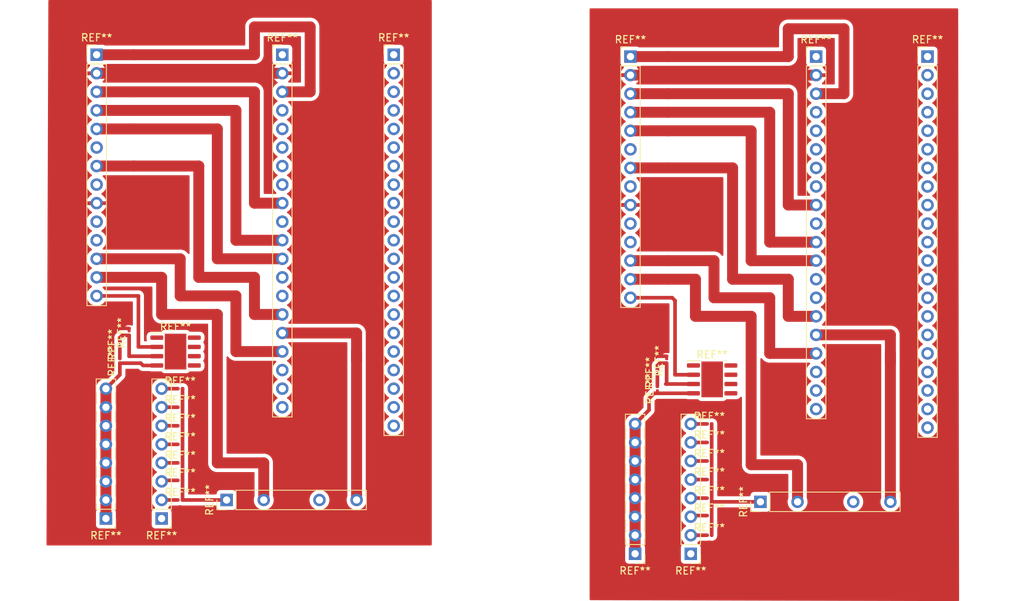
<source format=kicad_pcb>
(kicad_pcb (version 20171130) (host pcbnew 5.1.10-88a1d61d58~90~ubuntu20.04.1)

  (general
    (thickness 1.6)
    (drawings 0)
    (tracks 156)
    (zones 0)
    (modules 34)
    (nets 2)
  )

  (page A4 portrait)
  (layers
    (0 F.Cu signal)
    (31 B.Cu signal)
    (32 B.Adhes user)
    (33 F.Adhes user)
    (34 B.Paste user)
    (35 F.Paste user)
    (36 B.SilkS user)
    (37 F.SilkS user)
    (38 B.Mask user)
    (39 F.Mask user)
    (40 Dwgs.User user)
    (41 Cmts.User user)
    (42 Eco1.User user)
    (43 Eco2.User user)
    (44 Edge.Cuts user)
    (45 Margin user)
    (46 B.CrtYd user)
    (47 F.CrtYd user)
    (48 B.Fab user)
    (49 F.Fab user)
  )

  (setup
    (last_trace_width 0.5)
    (user_trace_width 0.5)
    (trace_clearance 0.2)
    (zone_clearance 0.508)
    (zone_45_only no)
    (trace_min 0.2)
    (via_size 1.5)
    (via_drill 1)
    (via_min_size 0.4)
    (via_min_drill 0.3)
    (user_via 0.8 0.7)
    (uvia_size 0.3)
    (uvia_drill 0.1)
    (uvias_allowed no)
    (uvia_min_size 0.2)
    (uvia_min_drill 0.1)
    (edge_width 0.05)
    (segment_width 0.2)
    (pcb_text_width 0.3)
    (pcb_text_size 1.5 1.5)
    (mod_edge_width 0.12)
    (mod_text_size 1 1)
    (mod_text_width 0.15)
    (pad_size 1.524 1.524)
    (pad_drill 0.762)
    (pad_to_mask_clearance 0)
    (aux_axis_origin 0 0)
    (visible_elements FFF9F77F)
    (pcbplotparams
      (layerselection 0x010fc_ffffffff)
      (usegerberextensions false)
      (usegerberattributes true)
      (usegerberadvancedattributes true)
      (creategerberjobfile true)
      (excludeedgelayer true)
      (linewidth 0.100000)
      (plotframeref false)
      (viasonmask false)
      (mode 1)
      (useauxorigin false)
      (hpglpennumber 1)
      (hpglpenspeed 20)
      (hpglpendiameter 15.000000)
      (psnegative false)
      (psa4output false)
      (plotreference true)
      (plotvalue true)
      (plotinvisibletext false)
      (padsonsilk false)
      (subtractmaskfromsilk false)
      (outputformat 1)
      (mirror false)
      (drillshape 1)
      (scaleselection 1)
      (outputdirectory ""))
  )

  (net 0 "")
  (net 1 GNDREF)

  (net_class Default "This is the default net class."
    (clearance 0.2)
    (trace_width 1.5)
    (via_dia 1.5)
    (via_drill 1)
    (uvia_dia 0.3)
    (uvia_drill 0.1)
    (add_net GNDREF)
  )

  (net_class Mini ""
    (clearance 0.2)
    (trace_width 0.8)
    (via_dia 0.8)
    (via_drill 0.7)
    (uvia_dia 0.3)
    (uvia_drill 0.1)
  )

  (module Resistor_SMD:R_0201_0603Metric (layer F.Cu) (tedit 5F68FEEE) (tstamp 61340DB9)
    (at 126.238 100.561)
    (descr "Resistor SMD 0201 (0603 Metric), square (rectangular) end terminal, IPC_7351 nominal, (Body size source: https://www.vishay.com/docs/20052/crcw0201e3.pdf), generated with kicad-footprint-generator")
    (tags resistor)
    (attr smd)
    (fp_text reference REF** (at 0 -1.05) (layer F.SilkS)
      (effects (font (size 1 1) (thickness 0.15)))
    )
    (fp_text value R_0201_0603Metric (at 0.3 1.05) (layer F.Fab)
      (effects (font (size 1 1) (thickness 0.15)))
    )
    (fp_line (start -0.3 0.15) (end -0.3 -0.15) (layer F.Fab) (width 0.1))
    (fp_line (start -0.3 -0.15) (end 0.3 -0.15) (layer F.Fab) (width 0.1))
    (fp_line (start 0.3 -0.15) (end 0.3 0.15) (layer F.Fab) (width 0.1))
    (fp_line (start 0.3 0.15) (end -0.3 0.15) (layer F.Fab) (width 0.1))
    (fp_line (start -0.7 0.35) (end -0.7 -0.35) (layer F.CrtYd) (width 0.05))
    (fp_line (start -0.7 -0.35) (end 0.7 -0.35) (layer F.CrtYd) (width 0.05))
    (fp_line (start 0.7 -0.35) (end 0.7 0.35) (layer F.CrtYd) (width 0.05))
    (fp_line (start 0.7 0.35) (end -0.7 0.35) (layer F.CrtYd) (width 0.05))
    (fp_text user %R (at 0 -0.68) (layer F.Fab)
      (effects (font (size 0.25 0.25) (thickness 0.04)))
    )
    (pad 2 smd roundrect (at 0.32 0) (size 0.46 0.4) (layers F.Cu F.Mask) (roundrect_rratio 0.25))
    (pad 1 smd roundrect (at -0.32 0) (size 0.46 0.4) (layers F.Cu F.Mask) (roundrect_rratio 0.25))
    (pad "" smd roundrect (at 0.345 0) (size 0.318 0.36) (layers F.Paste) (roundrect_rratio 0.25))
    (pad "" smd roundrect (at -0.345 0) (size 0.318 0.36) (layers F.Paste) (roundrect_rratio 0.25))
    (model ${KISYS3DMOD}/Resistor_SMD.3dshapes/R_0201_0603Metric.wrl
      (at (xyz 0 0 0))
      (scale (xyz 1 1 1))
      (rotate (xyz 0 0 0))
    )
  )

  (module Resistor_SMD:R_0201_0603Metric (layer F.Cu) (tedit 5F68FEEE) (tstamp 61340DA8)
    (at 119.126 80.945 90)
    (descr "Resistor SMD 0201 (0603 Metric), square (rectangular) end terminal, IPC_7351 nominal, (Body size source: https://www.vishay.com/docs/20052/crcw0201e3.pdf), generated with kicad-footprint-generator")
    (tags resistor)
    (attr smd)
    (fp_text reference REF** (at 0 -1.05 90) (layer F.SilkS)
      (effects (font (size 1 1) (thickness 0.15)))
    )
    (fp_text value R_0201_0603Metric (at 0 1.05 90) (layer F.Fab)
      (effects (font (size 1 1) (thickness 0.15)))
    )
    (fp_line (start -0.3 0.15) (end -0.3 -0.15) (layer F.Fab) (width 0.1))
    (fp_line (start -0.3 -0.15) (end 0.3 -0.15) (layer F.Fab) (width 0.1))
    (fp_line (start 0.3 -0.15) (end 0.3 0.15) (layer F.Fab) (width 0.1))
    (fp_line (start 0.3 0.15) (end -0.3 0.15) (layer F.Fab) (width 0.1))
    (fp_line (start -0.7 0.35) (end -0.7 -0.35) (layer F.CrtYd) (width 0.05))
    (fp_line (start -0.7 -0.35) (end 0.7 -0.35) (layer F.CrtYd) (width 0.05))
    (fp_line (start 0.7 -0.35) (end 0.7 0.35) (layer F.CrtYd) (width 0.05))
    (fp_line (start 0.7 0.35) (end -0.7 0.35) (layer F.CrtYd) (width 0.05))
    (fp_text user %R (at 0 -0.68 90) (layer F.Fab)
      (effects (font (size 0.25 0.25) (thickness 0.04)))
    )
    (pad 2 smd roundrect (at 0.32 0 90) (size 0.46 0.4) (layers F.Cu F.Mask) (roundrect_rratio 0.25))
    (pad 1 smd roundrect (at -0.32 0 90) (size 0.46 0.4) (layers F.Cu F.Mask) (roundrect_rratio 0.25))
    (pad "" smd roundrect (at 0.345 0 90) (size 0.318 0.36) (layers F.Paste) (roundrect_rratio 0.25))
    (pad "" smd roundrect (at -0.345 0 90) (size 0.318 0.36) (layers F.Paste) (roundrect_rratio 0.25))
    (model ${KISYS3DMOD}/Resistor_SMD.3dshapes/R_0201_0603Metric.wrl
      (at (xyz 0 0 0))
      (scale (xyz 1 1 1))
      (rotate (xyz 0 0 0))
    )
  )

  (module Resistor_SMD:R_0201_0603Metric (layer F.Cu) (tedit 5F68FEEE) (tstamp 61340D98)
    (at 126.238 88.011)
    (descr "Resistor SMD 0201 (0603 Metric), square (rectangular) end terminal, IPC_7351 nominal, (Body size source: https://www.vishay.com/docs/20052/crcw0201e3.pdf), generated with kicad-footprint-generator")
    (tags resistor)
    (attr smd)
    (fp_text reference REF** (at 0 -1.05) (layer F.SilkS)
      (effects (font (size 1 1) (thickness 0.15)))
    )
    (fp_text value R_0201_0603Metric (at 0 1.05) (layer F.Fab)
      (effects (font (size 1 1) (thickness 0.15)))
    )
    (fp_line (start -0.3 0.15) (end -0.3 -0.15) (layer F.Fab) (width 0.1))
    (fp_line (start -0.3 -0.15) (end 0.3 -0.15) (layer F.Fab) (width 0.1))
    (fp_line (start 0.3 -0.15) (end 0.3 0.15) (layer F.Fab) (width 0.1))
    (fp_line (start 0.3 0.15) (end -0.3 0.15) (layer F.Fab) (width 0.1))
    (fp_line (start -0.7 0.35) (end -0.7 -0.35) (layer F.CrtYd) (width 0.05))
    (fp_line (start -0.7 -0.35) (end 0.7 -0.35) (layer F.CrtYd) (width 0.05))
    (fp_line (start 0.7 -0.35) (end 0.7 0.35) (layer F.CrtYd) (width 0.05))
    (fp_line (start 0.7 0.35) (end -0.7 0.35) (layer F.CrtYd) (width 0.05))
    (fp_text user %R (at 0 -0.68) (layer F.Fab)
      (effects (font (size 0.25 0.25) (thickness 0.04)))
    )
    (pad "" smd roundrect (at -0.345 0) (size 0.318 0.36) (layers F.Paste) (roundrect_rratio 0.25))
    (pad "" smd roundrect (at 0.345 0) (size 0.318 0.36) (layers F.Paste) (roundrect_rratio 0.25))
    (pad 1 smd roundrect (at -0.32 0) (size 0.46 0.4) (layers F.Cu F.Mask) (roundrect_rratio 0.25))
    (pad 2 smd roundrect (at 0.32 0) (size 0.46 0.4) (layers F.Cu F.Mask) (roundrect_rratio 0.25))
    (model ${KISYS3DMOD}/Resistor_SMD.3dshapes/R_0201_0603Metric.wrl
      (at (xyz 0 0 0))
      (scale (xyz 1 1 1))
      (rotate (xyz 0 0 0))
    )
  )

  (module Resistor_SMD:R_0201_0603Metric (layer F.Cu) (tedit 5F68FEEE) (tstamp 61340D88)
    (at 126.238 98.171)
    (descr "Resistor SMD 0201 (0603 Metric), square (rectangular) end terminal, IPC_7351 nominal, (Body size source: https://www.vishay.com/docs/20052/crcw0201e3.pdf), generated with kicad-footprint-generator")
    (tags resistor)
    (attr smd)
    (fp_text reference REF** (at 0 -1.05) (layer F.SilkS)
      (effects (font (size 1 1) (thickness 0.15)))
    )
    (fp_text value R_0201_0603Metric (at 0 1.05) (layer F.Fab)
      (effects (font (size 1 1) (thickness 0.15)))
    )
    (fp_line (start -0.3 0.15) (end -0.3 -0.15) (layer F.Fab) (width 0.1))
    (fp_line (start -0.3 -0.15) (end 0.3 -0.15) (layer F.Fab) (width 0.1))
    (fp_line (start 0.3 -0.15) (end 0.3 0.15) (layer F.Fab) (width 0.1))
    (fp_line (start 0.3 0.15) (end -0.3 0.15) (layer F.Fab) (width 0.1))
    (fp_line (start -0.7 0.35) (end -0.7 -0.35) (layer F.CrtYd) (width 0.05))
    (fp_line (start -0.7 -0.35) (end 0.7 -0.35) (layer F.CrtYd) (width 0.05))
    (fp_line (start 0.7 -0.35) (end 0.7 0.35) (layer F.CrtYd) (width 0.05))
    (fp_line (start 0.7 0.35) (end -0.7 0.35) (layer F.CrtYd) (width 0.05))
    (fp_text user %R (at 0 -0.68) (layer F.Fab)
      (effects (font (size 0.25 0.25) (thickness 0.04)))
    )
    (pad 2 smd roundrect (at 0.32 0) (size 0.46 0.4) (layers F.Cu F.Mask) (roundrect_rratio 0.25))
    (pad 1 smd roundrect (at -0.32 0) (size 0.46 0.4) (layers F.Cu F.Mask) (roundrect_rratio 0.25))
    (pad "" smd roundrect (at 0.345 0) (size 0.318 0.36) (layers F.Paste) (roundrect_rratio 0.25))
    (pad "" smd roundrect (at -0.345 0) (size 0.318 0.36) (layers F.Paste) (roundrect_rratio 0.25))
    (model ${KISYS3DMOD}/Resistor_SMD.3dshapes/R_0201_0603Metric.wrl
      (at (xyz 0 0 0))
      (scale (xyz 1 1 1))
      (rotate (xyz 0 0 0))
    )
  )

  (module Connector_PinHeader_2.54mm:PinHeader_1x20_P2.54mm_Vertical (layer F.Cu) (tedit 59FED5CC) (tstamp 61340D61)
    (at 140.843 37.719)
    (descr "Through hole straight pin header, 1x20, 2.54mm pitch, single row")
    (tags "Through hole pin header THT 1x20 2.54mm single row")
    (fp_text reference REF** (at 0 -2.33) (layer F.SilkS)
      (effects (font (size 1 1) (thickness 0.15)))
    )
    (fp_text value PinHeader_1x20_P2.54mm_Vertical (at 0 50.59) (layer F.Fab)
      (effects (font (size 1 1) (thickness 0.15)))
    )
    (fp_line (start -0.635 -1.27) (end 1.27 -1.27) (layer F.Fab) (width 0.1))
    (fp_line (start 1.27 -1.27) (end 1.27 49.53) (layer F.Fab) (width 0.1))
    (fp_line (start 1.27 49.53) (end -1.27 49.53) (layer F.Fab) (width 0.1))
    (fp_line (start -1.27 49.53) (end -1.27 -0.635) (layer F.Fab) (width 0.1))
    (fp_line (start -1.27 -0.635) (end -0.635 -1.27) (layer F.Fab) (width 0.1))
    (fp_line (start -1.33 49.59) (end 1.33 49.59) (layer F.SilkS) (width 0.12))
    (fp_line (start -1.33 1.27) (end -1.33 49.59) (layer F.SilkS) (width 0.12))
    (fp_line (start 1.33 1.27) (end 1.33 49.59) (layer F.SilkS) (width 0.12))
    (fp_line (start -1.33 1.27) (end 1.33 1.27) (layer F.SilkS) (width 0.12))
    (fp_line (start -1.33 0) (end -1.33 -1.33) (layer F.SilkS) (width 0.12))
    (fp_line (start -1.33 -1.33) (end 0 -1.33) (layer F.SilkS) (width 0.12))
    (fp_line (start -1.8 -1.8) (end -1.8 50.05) (layer F.CrtYd) (width 0.05))
    (fp_line (start -1.8 50.05) (end 1.8 50.05) (layer F.CrtYd) (width 0.05))
    (fp_line (start 1.8 50.05) (end 1.8 -1.8) (layer F.CrtYd) (width 0.05))
    (fp_line (start 1.8 -1.8) (end -1.8 -1.8) (layer F.CrtYd) (width 0.05))
    (fp_text user %R (at 0 24.13 90) (layer F.Fab)
      (effects (font (size 1 1) (thickness 0.15)))
    )
    (pad 1 thru_hole rect (at 0 0) (size 1.7 1.7) (drill 1) (layers *.Cu *.Mask))
    (pad 2 thru_hole oval (at 0 2.54) (size 1.7 1.7) (drill 1) (layers *.Cu *.Mask)
      (net 1 GNDREF))
    (pad 3 thru_hole oval (at 0 5.08) (size 1.7 1.7) (drill 1) (layers *.Cu *.Mask))
    (pad 4 thru_hole oval (at 0 7.62) (size 1.7 1.7) (drill 1) (layers *.Cu *.Mask))
    (pad 5 thru_hole oval (at 0 10.16) (size 1.7 1.7) (drill 1) (layers *.Cu *.Mask))
    (pad 6 thru_hole oval (at 0 12.7) (size 1.7 1.7) (drill 1) (layers *.Cu *.Mask))
    (pad 7 thru_hole oval (at 0 15.24) (size 1.7 1.7) (drill 1) (layers *.Cu *.Mask))
    (pad 8 thru_hole oval (at 0 17.78) (size 1.7 1.7) (drill 1) (layers *.Cu *.Mask))
    (pad 9 thru_hole oval (at 0 20.32) (size 1.7 1.7) (drill 1) (layers *.Cu *.Mask))
    (pad 10 thru_hole oval (at 0 22.86) (size 1.7 1.7) (drill 1) (layers *.Cu *.Mask))
    (pad 11 thru_hole oval (at 0 25.4) (size 1.7 1.7) (drill 1) (layers *.Cu *.Mask))
    (pad 12 thru_hole oval (at 0 27.94) (size 1.7 1.7) (drill 1) (layers *.Cu *.Mask))
    (pad 13 thru_hole oval (at 0 30.48) (size 1.7 1.7) (drill 1) (layers *.Cu *.Mask))
    (pad 14 thru_hole oval (at 0 33.02) (size 1.7 1.7) (drill 1) (layers *.Cu *.Mask))
    (pad 15 thru_hole oval (at 0 35.56) (size 1.7 1.7) (drill 1) (layers *.Cu *.Mask))
    (pad 16 thru_hole oval (at 0 38.1) (size 1.7 1.7) (drill 1) (layers *.Cu *.Mask))
    (pad 17 thru_hole oval (at 0 40.64) (size 1.7 1.7) (drill 1) (layers *.Cu *.Mask))
    (pad 18 thru_hole oval (at 0 43.18) (size 1.7 1.7) (drill 1) (layers *.Cu *.Mask))
    (pad 19 thru_hole oval (at 0 45.72) (size 1.7 1.7) (drill 1) (layers *.Cu *.Mask))
    (pad 20 thru_hole oval (at 0 48.26) (size 1.7 1.7) (drill 1) (layers *.Cu *.Mask))
    (model ${KISYS3DMOD}/Connector_PinHeader_2.54mm.3dshapes/PinHeader_1x20_P2.54mm_Vertical.wrl
      (at (xyz 0 0 0))
      (scale (xyz 1 1 1))
      (rotate (xyz 0 0 0))
    )
  )

  (module Resistor_SMD:R_0201_0603Metric (layer F.Cu) (tedit 5F68FEEE) (tstamp 61340D50)
    (at 119.126 83.185 90)
    (descr "Resistor SMD 0201 (0603 Metric), square (rectangular) end terminal, IPC_7351 nominal, (Body size source: https://www.vishay.com/docs/20052/crcw0201e3.pdf), generated with kicad-footprint-generator")
    (tags resistor)
    (attr smd)
    (fp_text reference REF** (at 0 -1.05 90) (layer F.SilkS)
      (effects (font (size 1 1) (thickness 0.15)))
    )
    (fp_text value R_0201_0603Metric (at 0 1.05 90) (layer F.Fab)
      (effects (font (size 1 1) (thickness 0.15)))
    )
    (fp_line (start -0.3 0.15) (end -0.3 -0.15) (layer F.Fab) (width 0.1))
    (fp_line (start -0.3 -0.15) (end 0.3 -0.15) (layer F.Fab) (width 0.1))
    (fp_line (start 0.3 -0.15) (end 0.3 0.15) (layer F.Fab) (width 0.1))
    (fp_line (start 0.3 0.15) (end -0.3 0.15) (layer F.Fab) (width 0.1))
    (fp_line (start -0.7 0.35) (end -0.7 -0.35) (layer F.CrtYd) (width 0.05))
    (fp_line (start -0.7 -0.35) (end 0.7 -0.35) (layer F.CrtYd) (width 0.05))
    (fp_line (start 0.7 -0.35) (end 0.7 0.35) (layer F.CrtYd) (width 0.05))
    (fp_line (start 0.7 0.35) (end -0.7 0.35) (layer F.CrtYd) (width 0.05))
    (fp_text user %R (at 0 -0.68 90) (layer F.Fab)
      (effects (font (size 0.25 0.25) (thickness 0.04)))
    )
    (pad "" smd roundrect (at -0.345 0 90) (size 0.318 0.36) (layers F.Paste) (roundrect_rratio 0.25))
    (pad "" smd roundrect (at 0.345 0 90) (size 0.318 0.36) (layers F.Paste) (roundrect_rratio 0.25))
    (pad 1 smd roundrect (at -0.32 0 90) (size 0.46 0.4) (layers F.Cu F.Mask) (roundrect_rratio 0.25))
    (pad 2 smd roundrect (at 0.32 0 90) (size 0.46 0.4) (layers F.Cu F.Mask) (roundrect_rratio 0.25))
    (model ${KISYS3DMOD}/Resistor_SMD.3dshapes/R_0201_0603Metric.wrl
      (at (xyz 0 0 0))
      (scale (xyz 1 1 1))
      (rotate (xyz 0 0 0))
    )
  )

  (module Connector_PinHeader_2.54mm:PinHeader_1x08_P2.54mm_Vertical (layer F.Cu) (tedit 59FED5CC) (tstamp 61340D35)
    (at 123.698 105.791 180)
    (descr "Through hole straight pin header, 1x08, 2.54mm pitch, single row")
    (tags "Through hole pin header THT 1x08 2.54mm single row")
    (fp_text reference REF** (at 0 -2.33) (layer F.SilkS)
      (effects (font (size 1 1) (thickness 0.15)))
    )
    (fp_text value PinHeader_1x08_P2.54mm_Vertical (at 0 20.11) (layer F.Fab)
      (effects (font (size 1 1) (thickness 0.15)))
    )
    (fp_line (start -0.635 -1.27) (end 1.27 -1.27) (layer F.Fab) (width 0.1))
    (fp_line (start 1.27 -1.27) (end 1.27 19.05) (layer F.Fab) (width 0.1))
    (fp_line (start 1.27 19.05) (end -1.27 19.05) (layer F.Fab) (width 0.1))
    (fp_line (start -1.27 19.05) (end -1.27 -0.635) (layer F.Fab) (width 0.1))
    (fp_line (start -1.27 -0.635) (end -0.635 -1.27) (layer F.Fab) (width 0.1))
    (fp_line (start -1.33 19.11) (end 1.33 19.11) (layer F.SilkS) (width 0.12))
    (fp_line (start -1.33 1.27) (end -1.33 19.11) (layer F.SilkS) (width 0.12))
    (fp_line (start 1.33 1.27) (end 1.33 19.11) (layer F.SilkS) (width 0.12))
    (fp_line (start -1.33 1.27) (end 1.33 1.27) (layer F.SilkS) (width 0.12))
    (fp_line (start -1.33 0) (end -1.33 -1.33) (layer F.SilkS) (width 0.12))
    (fp_line (start -1.33 -1.33) (end 0 -1.33) (layer F.SilkS) (width 0.12))
    (fp_line (start -1.8 -1.8) (end -1.8 19.55) (layer F.CrtYd) (width 0.05))
    (fp_line (start -1.8 19.55) (end 1.8 19.55) (layer F.CrtYd) (width 0.05))
    (fp_line (start 1.8 19.55) (end 1.8 -1.8) (layer F.CrtYd) (width 0.05))
    (fp_line (start 1.8 -1.8) (end -1.8 -1.8) (layer F.CrtYd) (width 0.05))
    (fp_text user %R (at 0 8.89 90) (layer F.Fab)
      (effects (font (size 1 1) (thickness 0.15)))
    )
    (pad 1 thru_hole rect (at 0 0 180) (size 1.7 1.7) (drill 1) (layers *.Cu *.Mask))
    (pad 2 thru_hole oval (at 0 2.54 180) (size 1.7 1.7) (drill 1) (layers *.Cu *.Mask))
    (pad 3 thru_hole oval (at 0 5.08 180) (size 1.7 1.7) (drill 1) (layers *.Cu *.Mask))
    (pad 4 thru_hole oval (at 0 7.62 180) (size 1.7 1.7) (drill 1) (layers *.Cu *.Mask))
    (pad 5 thru_hole oval (at 0 10.16 180) (size 1.7 1.7) (drill 1) (layers *.Cu *.Mask))
    (pad 6 thru_hole oval (at 0 12.7 180) (size 1.7 1.7) (drill 1) (layers *.Cu *.Mask))
    (pad 7 thru_hole oval (at 0 15.24 180) (size 1.7 1.7) (drill 1) (layers *.Cu *.Mask))
    (pad 8 thru_hole oval (at 0 17.78 180) (size 1.7 1.7) (drill 1) (layers *.Cu *.Mask))
    (model ${KISYS3DMOD}/Connector_PinHeader_2.54mm.3dshapes/PinHeader_1x08_P2.54mm_Vertical.wrl
      (at (xyz 0 0 0))
      (scale (xyz 1 1 1))
      (rotate (xyz 0 0 0))
    )
  )

  (module Connector_PinHeader_2.54mm:PinHeader_1x14_P2.54mm_Vertical (layer F.Cu) (tedit 59FED5CC) (tstamp 61340D13)
    (at 115.443 37.719)
    (descr "Through hole straight pin header, 1x14, 2.54mm pitch, single row")
    (tags "Through hole pin header THT 1x14 2.54mm single row")
    (fp_text reference REF** (at 0 -2.33) (layer F.SilkS)
      (effects (font (size 1 1) (thickness 0.15)))
    )
    (fp_text value PinHeader_1x14_P2.54mm_Vertical (at 0 35.35) (layer F.Fab)
      (effects (font (size 1 1) (thickness 0.15)))
    )
    (fp_line (start -0.635 -1.27) (end 1.27 -1.27) (layer F.Fab) (width 0.1))
    (fp_line (start 1.27 -1.27) (end 1.27 34.29) (layer F.Fab) (width 0.1))
    (fp_line (start 1.27 34.29) (end -1.27 34.29) (layer F.Fab) (width 0.1))
    (fp_line (start -1.27 34.29) (end -1.27 -0.635) (layer F.Fab) (width 0.1))
    (fp_line (start -1.27 -0.635) (end -0.635 -1.27) (layer F.Fab) (width 0.1))
    (fp_line (start -1.33 34.35) (end 1.33 34.35) (layer F.SilkS) (width 0.12))
    (fp_line (start -1.33 1.27) (end -1.33 34.35) (layer F.SilkS) (width 0.12))
    (fp_line (start 1.33 1.27) (end 1.33 34.35) (layer F.SilkS) (width 0.12))
    (fp_line (start -1.33 1.27) (end 1.33 1.27) (layer F.SilkS) (width 0.12))
    (fp_line (start -1.33 0) (end -1.33 -1.33) (layer F.SilkS) (width 0.12))
    (fp_line (start -1.33 -1.33) (end 0 -1.33) (layer F.SilkS) (width 0.12))
    (fp_line (start -1.8 -1.8) (end -1.8 34.8) (layer F.CrtYd) (width 0.05))
    (fp_line (start -1.8 34.8) (end 1.8 34.8) (layer F.CrtYd) (width 0.05))
    (fp_line (start 1.8 34.8) (end 1.8 -1.8) (layer F.CrtYd) (width 0.05))
    (fp_line (start 1.8 -1.8) (end -1.8 -1.8) (layer F.CrtYd) (width 0.05))
    (fp_text user %R (at 0 16.51 90) (layer F.Fab)
      (effects (font (size 1 1) (thickness 0.15)))
    )
    (pad 1 thru_hole rect (at 0 0) (size 1.7 1.7) (drill 1) (layers *.Cu *.Mask))
    (pad 2 thru_hole oval (at 0 2.54) (size 1.7 1.7) (drill 1) (layers *.Cu *.Mask)
      (net 1 GNDREF))
    (pad 3 thru_hole oval (at 0 5.08) (size 1.7 1.7) (drill 1) (layers *.Cu *.Mask))
    (pad 4 thru_hole oval (at 0 7.62) (size 1.7 1.7) (drill 1) (layers *.Cu *.Mask))
    (pad 5 thru_hole oval (at 0 10.16) (size 1.7 1.7) (drill 1) (layers *.Cu *.Mask))
    (pad 6 thru_hole oval (at 0 12.7) (size 1.7 1.7) (drill 1) (layers *.Cu *.Mask))
    (pad 7 thru_hole oval (at 0 15.24) (size 1.7 1.7) (drill 1) (layers *.Cu *.Mask))
    (pad 8 thru_hole oval (at 0 17.78) (size 1.7 1.7) (drill 1) (layers *.Cu *.Mask))
    (pad 9 thru_hole oval (at 0 20.32) (size 1.7 1.7) (drill 1) (layers *.Cu *.Mask)
      (net 1 GNDREF))
    (pad 10 thru_hole oval (at 0 22.86) (size 1.7 1.7) (drill 1) (layers *.Cu *.Mask))
    (pad 11 thru_hole oval (at 0 25.4) (size 1.7 1.7) (drill 1) (layers *.Cu *.Mask))
    (pad 12 thru_hole oval (at 0 27.94) (size 1.7 1.7) (drill 1) (layers *.Cu *.Mask))
    (pad 13 thru_hole oval (at 0 30.48) (size 1.7 1.7) (drill 1) (layers *.Cu *.Mask))
    (pad 14 thru_hole oval (at 0 33.02) (size 1.7 1.7) (drill 1) (layers *.Cu *.Mask))
    (model ${KISYS3DMOD}/Connector_PinHeader_2.54mm.3dshapes/PinHeader_1x14_P2.54mm_Vertical.wrl
      (at (xyz 0 0 0))
      (scale (xyz 1 1 1))
      (rotate (xyz 0 0 0))
    )
  )

  (module Connector_PinHeader_2.54mm:PinHeader_1x08_P2.54mm_Vertical (layer F.Cu) (tedit 61338F72) (tstamp 61340CE6)
    (at 133.223 98.679 90)
    (descr "Through hole straight pin header, 1x08, 2.54mm pitch, single row")
    (tags "Through hole pin header THT 1x08 2.54mm single row")
    (fp_text reference REF** (at 0 -2.33 90) (layer F.SilkS)
      (effects (font (size 1 1) (thickness 0.15)))
    )
    (fp_text value PinHeader_1x08_P2.54mm_Vertical (at 0 20.11 90) (layer F.Fab)
      (effects (font (size 1 1) (thickness 0.15)))
    )
    (fp_line (start -0.635 -1.27) (end 1.27 -1.27) (layer F.Fab) (width 0.1))
    (fp_line (start 1.27 -1.27) (end 1.27 19.05) (layer F.Fab) (width 0.1))
    (fp_line (start 1.27 19.05) (end -1.27 19.05) (layer F.Fab) (width 0.1))
    (fp_line (start -1.27 19.05) (end -1.27 -0.635) (layer F.Fab) (width 0.1))
    (fp_line (start -1.27 -0.635) (end -0.635 -1.27) (layer F.Fab) (width 0.1))
    (fp_line (start -1.33 19.11) (end 1.33 19.11) (layer F.SilkS) (width 0.12))
    (fp_line (start -1.33 1.27) (end -1.33 19.11) (layer F.SilkS) (width 0.12))
    (fp_line (start 1.33 1.27) (end 1.33 19.11) (layer F.SilkS) (width 0.12))
    (fp_line (start -1.33 1.27) (end 1.33 1.27) (layer F.SilkS) (width 0.12))
    (fp_line (start -1.33 0) (end -1.33 -1.33) (layer F.SilkS) (width 0.12))
    (fp_line (start -1.33 -1.33) (end 0 -1.33) (layer F.SilkS) (width 0.12))
    (fp_line (start -1.8 -1.8) (end -1.8 19.55) (layer F.CrtYd) (width 0.05))
    (fp_line (start -1.8 19.55) (end 1.8 19.55) (layer F.CrtYd) (width 0.05))
    (fp_line (start 1.8 19.55) (end 1.8 -1.8) (layer F.CrtYd) (width 0.05))
    (fp_line (start 1.8 -1.8) (end -1.8 -1.8) (layer F.CrtYd) (width 0.05))
    (fp_text user %R (at 0 8.89 180) (layer F.Fab)
      (effects (font (size 1 1) (thickness 0.15)))
    )
    (pad 1 thru_hole rect (at 0 0 90) (size 1.7 1.7) (drill 1) (layers *.Cu *.Mask))
    (pad 3 thru_hole oval (at 0 5.08 90) (size 1.7 1.7) (drill 1) (layers *.Cu *.Mask))
    (pad 6 thru_hole oval (at 0 12.7 90) (size 1.7 1.7) (drill 1) (layers *.Cu *.Mask))
    (pad 8 thru_hole oval (at 0 17.78 90) (size 1.7 1.7) (drill 1) (layers *.Cu *.Mask))
    (model ${KISYS3DMOD}/Connector_PinHeader_2.54mm.3dshapes/PinHeader_1x08_P2.54mm_Vertical.wrl
      (at (xyz 0 0 0))
      (scale (xyz 1 1 1))
      (rotate (xyz 0 0 0))
    )
  )

  (module Resistor_SMD:R_0201_0603Metric (layer F.Cu) (tedit 5F68FEEE) (tstamp 61340CC4)
    (at 126.238 95.631)
    (descr "Resistor SMD 0201 (0603 Metric), square (rectangular) end terminal, IPC_7351 nominal, (Body size source: https://www.vishay.com/docs/20052/crcw0201e3.pdf), generated with kicad-footprint-generator")
    (tags resistor)
    (attr smd)
    (fp_text reference REF** (at 0 -1.05) (layer F.SilkS)
      (effects (font (size 1 1) (thickness 0.15)))
    )
    (fp_text value R_0201_0603Metric (at 0 1.05) (layer F.Fab)
      (effects (font (size 1 1) (thickness 0.15)))
    )
    (fp_line (start -0.3 0.15) (end -0.3 -0.15) (layer F.Fab) (width 0.1))
    (fp_line (start -0.3 -0.15) (end 0.3 -0.15) (layer F.Fab) (width 0.1))
    (fp_line (start 0.3 -0.15) (end 0.3 0.15) (layer F.Fab) (width 0.1))
    (fp_line (start 0.3 0.15) (end -0.3 0.15) (layer F.Fab) (width 0.1))
    (fp_line (start -0.7 0.35) (end -0.7 -0.35) (layer F.CrtYd) (width 0.05))
    (fp_line (start -0.7 -0.35) (end 0.7 -0.35) (layer F.CrtYd) (width 0.05))
    (fp_line (start 0.7 -0.35) (end 0.7 0.35) (layer F.CrtYd) (width 0.05))
    (fp_line (start 0.7 0.35) (end -0.7 0.35) (layer F.CrtYd) (width 0.05))
    (fp_text user %R (at 0 -0.68) (layer F.Fab)
      (effects (font (size 0.25 0.25) (thickness 0.04)))
    )
    (pad 2 smd roundrect (at 0.32 0) (size 0.46 0.4) (layers F.Cu F.Mask) (roundrect_rratio 0.25))
    (pad 1 smd roundrect (at -0.32 0) (size 0.46 0.4) (layers F.Cu F.Mask) (roundrect_rratio 0.25))
    (pad "" smd roundrect (at 0.345 0) (size 0.318 0.36) (layers F.Paste) (roundrect_rratio 0.25))
    (pad "" smd roundrect (at -0.345 0) (size 0.318 0.36) (layers F.Paste) (roundrect_rratio 0.25))
    (model ${KISYS3DMOD}/Resistor_SMD.3dshapes/R_0201_0603Metric.wrl
      (at (xyz 0 0 0))
      (scale (xyz 1 1 1))
      (rotate (xyz 0 0 0))
    )
  )

  (module Resistor_SMD:R_0201_0603Metric (layer F.Cu) (tedit 5F68FEEE) (tstamp 61340CB4)
    (at 126.238 103.251)
    (descr "Resistor SMD 0201 (0603 Metric), square (rectangular) end terminal, IPC_7351 nominal, (Body size source: https://www.vishay.com/docs/20052/crcw0201e3.pdf), generated with kicad-footprint-generator")
    (tags resistor)
    (attr smd)
    (fp_text reference REF** (at 0 -1.05) (layer F.SilkS)
      (effects (font (size 1 1) (thickness 0.15)))
    )
    (fp_text value R_0201_0603Metric (at 0 1.05) (layer F.Fab)
      (effects (font (size 1 1) (thickness 0.15)))
    )
    (fp_line (start -0.3 0.15) (end -0.3 -0.15) (layer F.Fab) (width 0.1))
    (fp_line (start -0.3 -0.15) (end 0.3 -0.15) (layer F.Fab) (width 0.1))
    (fp_line (start 0.3 -0.15) (end 0.3 0.15) (layer F.Fab) (width 0.1))
    (fp_line (start 0.3 0.15) (end -0.3 0.15) (layer F.Fab) (width 0.1))
    (fp_line (start -0.7 0.35) (end -0.7 -0.35) (layer F.CrtYd) (width 0.05))
    (fp_line (start -0.7 -0.35) (end 0.7 -0.35) (layer F.CrtYd) (width 0.05))
    (fp_line (start 0.7 -0.35) (end 0.7 0.35) (layer F.CrtYd) (width 0.05))
    (fp_line (start 0.7 0.35) (end -0.7 0.35) (layer F.CrtYd) (width 0.05))
    (fp_text user %R (at 0 -0.68) (layer F.Fab)
      (effects (font (size 0.25 0.25) (thickness 0.04)))
    )
    (pad 2 smd roundrect (at 0.32 0) (size 0.46 0.4) (layers F.Cu F.Mask) (roundrect_rratio 0.25))
    (pad 1 smd roundrect (at -0.32 0) (size 0.46 0.4) (layers F.Cu F.Mask) (roundrect_rratio 0.25))
    (pad "" smd roundrect (at 0.345 0) (size 0.318 0.36) (layers F.Paste) (roundrect_rratio 0.25))
    (pad "" smd roundrect (at -0.345 0) (size 0.318 0.36) (layers F.Paste) (roundrect_rratio 0.25))
    (model ${KISYS3DMOD}/Resistor_SMD.3dshapes/R_0201_0603Metric.wrl
      (at (xyz 0 0 0))
      (scale (xyz 1 1 1))
      (rotate (xyz 0 0 0))
    )
  )

  (module Connector_PinHeader_2.54mm:PinHeader_1x08_P2.54mm_Vertical (layer F.Cu) (tedit 59FED5CC) (tstamp 61340C95)
    (at 116.078 105.791 180)
    (descr "Through hole straight pin header, 1x08, 2.54mm pitch, single row")
    (tags "Through hole pin header THT 1x08 2.54mm single row")
    (fp_text reference REF** (at 0 -2.33) (layer F.SilkS)
      (effects (font (size 1 1) (thickness 0.15)))
    )
    (fp_text value PinHeader_1x08_P2.54mm_Vertical (at 0 20.11) (layer F.Fab)
      (effects (font (size 1 1) (thickness 0.15)))
    )
    (fp_line (start -0.635 -1.27) (end 1.27 -1.27) (layer F.Fab) (width 0.1))
    (fp_line (start 1.27 -1.27) (end 1.27 19.05) (layer F.Fab) (width 0.1))
    (fp_line (start 1.27 19.05) (end -1.27 19.05) (layer F.Fab) (width 0.1))
    (fp_line (start -1.27 19.05) (end -1.27 -0.635) (layer F.Fab) (width 0.1))
    (fp_line (start -1.27 -0.635) (end -0.635 -1.27) (layer F.Fab) (width 0.1))
    (fp_line (start -1.33 19.11) (end 1.33 19.11) (layer F.SilkS) (width 0.12))
    (fp_line (start -1.33 1.27) (end -1.33 19.11) (layer F.SilkS) (width 0.12))
    (fp_line (start 1.33 1.27) (end 1.33 19.11) (layer F.SilkS) (width 0.12))
    (fp_line (start -1.33 1.27) (end 1.33 1.27) (layer F.SilkS) (width 0.12))
    (fp_line (start -1.33 0) (end -1.33 -1.33) (layer F.SilkS) (width 0.12))
    (fp_line (start -1.33 -1.33) (end 0 -1.33) (layer F.SilkS) (width 0.12))
    (fp_line (start -1.8 -1.8) (end -1.8 19.55) (layer F.CrtYd) (width 0.05))
    (fp_line (start -1.8 19.55) (end 1.8 19.55) (layer F.CrtYd) (width 0.05))
    (fp_line (start 1.8 19.55) (end 1.8 -1.8) (layer F.CrtYd) (width 0.05))
    (fp_line (start 1.8 -1.8) (end -1.8 -1.8) (layer F.CrtYd) (width 0.05))
    (fp_text user %R (at 0 8.89 90) (layer F.Fab)
      (effects (font (size 1 1) (thickness 0.15)))
    )
    (pad 8 thru_hole oval (at 0 17.78 180) (size 1.7 1.7) (drill 1) (layers *.Cu *.Mask))
    (pad 7 thru_hole oval (at 0 15.24 180) (size 1.7 1.7) (drill 1) (layers *.Cu *.Mask))
    (pad 6 thru_hole oval (at 0 12.7 180) (size 1.7 1.7) (drill 1) (layers *.Cu *.Mask))
    (pad 5 thru_hole oval (at 0 10.16 180) (size 1.7 1.7) (drill 1) (layers *.Cu *.Mask))
    (pad 4 thru_hole oval (at 0 7.62 180) (size 1.7 1.7) (drill 1) (layers *.Cu *.Mask))
    (pad 3 thru_hole oval (at 0 5.08 180) (size 1.7 1.7) (drill 1) (layers *.Cu *.Mask))
    (pad 2 thru_hole oval (at 0 2.54 180) (size 1.7 1.7) (drill 1) (layers *.Cu *.Mask))
    (pad 1 thru_hole rect (at 0 0 180) (size 1.7 1.7) (drill 1) (layers *.Cu *.Mask))
    (model ${KISYS3DMOD}/Connector_PinHeader_2.54mm.3dshapes/PinHeader_1x08_P2.54mm_Vertical.wrl
      (at (xyz 0 0 0))
      (scale (xyz 1 1 1))
      (rotate (xyz 0 0 0))
    )
  )

  (module Resistor_SMD:R_0201_0603Metric (layer F.Cu) (tedit 5F68FEEE) (tstamp 61340C84)
    (at 120.396 79.375 90)
    (descr "Resistor SMD 0201 (0603 Metric), square (rectangular) end terminal, IPC_7351 nominal, (Body size source: https://www.vishay.com/docs/20052/crcw0201e3.pdf), generated with kicad-footprint-generator")
    (tags resistor)
    (attr smd)
    (fp_text reference REF** (at 0 -1.05 90) (layer F.SilkS)
      (effects (font (size 1 1) (thickness 0.15)))
    )
    (fp_text value R_0201_0603Metric (at 0 1.05 90) (layer F.Fab)
      (effects (font (size 1 1) (thickness 0.15)))
    )
    (fp_line (start -0.3 0.15) (end -0.3 -0.15) (layer F.Fab) (width 0.1))
    (fp_line (start -0.3 -0.15) (end 0.3 -0.15) (layer F.Fab) (width 0.1))
    (fp_line (start 0.3 -0.15) (end 0.3 0.15) (layer F.Fab) (width 0.1))
    (fp_line (start 0.3 0.15) (end -0.3 0.15) (layer F.Fab) (width 0.1))
    (fp_line (start -0.7 0.35) (end -0.7 -0.35) (layer F.CrtYd) (width 0.05))
    (fp_line (start -0.7 -0.35) (end 0.7 -0.35) (layer F.CrtYd) (width 0.05))
    (fp_line (start 0.7 -0.35) (end 0.7 0.35) (layer F.CrtYd) (width 0.05))
    (fp_line (start 0.7 0.35) (end -0.7 0.35) (layer F.CrtYd) (width 0.05))
    (fp_text user %R (at 0 -0.68 90) (layer F.Fab)
      (effects (font (size 0.25 0.25) (thickness 0.04)))
    )
    (pad 2 smd roundrect (at 0.32 0 90) (size 0.46 0.4) (layers F.Cu F.Mask) (roundrect_rratio 0.25))
    (pad 1 smd roundrect (at -0.32 0 90) (size 0.46 0.4) (layers F.Cu F.Mask) (roundrect_rratio 0.25))
    (pad "" smd roundrect (at 0.345 0 90) (size 0.318 0.36) (layers F.Paste) (roundrect_rratio 0.25))
    (pad "" smd roundrect (at -0.345 0 90) (size 0.318 0.36) (layers F.Paste) (roundrect_rratio 0.25))
    (model ${KISYS3DMOD}/Resistor_SMD.3dshapes/R_0201_0603Metric.wrl
      (at (xyz 0 0 0))
      (scale (xyz 1 1 1))
      (rotate (xyz 0 0 0))
    )
  )

  (module Package_SO:Texas_R-PDSO-G8_EP2.95x4.9mm_Mask2.4x3.1mm (layer F.Cu) (tedit 5DC5FE74) (tstamp 61340C4E)
    (at 126.619 81.915)
    (descr "HSOIC, 8 Pin (http://www.ti.com/lit/ds/symlink/lmr14030.pdf#page=28, http://www.ti.com/lit/ml/msoi002j/msoi002j.pdf), generated with kicad-footprint-generator ipc_gullwing_generator.py")
    (tags "HSOIC SO")
    (attr smd)
    (fp_text reference REF** (at 0 -3.4) (layer F.SilkS)
      (effects (font (size 1 1) (thickness 0.15)))
    )
    (fp_text value Texas_R-PDSO-G8_EP2.95x4.9mm_Mask2.4x3.1mm (at 0 3.4) (layer F.Fab)
      (effects (font (size 1 1) (thickness 0.15)))
    )
    (fp_line (start 1.710584 2.56) (end 1.95 2.56) (layer F.SilkS) (width 0.12))
    (fp_line (start -1.710584 2.56) (end -1.95 2.56) (layer F.SilkS) (width 0.12))
    (fp_line (start 1.710584 -2.56) (end 1.95 -2.56) (layer F.SilkS) (width 0.12))
    (fp_line (start -1.710584 -2.56) (end -3.45 -2.56) (layer F.SilkS) (width 0.12))
    (fp_line (start -0.975 -2.45) (end 1.95 -2.45) (layer F.Fab) (width 0.1))
    (fp_line (start 1.95 -2.45) (end 1.95 2.45) (layer F.Fab) (width 0.1))
    (fp_line (start 1.95 2.45) (end -1.95 2.45) (layer F.Fab) (width 0.1))
    (fp_line (start -1.95 2.45) (end -1.95 -1.475) (layer F.Fab) (width 0.1))
    (fp_line (start -1.95 -1.475) (end -0.975 -2.45) (layer F.Fab) (width 0.1))
    (fp_line (start -3.7 -2.7) (end -3.7 2.7) (layer F.CrtYd) (width 0.05))
    (fp_line (start -3.7 2.7) (end 3.7 2.7) (layer F.CrtYd) (width 0.05))
    (fp_line (start 3.7 2.7) (end 3.7 -2.7) (layer F.CrtYd) (width 0.05))
    (fp_line (start 3.7 -2.7) (end -3.7 -2.7) (layer F.CrtYd) (width 0.05))
    (fp_text user %R (at 0 0) (layer F.Fab)
      (effects (font (size 0.98 0.98) (thickness 0.15)))
    )
    (pad "" smd roundrect (at 0.6 1.03) (size 0.97 0.83) (layers F.Paste) (roundrect_rratio 0.25))
    (pad "" smd roundrect (at 0.6 0) (size 0.97 0.83) (layers F.Paste) (roundrect_rratio 0.25))
    (pad "" smd roundrect (at 0.6 -1.03) (size 0.97 0.83) (layers F.Paste) (roundrect_rratio 0.25))
    (pad "" smd roundrect (at -0.6 1.03) (size 0.97 0.83) (layers F.Paste) (roundrect_rratio 0.25))
    (pad "" smd roundrect (at -0.6 0) (size 0.97 0.83) (layers F.Paste) (roundrect_rratio 0.25))
    (pad "" smd roundrect (at -0.6 -1.03) (size 0.97 0.83) (layers F.Paste) (roundrect_rratio 0.25))
    (pad 9 smd rect (at 0 0) (size 2.95 4.9) (layers F.Cu))
    (pad "" smd rect (at 0 0) (size 2.4 3.1) (layers F.Mask))
    (pad 8 smd roundrect (at 2.5625 -1.905) (size 1.775 0.6) (layers F.Cu F.Paste F.Mask) (roundrect_rratio 0.25))
    (pad 7 smd roundrect (at 2.5625 -0.635) (size 1.775 0.6) (layers F.Cu F.Paste F.Mask) (roundrect_rratio 0.25))
    (pad 6 smd roundrect (at 2.5625 0.635) (size 1.775 0.6) (layers F.Cu F.Paste F.Mask) (roundrect_rratio 0.25))
    (pad 5 smd roundrect (at 2.5625 1.905) (size 1.775 0.6) (layers F.Cu F.Paste F.Mask) (roundrect_rratio 0.25))
    (pad 4 smd roundrect (at -2.5625 1.905) (size 1.775 0.6) (layers F.Cu F.Paste F.Mask) (roundrect_rratio 0.25))
    (pad 3 smd roundrect (at -2.5625 0.635) (size 1.775 0.6) (layers F.Cu F.Paste F.Mask) (roundrect_rratio 0.25))
    (pad 2 smd roundrect (at -2.5625 -0.635) (size 1.775 0.6) (layers F.Cu F.Paste F.Mask) (roundrect_rratio 0.25))
    (pad 1 smd roundrect (at -2.5625 -1.905) (size 1.775 0.6) (layers F.Cu F.Paste F.Mask) (roundrect_rratio 0.25))
    (model ${KISYS3DMOD}/Package_SO.3dshapes/Texas_R-PDSO-G8_EP2.95x4.9mm_Mask2.4x3.1mm.wrl
      (at (xyz 0 0 0))
      (scale (xyz 1 1 1))
      (rotate (xyz 0 0 0))
    )
  )

  (module Resistor_SMD:R_0201_0603Metric (layer F.Cu) (tedit 5F68FEEE) (tstamp 61340C39)
    (at 126.238 93.091)
    (descr "Resistor SMD 0201 (0603 Metric), square (rectangular) end terminal, IPC_7351 nominal, (Body size source: https://www.vishay.com/docs/20052/crcw0201e3.pdf), generated with kicad-footprint-generator")
    (tags resistor)
    (attr smd)
    (fp_text reference REF** (at 0 -1.05) (layer F.SilkS)
      (effects (font (size 1 1) (thickness 0.15)))
    )
    (fp_text value R_0201_0603Metric (at 0 1.05) (layer F.Fab)
      (effects (font (size 1 1) (thickness 0.15)))
    )
    (fp_line (start -0.3 0.15) (end -0.3 -0.15) (layer F.Fab) (width 0.1))
    (fp_line (start -0.3 -0.15) (end 0.3 -0.15) (layer F.Fab) (width 0.1))
    (fp_line (start 0.3 -0.15) (end 0.3 0.15) (layer F.Fab) (width 0.1))
    (fp_line (start 0.3 0.15) (end -0.3 0.15) (layer F.Fab) (width 0.1))
    (fp_line (start -0.7 0.35) (end -0.7 -0.35) (layer F.CrtYd) (width 0.05))
    (fp_line (start -0.7 -0.35) (end 0.7 -0.35) (layer F.CrtYd) (width 0.05))
    (fp_line (start 0.7 -0.35) (end 0.7 0.35) (layer F.CrtYd) (width 0.05))
    (fp_line (start 0.7 0.35) (end -0.7 0.35) (layer F.CrtYd) (width 0.05))
    (fp_text user %R (at 0 -0.68) (layer F.Fab)
      (effects (font (size 0.25 0.25) (thickness 0.04)))
    )
    (pad 2 smd roundrect (at 0.32 0) (size 0.46 0.4) (layers F.Cu F.Mask) (roundrect_rratio 0.25))
    (pad 1 smd roundrect (at -0.32 0) (size 0.46 0.4) (layers F.Cu F.Mask) (roundrect_rratio 0.25))
    (pad "" smd roundrect (at 0.345 0) (size 0.318 0.36) (layers F.Paste) (roundrect_rratio 0.25))
    (pad "" smd roundrect (at -0.345 0) (size 0.318 0.36) (layers F.Paste) (roundrect_rratio 0.25))
    (model ${KISYS3DMOD}/Resistor_SMD.3dshapes/R_0201_0603Metric.wrl
      (at (xyz 0 0 0))
      (scale (xyz 1 1 1))
      (rotate (xyz 0 0 0))
    )
  )

  (module Resistor_SMD:R_0201_0603Metric (layer F.Cu) (tedit 5F68FEEE) (tstamp 61340C28)
    (at 126.238 90.551)
    (descr "Resistor SMD 0201 (0603 Metric), square (rectangular) end terminal, IPC_7351 nominal, (Body size source: https://www.vishay.com/docs/20052/crcw0201e3.pdf), generated with kicad-footprint-generator")
    (tags resistor)
    (attr smd)
    (fp_text reference REF** (at 0 -1.05) (layer F.SilkS)
      (effects (font (size 1 1) (thickness 0.15)))
    )
    (fp_text value R_0201_0603Metric (at 0 1.05) (layer F.Fab)
      (effects (font (size 1 1) (thickness 0.15)))
    )
    (fp_line (start -0.3 0.15) (end -0.3 -0.15) (layer F.Fab) (width 0.1))
    (fp_line (start -0.3 -0.15) (end 0.3 -0.15) (layer F.Fab) (width 0.1))
    (fp_line (start 0.3 -0.15) (end 0.3 0.15) (layer F.Fab) (width 0.1))
    (fp_line (start 0.3 0.15) (end -0.3 0.15) (layer F.Fab) (width 0.1))
    (fp_line (start -0.7 0.35) (end -0.7 -0.35) (layer F.CrtYd) (width 0.05))
    (fp_line (start -0.7 -0.35) (end 0.7 -0.35) (layer F.CrtYd) (width 0.05))
    (fp_line (start 0.7 -0.35) (end 0.7 0.35) (layer F.CrtYd) (width 0.05))
    (fp_line (start 0.7 0.35) (end -0.7 0.35) (layer F.CrtYd) (width 0.05))
    (fp_text user %R (at 0 -0.68) (layer F.Fab)
      (effects (font (size 0.25 0.25) (thickness 0.04)))
    )
    (pad 2 smd roundrect (at 0.32 0) (size 0.46 0.4) (layers F.Cu F.Mask) (roundrect_rratio 0.25))
    (pad 1 smd roundrect (at -0.32 0) (size 0.46 0.4) (layers F.Cu F.Mask) (roundrect_rratio 0.25))
    (pad "" smd roundrect (at 0.345 0) (size 0.318 0.36) (layers F.Paste) (roundrect_rratio 0.25))
    (pad "" smd roundrect (at -0.345 0) (size 0.318 0.36) (layers F.Paste) (roundrect_rratio 0.25))
    (model ${KISYS3DMOD}/Resistor_SMD.3dshapes/R_0201_0603Metric.wrl
      (at (xyz 0 0 0))
      (scale (xyz 1 1 1))
      (rotate (xyz 0 0 0))
    )
  )

  (module Connector_PinHeader_2.54mm:PinHeader_1x21_P2.54mm_Vertical (layer F.Cu) (tedit 59FED5CC) (tstamp 61340BFD)
    (at 156.083 37.719)
    (descr "Through hole straight pin header, 1x21, 2.54mm pitch, single row")
    (tags "Through hole pin header THT 1x21 2.54mm single row")
    (fp_text reference REF** (at 0 -2.33) (layer F.SilkS)
      (effects (font (size 1 1) (thickness 0.15)))
    )
    (fp_text value PinHeader_1x21_P2.54mm_Vertical (at 0 53.13) (layer F.Fab)
      (effects (font (size 1 1) (thickness 0.15)))
    )
    (fp_line (start 1.8 -1.8) (end -1.8 -1.8) (layer F.CrtYd) (width 0.05))
    (fp_line (start 1.8 52.6) (end 1.8 -1.8) (layer F.CrtYd) (width 0.05))
    (fp_line (start -1.8 52.6) (end 1.8 52.6) (layer F.CrtYd) (width 0.05))
    (fp_line (start -1.8 -1.8) (end -1.8 52.6) (layer F.CrtYd) (width 0.05))
    (fp_line (start -1.33 -1.33) (end 0 -1.33) (layer F.SilkS) (width 0.12))
    (fp_line (start -1.33 0) (end -1.33 -1.33) (layer F.SilkS) (width 0.12))
    (fp_line (start -1.33 1.27) (end 1.33 1.27) (layer F.SilkS) (width 0.12))
    (fp_line (start 1.33 1.27) (end 1.33 52.13) (layer F.SilkS) (width 0.12))
    (fp_line (start -1.33 1.27) (end -1.33 52.13) (layer F.SilkS) (width 0.12))
    (fp_line (start -1.33 52.13) (end 1.33 52.13) (layer F.SilkS) (width 0.12))
    (fp_line (start -1.27 -0.635) (end -0.635 -1.27) (layer F.Fab) (width 0.1))
    (fp_line (start -1.27 52.07) (end -1.27 -0.635) (layer F.Fab) (width 0.1))
    (fp_line (start 1.27 52.07) (end -1.27 52.07) (layer F.Fab) (width 0.1))
    (fp_line (start 1.27 -1.27) (end 1.27 52.07) (layer F.Fab) (width 0.1))
    (fp_line (start -0.635 -1.27) (end 1.27 -1.27) (layer F.Fab) (width 0.1))
    (fp_text user %R (at 0 25.4 90) (layer F.Fab)
      (effects (font (size 1 1) (thickness 0.15)))
    )
    (pad 1 thru_hole rect (at 0 0) (size 1.7 1.7) (drill 1) (layers *.Cu *.Mask))
    (pad 2 thru_hole oval (at 0 2.54) (size 1.7 1.7) (drill 1) (layers *.Cu *.Mask))
    (pad 3 thru_hole oval (at 0 5.08) (size 1.7 1.7) (drill 1) (layers *.Cu *.Mask))
    (pad 4 thru_hole oval (at 0 7.62) (size 1.7 1.7) (drill 1) (layers *.Cu *.Mask))
    (pad 5 thru_hole oval (at 0 10.16) (size 1.7 1.7) (drill 1) (layers *.Cu *.Mask))
    (pad 6 thru_hole oval (at 0 12.7) (size 1.7 1.7) (drill 1) (layers *.Cu *.Mask))
    (pad 7 thru_hole oval (at 0 15.24) (size 1.7 1.7) (drill 1) (layers *.Cu *.Mask))
    (pad 8 thru_hole oval (at 0 17.78) (size 1.7 1.7) (drill 1) (layers *.Cu *.Mask))
    (pad 9 thru_hole oval (at 0 20.32) (size 1.7 1.7) (drill 1) (layers *.Cu *.Mask))
    (pad 10 thru_hole oval (at 0 22.86) (size 1.7 1.7) (drill 1) (layers *.Cu *.Mask))
    (pad 11 thru_hole oval (at 0 25.4) (size 1.7 1.7) (drill 1) (layers *.Cu *.Mask))
    (pad 12 thru_hole oval (at 0 27.94) (size 1.7 1.7) (drill 1) (layers *.Cu *.Mask))
    (pad 13 thru_hole oval (at 0 30.48) (size 1.7 1.7) (drill 1) (layers *.Cu *.Mask))
    (pad 14 thru_hole oval (at 0 33.02) (size 1.7 1.7) (drill 1) (layers *.Cu *.Mask))
    (pad 15 thru_hole oval (at 0 35.56) (size 1.7 1.7) (drill 1) (layers *.Cu *.Mask))
    (pad 16 thru_hole oval (at 0 38.1) (size 1.7 1.7) (drill 1) (layers *.Cu *.Mask))
    (pad 17 thru_hole oval (at 0 40.64) (size 1.7 1.7) (drill 1) (layers *.Cu *.Mask))
    (pad 18 thru_hole oval (at 0 43.18) (size 1.7 1.7) (drill 1) (layers *.Cu *.Mask))
    (pad 19 thru_hole oval (at 0 45.72) (size 1.7 1.7) (drill 1) (layers *.Cu *.Mask))
    (pad 20 thru_hole oval (at 0 48.26) (size 1.7 1.7) (drill 1) (layers *.Cu *.Mask))
    (pad 21 thru_hole oval (at 0 50.8) (size 1.7 1.7) (drill 1) (layers *.Cu *.Mask))
    (model ${KISYS3DMOD}/Connector_PinHeader_2.54mm.3dshapes/PinHeader_1x21_P2.54mm_Vertical.wrl
      (at (xyz 0 0 0))
      (scale (xyz 1 1 1))
      (rotate (xyz 0 0 0))
    )
  )

  (module Resistor_SMD:R_0201_0603Metric (layer F.Cu) (tedit 5F68FEEE) (tstamp 6133EC75)
    (at 45.593 79.375 90)
    (descr "Resistor SMD 0201 (0603 Metric), square (rectangular) end terminal, IPC_7351 nominal, (Body size source: https://www.vishay.com/docs/20052/crcw0201e3.pdf), generated with kicad-footprint-generator")
    (tags resistor)
    (attr smd)
    (fp_text reference REF** (at 0 -1.05 90) (layer F.SilkS)
      (effects (font (size 1 1) (thickness 0.15)))
    )
    (fp_text value R_0201_0603Metric (at 0 1.05 90) (layer F.Fab)
      (effects (font (size 1 1) (thickness 0.15)))
    )
    (fp_line (start -0.3 0.15) (end -0.3 -0.15) (layer F.Fab) (width 0.1))
    (fp_line (start -0.3 -0.15) (end 0.3 -0.15) (layer F.Fab) (width 0.1))
    (fp_line (start 0.3 -0.15) (end 0.3 0.15) (layer F.Fab) (width 0.1))
    (fp_line (start 0.3 0.15) (end -0.3 0.15) (layer F.Fab) (width 0.1))
    (fp_line (start -0.7 0.35) (end -0.7 -0.35) (layer F.CrtYd) (width 0.05))
    (fp_line (start -0.7 -0.35) (end 0.7 -0.35) (layer F.CrtYd) (width 0.05))
    (fp_line (start 0.7 -0.35) (end 0.7 0.35) (layer F.CrtYd) (width 0.05))
    (fp_line (start 0.7 0.35) (end -0.7 0.35) (layer F.CrtYd) (width 0.05))
    (fp_text user %R (at 0 -0.68 90) (layer F.Fab)
      (effects (font (size 0.25 0.25) (thickness 0.04)))
    )
    (pad 2 smd roundrect (at 0.32 0 90) (size 0.46 0.4) (layers F.Cu F.Mask) (roundrect_rratio 0.25))
    (pad 1 smd roundrect (at -0.32 0 90) (size 0.46 0.4) (layers F.Cu F.Mask) (roundrect_rratio 0.25))
    (pad "" smd roundrect (at 0.345 0 90) (size 0.318 0.36) (layers F.Paste) (roundrect_rratio 0.25))
    (pad "" smd roundrect (at -0.345 0 90) (size 0.318 0.36) (layers F.Paste) (roundrect_rratio 0.25))
    (model ${KISYS3DMOD}/Resistor_SMD.3dshapes/R_0201_0603Metric.wrl
      (at (xyz 0 0 0))
      (scale (xyz 1 1 1))
      (rotate (xyz 0 0 0))
    )
  )

  (module Resistor_SMD:R_0201_0603Metric (layer F.Cu) (tedit 5F68FEEE) (tstamp 6133EC0F)
    (at 45.593 77.135 90)
    (descr "Resistor SMD 0201 (0603 Metric), square (rectangular) end terminal, IPC_7351 nominal, (Body size source: https://www.vishay.com/docs/20052/crcw0201e3.pdf), generated with kicad-footprint-generator")
    (tags resistor)
    (attr smd)
    (fp_text reference REF** (at 0 -1.05 90) (layer F.SilkS)
      (effects (font (size 1 1) (thickness 0.15)))
    )
    (fp_text value R_0201_0603Metric (at 0 1.05 90) (layer F.Fab)
      (effects (font (size 1 1) (thickness 0.15)))
    )
    (fp_line (start -0.3 0.15) (end -0.3 -0.15) (layer F.Fab) (width 0.1))
    (fp_line (start -0.3 -0.15) (end 0.3 -0.15) (layer F.Fab) (width 0.1))
    (fp_line (start 0.3 -0.15) (end 0.3 0.15) (layer F.Fab) (width 0.1))
    (fp_line (start 0.3 0.15) (end -0.3 0.15) (layer F.Fab) (width 0.1))
    (fp_line (start -0.7 0.35) (end -0.7 -0.35) (layer F.CrtYd) (width 0.05))
    (fp_line (start -0.7 -0.35) (end 0.7 -0.35) (layer F.CrtYd) (width 0.05))
    (fp_line (start 0.7 -0.35) (end 0.7 0.35) (layer F.CrtYd) (width 0.05))
    (fp_line (start 0.7 0.35) (end -0.7 0.35) (layer F.CrtYd) (width 0.05))
    (fp_text user %R (at 0 -0.68 90) (layer F.Fab)
      (effects (font (size 0.25 0.25) (thickness 0.04)))
    )
    (pad "" smd roundrect (at -0.345 0 90) (size 0.318 0.36) (layers F.Paste) (roundrect_rratio 0.25))
    (pad "" smd roundrect (at 0.345 0 90) (size 0.318 0.36) (layers F.Paste) (roundrect_rratio 0.25))
    (pad 1 smd roundrect (at -0.32 0 90) (size 0.46 0.4) (layers F.Cu F.Mask) (roundrect_rratio 0.25))
    (pad 2 smd roundrect (at 0.32 0 90) (size 0.46 0.4) (layers F.Cu F.Mask) (roundrect_rratio 0.25))
    (model ${KISYS3DMOD}/Resistor_SMD.3dshapes/R_0201_0603Metric.wrl
      (at (xyz 0 0 0))
      (scale (xyz 1 1 1))
      (rotate (xyz 0 0 0))
    )
  )

  (module Resistor_SMD:R_0201_0603Metric (layer F.Cu) (tedit 5F68FEEE) (tstamp 6133EC0F)
    (at 46.863 75.565 90)
    (descr "Resistor SMD 0201 (0603 Metric), square (rectangular) end terminal, IPC_7351 nominal, (Body size source: https://www.vishay.com/docs/20052/crcw0201e3.pdf), generated with kicad-footprint-generator")
    (tags resistor)
    (attr smd)
    (fp_text reference REF** (at 0 -1.05 90) (layer F.SilkS)
      (effects (font (size 1 1) (thickness 0.15)))
    )
    (fp_text value R_0201_0603Metric (at 0 1.05 90) (layer F.Fab)
      (effects (font (size 1 1) (thickness 0.15)))
    )
    (fp_line (start -0.3 0.15) (end -0.3 -0.15) (layer F.Fab) (width 0.1))
    (fp_line (start -0.3 -0.15) (end 0.3 -0.15) (layer F.Fab) (width 0.1))
    (fp_line (start 0.3 -0.15) (end 0.3 0.15) (layer F.Fab) (width 0.1))
    (fp_line (start 0.3 0.15) (end -0.3 0.15) (layer F.Fab) (width 0.1))
    (fp_line (start -0.7 0.35) (end -0.7 -0.35) (layer F.CrtYd) (width 0.05))
    (fp_line (start -0.7 -0.35) (end 0.7 -0.35) (layer F.CrtYd) (width 0.05))
    (fp_line (start 0.7 -0.35) (end 0.7 0.35) (layer F.CrtYd) (width 0.05))
    (fp_line (start 0.7 0.35) (end -0.7 0.35) (layer F.CrtYd) (width 0.05))
    (fp_text user %R (at 0 -0.68 90) (layer F.Fab)
      (effects (font (size 0.25 0.25) (thickness 0.04)))
    )
    (pad "" smd roundrect (at -0.345 0 90) (size 0.318 0.36) (layers F.Paste) (roundrect_rratio 0.25))
    (pad "" smd roundrect (at 0.345 0 90) (size 0.318 0.36) (layers F.Paste) (roundrect_rratio 0.25))
    (pad 1 smd roundrect (at -0.32 0 90) (size 0.46 0.4) (layers F.Cu F.Mask) (roundrect_rratio 0.25))
    (pad 2 smd roundrect (at 0.32 0 90) (size 0.46 0.4) (layers F.Cu F.Mask) (roundrect_rratio 0.25))
    (model ${KISYS3DMOD}/Resistor_SMD.3dshapes/R_0201_0603Metric.wrl
      (at (xyz 0 0 0))
      (scale (xyz 1 1 1))
      (rotate (xyz 0 0 0))
    )
  )

  (module Package_SO:Texas_R-PDSO-G8_EP2.95x4.9mm_Mask2.4x3.1mm (layer F.Cu) (tedit 5DC5FE74) (tstamp 6133EB66)
    (at 53.213 78.105)
    (descr "HSOIC, 8 Pin (http://www.ti.com/lit/ds/symlink/lmr14030.pdf#page=28, http://www.ti.com/lit/ml/msoi002j/msoi002j.pdf), generated with kicad-footprint-generator ipc_gullwing_generator.py")
    (tags "HSOIC SO")
    (attr smd)
    (fp_text reference REF** (at 0 -3.4) (layer F.SilkS)
      (effects (font (size 1 1) (thickness 0.15)))
    )
    (fp_text value Texas_R-PDSO-G8_EP2.95x4.9mm_Mask2.4x3.1mm (at 0 3.4) (layer F.Fab)
      (effects (font (size 1 1) (thickness 0.15)))
    )
    (fp_line (start 1.710584 2.56) (end 1.95 2.56) (layer F.SilkS) (width 0.12))
    (fp_line (start -1.710584 2.56) (end -1.95 2.56) (layer F.SilkS) (width 0.12))
    (fp_line (start 1.710584 -2.56) (end 1.95 -2.56) (layer F.SilkS) (width 0.12))
    (fp_line (start -1.710584 -2.56) (end -3.45 -2.56) (layer F.SilkS) (width 0.12))
    (fp_line (start -0.975 -2.45) (end 1.95 -2.45) (layer F.Fab) (width 0.1))
    (fp_line (start 1.95 -2.45) (end 1.95 2.45) (layer F.Fab) (width 0.1))
    (fp_line (start 1.95 2.45) (end -1.95 2.45) (layer F.Fab) (width 0.1))
    (fp_line (start -1.95 2.45) (end -1.95 -1.475) (layer F.Fab) (width 0.1))
    (fp_line (start -1.95 -1.475) (end -0.975 -2.45) (layer F.Fab) (width 0.1))
    (fp_line (start -3.7 -2.7) (end -3.7 2.7) (layer F.CrtYd) (width 0.05))
    (fp_line (start -3.7 2.7) (end 3.7 2.7) (layer F.CrtYd) (width 0.05))
    (fp_line (start 3.7 2.7) (end 3.7 -2.7) (layer F.CrtYd) (width 0.05))
    (fp_line (start 3.7 -2.7) (end -3.7 -2.7) (layer F.CrtYd) (width 0.05))
    (fp_text user %R (at 0 0) (layer F.Fab)
      (effects (font (size 0.98 0.98) (thickness 0.15)))
    )
    (pad 1 smd roundrect (at -2.5625 -1.905) (size 1.775 0.6) (layers F.Cu F.Paste F.Mask) (roundrect_rratio 0.25))
    (pad 2 smd roundrect (at -2.5625 -0.635) (size 1.775 0.6) (layers F.Cu F.Paste F.Mask) (roundrect_rratio 0.25))
    (pad 3 smd roundrect (at -2.5625 0.635) (size 1.775 0.6) (layers F.Cu F.Paste F.Mask) (roundrect_rratio 0.25))
    (pad 4 smd roundrect (at -2.5625 1.905) (size 1.775 0.6) (layers F.Cu F.Paste F.Mask) (roundrect_rratio 0.25))
    (pad 5 smd roundrect (at 2.5625 1.905) (size 1.775 0.6) (layers F.Cu F.Paste F.Mask) (roundrect_rratio 0.25))
    (pad 6 smd roundrect (at 2.5625 0.635) (size 1.775 0.6) (layers F.Cu F.Paste F.Mask) (roundrect_rratio 0.25))
    (pad 7 smd roundrect (at 2.5625 -0.635) (size 1.775 0.6) (layers F.Cu F.Paste F.Mask) (roundrect_rratio 0.25))
    (pad 8 smd roundrect (at 2.5625 -1.905) (size 1.775 0.6) (layers F.Cu F.Paste F.Mask) (roundrect_rratio 0.25))
    (pad "" smd rect (at 0 0) (size 2.4 3.1) (layers F.Mask))
    (pad 9 smd rect (at 0 0) (size 2.95 4.9) (layers F.Cu))
    (pad "" smd roundrect (at -0.6 -1.03) (size 0.97 0.83) (layers F.Paste) (roundrect_rratio 0.25))
    (pad "" smd roundrect (at -0.6 0) (size 0.97 0.83) (layers F.Paste) (roundrect_rratio 0.25))
    (pad "" smd roundrect (at -0.6 1.03) (size 0.97 0.83) (layers F.Paste) (roundrect_rratio 0.25))
    (pad "" smd roundrect (at 0.6 -1.03) (size 0.97 0.83) (layers F.Paste) (roundrect_rratio 0.25))
    (pad "" smd roundrect (at 0.6 0) (size 0.97 0.83) (layers F.Paste) (roundrect_rratio 0.25))
    (pad "" smd roundrect (at 0.6 1.03) (size 0.97 0.83) (layers F.Paste) (roundrect_rratio 0.25))
    (model ${KISYS3DMOD}/Package_SO.3dshapes/Texas_R-PDSO-G8_EP2.95x4.9mm_Mask2.4x3.1mm.wrl
      (at (xyz 0 0 0))
      (scale (xyz 1 1 1))
      (rotate (xyz 0 0 0))
    )
  )

  (module Resistor_SMD:R_0201_0603Metric (layer F.Cu) (tedit 5F68FEEE) (tstamp 6133CC2B)
    (at 53.848 85.725)
    (descr "Resistor SMD 0201 (0603 Metric), square (rectangular) end terminal, IPC_7351 nominal, (Body size source: https://www.vishay.com/docs/20052/crcw0201e3.pdf), generated with kicad-footprint-generator")
    (tags resistor)
    (attr smd)
    (fp_text reference REF** (at 0 -1.05) (layer F.SilkS)
      (effects (font (size 1 1) (thickness 0.15)))
    )
    (fp_text value R_0201_0603Metric (at 0 1.05) (layer F.Fab)
      (effects (font (size 1 1) (thickness 0.15)))
    )
    (fp_line (start -0.3 0.15) (end -0.3 -0.15) (layer F.Fab) (width 0.1))
    (fp_line (start -0.3 -0.15) (end 0.3 -0.15) (layer F.Fab) (width 0.1))
    (fp_line (start 0.3 -0.15) (end 0.3 0.15) (layer F.Fab) (width 0.1))
    (fp_line (start 0.3 0.15) (end -0.3 0.15) (layer F.Fab) (width 0.1))
    (fp_line (start -0.7 0.35) (end -0.7 -0.35) (layer F.CrtYd) (width 0.05))
    (fp_line (start -0.7 -0.35) (end 0.7 -0.35) (layer F.CrtYd) (width 0.05))
    (fp_line (start 0.7 -0.35) (end 0.7 0.35) (layer F.CrtYd) (width 0.05))
    (fp_line (start 0.7 0.35) (end -0.7 0.35) (layer F.CrtYd) (width 0.05))
    (fp_text user %R (at 0 -0.68) (layer F.Fab)
      (effects (font (size 0.25 0.25) (thickness 0.04)))
    )
    (pad "" smd roundrect (at -0.345 0) (size 0.318 0.36) (layers F.Paste) (roundrect_rratio 0.25))
    (pad "" smd roundrect (at 0.345 0) (size 0.318 0.36) (layers F.Paste) (roundrect_rratio 0.25))
    (pad 1 smd roundrect (at -0.32 0) (size 0.46 0.4) (layers F.Cu F.Mask) (roundrect_rratio 0.25))
    (pad 2 smd roundrect (at 0.32 0) (size 0.46 0.4) (layers F.Cu F.Mask) (roundrect_rratio 0.25))
    (model ${KISYS3DMOD}/Resistor_SMD.3dshapes/R_0201_0603Metric.wrl
      (at (xyz 0 0 0))
      (scale (xyz 1 1 1))
      (rotate (xyz 0 0 0))
    )
  )

  (module Resistor_SMD:R_0201_0603Metric (layer F.Cu) (tedit 5F68FEEE) (tstamp 6133CCB5)
    (at 53.848 88.265)
    (descr "Resistor SMD 0201 (0603 Metric), square (rectangular) end terminal, IPC_7351 nominal, (Body size source: https://www.vishay.com/docs/20052/crcw0201e3.pdf), generated with kicad-footprint-generator")
    (tags resistor)
    (attr smd)
    (fp_text reference REF** (at 0 -1.05) (layer F.SilkS)
      (effects (font (size 1 1) (thickness 0.15)))
    )
    (fp_text value R_0201_0603Metric (at 0 1.05) (layer F.Fab)
      (effects (font (size 1 1) (thickness 0.15)))
    )
    (fp_line (start -0.3 0.15) (end -0.3 -0.15) (layer F.Fab) (width 0.1))
    (fp_line (start -0.3 -0.15) (end 0.3 -0.15) (layer F.Fab) (width 0.1))
    (fp_line (start 0.3 -0.15) (end 0.3 0.15) (layer F.Fab) (width 0.1))
    (fp_line (start 0.3 0.15) (end -0.3 0.15) (layer F.Fab) (width 0.1))
    (fp_line (start -0.7 0.35) (end -0.7 -0.35) (layer F.CrtYd) (width 0.05))
    (fp_line (start -0.7 -0.35) (end 0.7 -0.35) (layer F.CrtYd) (width 0.05))
    (fp_line (start 0.7 -0.35) (end 0.7 0.35) (layer F.CrtYd) (width 0.05))
    (fp_line (start 0.7 0.35) (end -0.7 0.35) (layer F.CrtYd) (width 0.05))
    (fp_text user %R (at 0 -0.68) (layer F.Fab)
      (effects (font (size 0.25 0.25) (thickness 0.04)))
    )
    (pad "" smd roundrect (at -0.345 0) (size 0.318 0.36) (layers F.Paste) (roundrect_rratio 0.25))
    (pad "" smd roundrect (at 0.345 0) (size 0.318 0.36) (layers F.Paste) (roundrect_rratio 0.25))
    (pad 1 smd roundrect (at -0.32 0) (size 0.46 0.4) (layers F.Cu F.Mask) (roundrect_rratio 0.25))
    (pad 2 smd roundrect (at 0.32 0) (size 0.46 0.4) (layers F.Cu F.Mask) (roundrect_rratio 0.25))
    (model ${KISYS3DMOD}/Resistor_SMD.3dshapes/R_0201_0603Metric.wrl
      (at (xyz 0 0 0))
      (scale (xyz 1 1 1))
      (rotate (xyz 0 0 0))
    )
  )

  (module Resistor_SMD:R_0201_0603Metric (layer F.Cu) (tedit 5F68FEEE) (tstamp 6133CC2B)
    (at 53.848 90.805)
    (descr "Resistor SMD 0201 (0603 Metric), square (rectangular) end terminal, IPC_7351 nominal, (Body size source: https://www.vishay.com/docs/20052/crcw0201e3.pdf), generated with kicad-footprint-generator")
    (tags resistor)
    (attr smd)
    (fp_text reference REF** (at 0 -1.05) (layer F.SilkS)
      (effects (font (size 1 1) (thickness 0.15)))
    )
    (fp_text value R_0201_0603Metric (at 0 1.05) (layer F.Fab)
      (effects (font (size 1 1) (thickness 0.15)))
    )
    (fp_line (start -0.3 0.15) (end -0.3 -0.15) (layer F.Fab) (width 0.1))
    (fp_line (start -0.3 -0.15) (end 0.3 -0.15) (layer F.Fab) (width 0.1))
    (fp_line (start 0.3 -0.15) (end 0.3 0.15) (layer F.Fab) (width 0.1))
    (fp_line (start 0.3 0.15) (end -0.3 0.15) (layer F.Fab) (width 0.1))
    (fp_line (start -0.7 0.35) (end -0.7 -0.35) (layer F.CrtYd) (width 0.05))
    (fp_line (start -0.7 -0.35) (end 0.7 -0.35) (layer F.CrtYd) (width 0.05))
    (fp_line (start 0.7 -0.35) (end 0.7 0.35) (layer F.CrtYd) (width 0.05))
    (fp_line (start 0.7 0.35) (end -0.7 0.35) (layer F.CrtYd) (width 0.05))
    (fp_text user %R (at 0 -0.68) (layer F.Fab)
      (effects (font (size 0.25 0.25) (thickness 0.04)))
    )
    (pad "" smd roundrect (at -0.345 0) (size 0.318 0.36) (layers F.Paste) (roundrect_rratio 0.25))
    (pad "" smd roundrect (at 0.345 0) (size 0.318 0.36) (layers F.Paste) (roundrect_rratio 0.25))
    (pad 1 smd roundrect (at -0.32 0) (size 0.46 0.4) (layers F.Cu F.Mask) (roundrect_rratio 0.25))
    (pad 2 smd roundrect (at 0.32 0) (size 0.46 0.4) (layers F.Cu F.Mask) (roundrect_rratio 0.25))
    (model ${KISYS3DMOD}/Resistor_SMD.3dshapes/R_0201_0603Metric.wrl
      (at (xyz 0 0 0))
      (scale (xyz 1 1 1))
      (rotate (xyz 0 0 0))
    )
  )

  (module Resistor_SMD:R_0201_0603Metric (layer F.Cu) (tedit 5F68FEEE) (tstamp 6133CE8E)
    (at 53.848 93.345)
    (descr "Resistor SMD 0201 (0603 Metric), square (rectangular) end terminal, IPC_7351 nominal, (Body size source: https://www.vishay.com/docs/20052/crcw0201e3.pdf), generated with kicad-footprint-generator")
    (tags resistor)
    (attr smd)
    (fp_text reference REF** (at 0 -1.05) (layer F.SilkS)
      (effects (font (size 1 1) (thickness 0.15)))
    )
    (fp_text value R_0201_0603Metric (at 0 1.05) (layer F.Fab)
      (effects (font (size 1 1) (thickness 0.15)))
    )
    (fp_line (start -0.3 0.15) (end -0.3 -0.15) (layer F.Fab) (width 0.1))
    (fp_line (start -0.3 -0.15) (end 0.3 -0.15) (layer F.Fab) (width 0.1))
    (fp_line (start 0.3 -0.15) (end 0.3 0.15) (layer F.Fab) (width 0.1))
    (fp_line (start 0.3 0.15) (end -0.3 0.15) (layer F.Fab) (width 0.1))
    (fp_line (start -0.7 0.35) (end -0.7 -0.35) (layer F.CrtYd) (width 0.05))
    (fp_line (start -0.7 -0.35) (end 0.7 -0.35) (layer F.CrtYd) (width 0.05))
    (fp_line (start 0.7 -0.35) (end 0.7 0.35) (layer F.CrtYd) (width 0.05))
    (fp_line (start 0.7 0.35) (end -0.7 0.35) (layer F.CrtYd) (width 0.05))
    (fp_text user %R (at 0 -0.68) (layer F.Fab)
      (effects (font (size 0.25 0.25) (thickness 0.04)))
    )
    (pad "" smd roundrect (at -0.345 0) (size 0.318 0.36) (layers F.Paste) (roundrect_rratio 0.25))
    (pad "" smd roundrect (at 0.345 0) (size 0.318 0.36) (layers F.Paste) (roundrect_rratio 0.25))
    (pad 1 smd roundrect (at -0.32 0) (size 0.46 0.4) (layers F.Cu F.Mask) (roundrect_rratio 0.25))
    (pad 2 smd roundrect (at 0.32 0) (size 0.46 0.4) (layers F.Cu F.Mask) (roundrect_rratio 0.25))
    (model ${KISYS3DMOD}/Resistor_SMD.3dshapes/R_0201_0603Metric.wrl
      (at (xyz 0 0 0))
      (scale (xyz 1 1 1))
      (rotate (xyz 0 0 0))
    )
  )

  (module Resistor_SMD:R_0201_0603Metric (layer F.Cu) (tedit 5F68FEEE) (tstamp 6133CC2B)
    (at 53.848 95.735)
    (descr "Resistor SMD 0201 (0603 Metric), square (rectangular) end terminal, IPC_7351 nominal, (Body size source: https://www.vishay.com/docs/20052/crcw0201e3.pdf), generated with kicad-footprint-generator")
    (tags resistor)
    (attr smd)
    (fp_text reference REF** (at 0 -1.05) (layer F.SilkS)
      (effects (font (size 1 1) (thickness 0.15)))
    )
    (fp_text value R_0201_0603Metric (at 0.3 1.05) (layer F.Fab)
      (effects (font (size 1 1) (thickness 0.15)))
    )
    (fp_line (start -0.3 0.15) (end -0.3 -0.15) (layer F.Fab) (width 0.1))
    (fp_line (start -0.3 -0.15) (end 0.3 -0.15) (layer F.Fab) (width 0.1))
    (fp_line (start 0.3 -0.15) (end 0.3 0.15) (layer F.Fab) (width 0.1))
    (fp_line (start 0.3 0.15) (end -0.3 0.15) (layer F.Fab) (width 0.1))
    (fp_line (start -0.7 0.35) (end -0.7 -0.35) (layer F.CrtYd) (width 0.05))
    (fp_line (start -0.7 -0.35) (end 0.7 -0.35) (layer F.CrtYd) (width 0.05))
    (fp_line (start 0.7 -0.35) (end 0.7 0.35) (layer F.CrtYd) (width 0.05))
    (fp_line (start 0.7 0.35) (end -0.7 0.35) (layer F.CrtYd) (width 0.05))
    (fp_text user %R (at 0 -0.68) (layer F.Fab)
      (effects (font (size 0.25 0.25) (thickness 0.04)))
    )
    (pad "" smd roundrect (at -0.345 0) (size 0.318 0.36) (layers F.Paste) (roundrect_rratio 0.25))
    (pad "" smd roundrect (at 0.345 0) (size 0.318 0.36) (layers F.Paste) (roundrect_rratio 0.25))
    (pad 1 smd roundrect (at -0.32 0) (size 0.46 0.4) (layers F.Cu F.Mask) (roundrect_rratio 0.25))
    (pad 2 smd roundrect (at 0.32 0) (size 0.46 0.4) (layers F.Cu F.Mask) (roundrect_rratio 0.25))
    (model ${KISYS3DMOD}/Resistor_SMD.3dshapes/R_0201_0603Metric.wrl
      (at (xyz 0 0 0))
      (scale (xyz 1 1 1))
      (rotate (xyz 0 0 0))
    )
  )

  (module Resistor_SMD:R_0201_0603Metric (layer F.Cu) (tedit 5F68FEEE) (tstamp 6133CD37)
    (at 53.848 98.425)
    (descr "Resistor SMD 0201 (0603 Metric), square (rectangular) end terminal, IPC_7351 nominal, (Body size source: https://www.vishay.com/docs/20052/crcw0201e3.pdf), generated with kicad-footprint-generator")
    (tags resistor)
    (attr smd)
    (fp_text reference REF** (at 0 -1.05) (layer F.SilkS)
      (effects (font (size 1 1) (thickness 0.15)))
    )
    (fp_text value R_0201_0603Metric (at 0 1.05) (layer F.Fab)
      (effects (font (size 1 1) (thickness 0.15)))
    )
    (fp_line (start -0.3 0.15) (end -0.3 -0.15) (layer F.Fab) (width 0.1))
    (fp_line (start -0.3 -0.15) (end 0.3 -0.15) (layer F.Fab) (width 0.1))
    (fp_line (start 0.3 -0.15) (end 0.3 0.15) (layer F.Fab) (width 0.1))
    (fp_line (start 0.3 0.15) (end -0.3 0.15) (layer F.Fab) (width 0.1))
    (fp_line (start -0.7 0.35) (end -0.7 -0.35) (layer F.CrtYd) (width 0.05))
    (fp_line (start -0.7 -0.35) (end 0.7 -0.35) (layer F.CrtYd) (width 0.05))
    (fp_line (start 0.7 -0.35) (end 0.7 0.35) (layer F.CrtYd) (width 0.05))
    (fp_line (start 0.7 0.35) (end -0.7 0.35) (layer F.CrtYd) (width 0.05))
    (fp_text user %R (at 0 -0.68) (layer F.Fab)
      (effects (font (size 0.25 0.25) (thickness 0.04)))
    )
    (pad "" smd roundrect (at -0.345 0) (size 0.318 0.36) (layers F.Paste) (roundrect_rratio 0.25))
    (pad "" smd roundrect (at 0.345 0) (size 0.318 0.36) (layers F.Paste) (roundrect_rratio 0.25))
    (pad 1 smd roundrect (at -0.32 0) (size 0.46 0.4) (layers F.Cu F.Mask) (roundrect_rratio 0.25))
    (pad 2 smd roundrect (at 0.32 0) (size 0.46 0.4) (layers F.Cu F.Mask) (roundrect_rratio 0.25))
    (model ${KISYS3DMOD}/Resistor_SMD.3dshapes/R_0201_0603Metric.wrl
      (at (xyz 0 0 0))
      (scale (xyz 1 1 1))
      (rotate (xyz 0 0 0))
    )
  )

  (module Resistor_SMD:R_0201_0603Metric (layer F.Cu) (tedit 5F68FEEE) (tstamp 6133CBF8)
    (at 53.848 83.185)
    (descr "Resistor SMD 0201 (0603 Metric), square (rectangular) end terminal, IPC_7351 nominal, (Body size source: https://www.vishay.com/docs/20052/crcw0201e3.pdf), generated with kicad-footprint-generator")
    (tags resistor)
    (attr smd)
    (fp_text reference REF** (at 0 -1.05) (layer F.SilkS)
      (effects (font (size 1 1) (thickness 0.15)))
    )
    (fp_text value R_0201_0603Metric (at 0 1.05) (layer F.Fab)
      (effects (font (size 1 1) (thickness 0.15)))
    )
    (fp_text user %R (at 0 -0.68) (layer F.Fab)
      (effects (font (size 0.25 0.25) (thickness 0.04)))
    )
    (fp_line (start -0.3 0.15) (end -0.3 -0.15) (layer F.Fab) (width 0.1))
    (fp_line (start -0.3 -0.15) (end 0.3 -0.15) (layer F.Fab) (width 0.1))
    (fp_line (start 0.3 -0.15) (end 0.3 0.15) (layer F.Fab) (width 0.1))
    (fp_line (start 0.3 0.15) (end -0.3 0.15) (layer F.Fab) (width 0.1))
    (fp_line (start -0.7 0.35) (end -0.7 -0.35) (layer F.CrtYd) (width 0.05))
    (fp_line (start -0.7 -0.35) (end 0.7 -0.35) (layer F.CrtYd) (width 0.05))
    (fp_line (start 0.7 -0.35) (end 0.7 0.35) (layer F.CrtYd) (width 0.05))
    (fp_line (start 0.7 0.35) (end -0.7 0.35) (layer F.CrtYd) (width 0.05))
    (pad 2 smd roundrect (at 0.32 0) (size 0.46 0.4) (layers F.Cu F.Mask) (roundrect_rratio 0.25))
    (pad 1 smd roundrect (at -0.32 0) (size 0.46 0.4) (layers F.Cu F.Mask) (roundrect_rratio 0.25))
    (pad "" smd roundrect (at 0.345 0) (size 0.318 0.36) (layers F.Paste) (roundrect_rratio 0.25))
    (pad "" smd roundrect (at -0.345 0) (size 0.318 0.36) (layers F.Paste) (roundrect_rratio 0.25))
    (model ${KISYS3DMOD}/Resistor_SMD.3dshapes/R_0201_0603Metric.wrl
      (at (xyz 0 0 0))
      (scale (xyz 1 1 1))
      (rotate (xyz 0 0 0))
    )
  )

  (module Connector_PinHeader_2.54mm:PinHeader_1x20_P2.54mm_Vertical (layer F.Cu) (tedit 59FED5CC) (tstamp 6133B73C)
    (at 67.818 37.465)
    (descr "Through hole straight pin header, 1x20, 2.54mm pitch, single row")
    (tags "Through hole pin header THT 1x20 2.54mm single row")
    (fp_text reference REF** (at 0 -2.33) (layer F.SilkS)
      (effects (font (size 1 1) (thickness 0.15)))
    )
    (fp_text value PinHeader_1x20_P2.54mm_Vertical (at 0 50.59) (layer F.Fab)
      (effects (font (size 1 1) (thickness 0.15)))
    )
    (fp_text user %R (at 0 24.13 90) (layer F.Fab)
      (effects (font (size 1 1) (thickness 0.15)))
    )
    (fp_line (start -0.635 -1.27) (end 1.27 -1.27) (layer F.Fab) (width 0.1))
    (fp_line (start 1.27 -1.27) (end 1.27 49.53) (layer F.Fab) (width 0.1))
    (fp_line (start 1.27 49.53) (end -1.27 49.53) (layer F.Fab) (width 0.1))
    (fp_line (start -1.27 49.53) (end -1.27 -0.635) (layer F.Fab) (width 0.1))
    (fp_line (start -1.27 -0.635) (end -0.635 -1.27) (layer F.Fab) (width 0.1))
    (fp_line (start -1.33 49.59) (end 1.33 49.59) (layer F.SilkS) (width 0.12))
    (fp_line (start -1.33 1.27) (end -1.33 49.59) (layer F.SilkS) (width 0.12))
    (fp_line (start 1.33 1.27) (end 1.33 49.59) (layer F.SilkS) (width 0.12))
    (fp_line (start -1.33 1.27) (end 1.33 1.27) (layer F.SilkS) (width 0.12))
    (fp_line (start -1.33 0) (end -1.33 -1.33) (layer F.SilkS) (width 0.12))
    (fp_line (start -1.33 -1.33) (end 0 -1.33) (layer F.SilkS) (width 0.12))
    (fp_line (start -1.8 -1.8) (end -1.8 50.05) (layer F.CrtYd) (width 0.05))
    (fp_line (start -1.8 50.05) (end 1.8 50.05) (layer F.CrtYd) (width 0.05))
    (fp_line (start 1.8 50.05) (end 1.8 -1.8) (layer F.CrtYd) (width 0.05))
    (fp_line (start 1.8 -1.8) (end -1.8 -1.8) (layer F.CrtYd) (width 0.05))
    (pad 20 thru_hole oval (at 0 48.26) (size 1.7 1.7) (drill 1) (layers *.Cu *.Mask))
    (pad 19 thru_hole oval (at 0 45.72) (size 1.7 1.7) (drill 1) (layers *.Cu *.Mask))
    (pad 18 thru_hole oval (at 0 43.18) (size 1.7 1.7) (drill 1) (layers *.Cu *.Mask))
    (pad 17 thru_hole oval (at 0 40.64) (size 1.7 1.7) (drill 1) (layers *.Cu *.Mask))
    (pad 16 thru_hole oval (at 0 38.1) (size 1.7 1.7) (drill 1) (layers *.Cu *.Mask))
    (pad 15 thru_hole oval (at 0 35.56) (size 1.7 1.7) (drill 1) (layers *.Cu *.Mask))
    (pad 14 thru_hole oval (at 0 33.02) (size 1.7 1.7) (drill 1) (layers *.Cu *.Mask))
    (pad 13 thru_hole oval (at 0 30.48) (size 1.7 1.7) (drill 1) (layers *.Cu *.Mask))
    (pad 12 thru_hole oval (at 0 27.94) (size 1.7 1.7) (drill 1) (layers *.Cu *.Mask))
    (pad 11 thru_hole oval (at 0 25.4) (size 1.7 1.7) (drill 1) (layers *.Cu *.Mask))
    (pad 10 thru_hole oval (at 0 22.86) (size 1.7 1.7) (drill 1) (layers *.Cu *.Mask))
    (pad 9 thru_hole oval (at 0 20.32) (size 1.7 1.7) (drill 1) (layers *.Cu *.Mask))
    (pad 8 thru_hole oval (at 0 17.78) (size 1.7 1.7) (drill 1) (layers *.Cu *.Mask))
    (pad 7 thru_hole oval (at 0 15.24) (size 1.7 1.7) (drill 1) (layers *.Cu *.Mask))
    (pad 6 thru_hole oval (at 0 12.7) (size 1.7 1.7) (drill 1) (layers *.Cu *.Mask))
    (pad 5 thru_hole oval (at 0 10.16) (size 1.7 1.7) (drill 1) (layers *.Cu *.Mask))
    (pad 4 thru_hole oval (at 0 7.62) (size 1.7 1.7) (drill 1) (layers *.Cu *.Mask))
    (pad 3 thru_hole oval (at 0 5.08) (size 1.7 1.7) (drill 1) (layers *.Cu *.Mask))
    (pad 2 thru_hole oval (at 0 2.54) (size 1.7 1.7) (drill 1) (layers *.Cu *.Mask)
      (net 1 GNDREF))
    (pad 1 thru_hole rect (at 0 0) (size 1.7 1.7) (drill 1) (layers *.Cu *.Mask))
    (model ${KISYS3DMOD}/Connector_PinHeader_2.54mm.3dshapes/PinHeader_1x20_P2.54mm_Vertical.wrl
      (at (xyz 0 0 0))
      (scale (xyz 1 1 1))
      (rotate (xyz 0 0 0))
    )
  )

  (module Connector_PinHeader_2.54mm:PinHeader_1x08_P2.54mm_Vertical (layer F.Cu) (tedit 61338F72) (tstamp 6133AD37)
    (at 60.198 98.425 90)
    (descr "Through hole straight pin header, 1x08, 2.54mm pitch, single row")
    (tags "Through hole pin header THT 1x08 2.54mm single row")
    (fp_text reference REF** (at 0 -2.33 90) (layer F.SilkS)
      (effects (font (size 1 1) (thickness 0.15)))
    )
    (fp_text value PinHeader_1x08_P2.54mm_Vertical (at 0 20.11 90) (layer F.Fab)
      (effects (font (size 1 1) (thickness 0.15)))
    )
    (fp_text user %R (at 0 8.89 180) (layer F.Fab)
      (effects (font (size 1 1) (thickness 0.15)))
    )
    (fp_line (start -0.635 -1.27) (end 1.27 -1.27) (layer F.Fab) (width 0.1))
    (fp_line (start 1.27 -1.27) (end 1.27 19.05) (layer F.Fab) (width 0.1))
    (fp_line (start 1.27 19.05) (end -1.27 19.05) (layer F.Fab) (width 0.1))
    (fp_line (start -1.27 19.05) (end -1.27 -0.635) (layer F.Fab) (width 0.1))
    (fp_line (start -1.27 -0.635) (end -0.635 -1.27) (layer F.Fab) (width 0.1))
    (fp_line (start -1.33 19.11) (end 1.33 19.11) (layer F.SilkS) (width 0.12))
    (fp_line (start -1.33 1.27) (end -1.33 19.11) (layer F.SilkS) (width 0.12))
    (fp_line (start 1.33 1.27) (end 1.33 19.11) (layer F.SilkS) (width 0.12))
    (fp_line (start -1.33 1.27) (end 1.33 1.27) (layer F.SilkS) (width 0.12))
    (fp_line (start -1.33 0) (end -1.33 -1.33) (layer F.SilkS) (width 0.12))
    (fp_line (start -1.33 -1.33) (end 0 -1.33) (layer F.SilkS) (width 0.12))
    (fp_line (start -1.8 -1.8) (end -1.8 19.55) (layer F.CrtYd) (width 0.05))
    (fp_line (start -1.8 19.55) (end 1.8 19.55) (layer F.CrtYd) (width 0.05))
    (fp_line (start 1.8 19.55) (end 1.8 -1.8) (layer F.CrtYd) (width 0.05))
    (fp_line (start 1.8 -1.8) (end -1.8 -1.8) (layer F.CrtYd) (width 0.05))
    (pad 8 thru_hole oval (at 0 17.78 90) (size 1.7 1.7) (drill 1) (layers *.Cu *.Mask))
    (pad 6 thru_hole oval (at 0 12.7 90) (size 1.7 1.7) (drill 1) (layers *.Cu *.Mask))
    (pad 3 thru_hole oval (at 0 5.08 90) (size 1.7 1.7) (drill 1) (layers *.Cu *.Mask))
    (pad 1 thru_hole rect (at 0 0 90) (size 1.7 1.7) (drill 1) (layers *.Cu *.Mask))
    (model ${KISYS3DMOD}/Connector_PinHeader_2.54mm.3dshapes/PinHeader_1x08_P2.54mm_Vertical.wrl
      (at (xyz 0 0 0))
      (scale (xyz 1 1 1))
      (rotate (xyz 0 0 0))
    )
  )

  (module Connector_PinHeader_2.54mm:PinHeader_1x08_P2.54mm_Vertical (layer F.Cu) (tedit 59FED5CC) (tstamp 6133A7B4)
    (at 43.688 100.965 180)
    (descr "Through hole straight pin header, 1x08, 2.54mm pitch, single row")
    (tags "Through hole pin header THT 1x08 2.54mm single row")
    (fp_text reference REF** (at 0 -2.33) (layer F.SilkS)
      (effects (font (size 1 1) (thickness 0.15)))
    )
    (fp_text value PinHeader_1x08_P2.54mm_Vertical (at 0 20.11) (layer F.Fab)
      (effects (font (size 1 1) (thickness 0.15)))
    )
    (fp_line (start -0.635 -1.27) (end 1.27 -1.27) (layer F.Fab) (width 0.1))
    (fp_line (start 1.27 -1.27) (end 1.27 19.05) (layer F.Fab) (width 0.1))
    (fp_line (start 1.27 19.05) (end -1.27 19.05) (layer F.Fab) (width 0.1))
    (fp_line (start -1.27 19.05) (end -1.27 -0.635) (layer F.Fab) (width 0.1))
    (fp_line (start -1.27 -0.635) (end -0.635 -1.27) (layer F.Fab) (width 0.1))
    (fp_line (start -1.33 19.11) (end 1.33 19.11) (layer F.SilkS) (width 0.12))
    (fp_line (start -1.33 1.27) (end -1.33 19.11) (layer F.SilkS) (width 0.12))
    (fp_line (start 1.33 1.27) (end 1.33 19.11) (layer F.SilkS) (width 0.12))
    (fp_line (start -1.33 1.27) (end 1.33 1.27) (layer F.SilkS) (width 0.12))
    (fp_line (start -1.33 0) (end -1.33 -1.33) (layer F.SilkS) (width 0.12))
    (fp_line (start -1.33 -1.33) (end 0 -1.33) (layer F.SilkS) (width 0.12))
    (fp_line (start -1.8 -1.8) (end -1.8 19.55) (layer F.CrtYd) (width 0.05))
    (fp_line (start -1.8 19.55) (end 1.8 19.55) (layer F.CrtYd) (width 0.05))
    (fp_line (start 1.8 19.55) (end 1.8 -1.8) (layer F.CrtYd) (width 0.05))
    (fp_line (start 1.8 -1.8) (end -1.8 -1.8) (layer F.CrtYd) (width 0.05))
    (fp_text user %R (at 0 8.89 90) (layer F.Fab)
      (effects (font (size 1 1) (thickness 0.15)))
    )
    (pad 1 thru_hole rect (at 0 0 180) (size 1.7 1.7) (drill 1) (layers *.Cu *.Mask))
    (pad 2 thru_hole oval (at 0 2.54 180) (size 1.7 1.7) (drill 1) (layers *.Cu *.Mask))
    (pad 3 thru_hole oval (at 0 5.08 180) (size 1.7 1.7) (drill 1) (layers *.Cu *.Mask))
    (pad 4 thru_hole oval (at 0 7.62 180) (size 1.7 1.7) (drill 1) (layers *.Cu *.Mask))
    (pad 5 thru_hole oval (at 0 10.16 180) (size 1.7 1.7) (drill 1) (layers *.Cu *.Mask))
    (pad 6 thru_hole oval (at 0 12.7 180) (size 1.7 1.7) (drill 1) (layers *.Cu *.Mask))
    (pad 7 thru_hole oval (at 0 15.24 180) (size 1.7 1.7) (drill 1) (layers *.Cu *.Mask))
    (pad 8 thru_hole oval (at 0 17.78 180) (size 1.7 1.7) (drill 1) (layers *.Cu *.Mask))
    (model ${KISYS3DMOD}/Connector_PinHeader_2.54mm.3dshapes/PinHeader_1x08_P2.54mm_Vertical.wrl
      (at (xyz 0 0 0))
      (scale (xyz 1 1 1))
      (rotate (xyz 0 0 0))
    )
  )

  (module Connector_PinHeader_2.54mm:PinHeader_1x08_P2.54mm_Vertical (layer F.Cu) (tedit 59FED5CC) (tstamp 6133A760)
    (at 51.308 100.965 180)
    (descr "Through hole straight pin header, 1x08, 2.54mm pitch, single row")
    (tags "Through hole pin header THT 1x08 2.54mm single row")
    (fp_text reference REF** (at 0 -2.33) (layer F.SilkS)
      (effects (font (size 1 1) (thickness 0.15)))
    )
    (fp_text value PinHeader_1x08_P2.54mm_Vertical (at 0 20.11) (layer F.Fab)
      (effects (font (size 1 1) (thickness 0.15)))
    )
    (fp_text user %R (at 0 8.89 90) (layer F.Fab)
      (effects (font (size 1 1) (thickness 0.15)))
    )
    (fp_line (start -0.635 -1.27) (end 1.27 -1.27) (layer F.Fab) (width 0.1))
    (fp_line (start 1.27 -1.27) (end 1.27 19.05) (layer F.Fab) (width 0.1))
    (fp_line (start 1.27 19.05) (end -1.27 19.05) (layer F.Fab) (width 0.1))
    (fp_line (start -1.27 19.05) (end -1.27 -0.635) (layer F.Fab) (width 0.1))
    (fp_line (start -1.27 -0.635) (end -0.635 -1.27) (layer F.Fab) (width 0.1))
    (fp_line (start -1.33 19.11) (end 1.33 19.11) (layer F.SilkS) (width 0.12))
    (fp_line (start -1.33 1.27) (end -1.33 19.11) (layer F.SilkS) (width 0.12))
    (fp_line (start 1.33 1.27) (end 1.33 19.11) (layer F.SilkS) (width 0.12))
    (fp_line (start -1.33 1.27) (end 1.33 1.27) (layer F.SilkS) (width 0.12))
    (fp_line (start -1.33 0) (end -1.33 -1.33) (layer F.SilkS) (width 0.12))
    (fp_line (start -1.33 -1.33) (end 0 -1.33) (layer F.SilkS) (width 0.12))
    (fp_line (start -1.8 -1.8) (end -1.8 19.55) (layer F.CrtYd) (width 0.05))
    (fp_line (start -1.8 19.55) (end 1.8 19.55) (layer F.CrtYd) (width 0.05))
    (fp_line (start 1.8 19.55) (end 1.8 -1.8) (layer F.CrtYd) (width 0.05))
    (fp_line (start 1.8 -1.8) (end -1.8 -1.8) (layer F.CrtYd) (width 0.05))
    (pad 8 thru_hole oval (at 0 17.78 180) (size 1.7 1.7) (drill 1) (layers *.Cu *.Mask))
    (pad 7 thru_hole oval (at 0 15.24 180) (size 1.7 1.7) (drill 1) (layers *.Cu *.Mask))
    (pad 6 thru_hole oval (at 0 12.7 180) (size 1.7 1.7) (drill 1) (layers *.Cu *.Mask))
    (pad 5 thru_hole oval (at 0 10.16 180) (size 1.7 1.7) (drill 1) (layers *.Cu *.Mask))
    (pad 4 thru_hole oval (at 0 7.62 180) (size 1.7 1.7) (drill 1) (layers *.Cu *.Mask))
    (pad 3 thru_hole oval (at 0 5.08 180) (size 1.7 1.7) (drill 1) (layers *.Cu *.Mask))
    (pad 2 thru_hole oval (at 0 2.54 180) (size 1.7 1.7) (drill 1) (layers *.Cu *.Mask))
    (pad 1 thru_hole rect (at 0 0 180) (size 1.7 1.7) (drill 1) (layers *.Cu *.Mask))
    (model ${KISYS3DMOD}/Connector_PinHeader_2.54mm.3dshapes/PinHeader_1x08_P2.54mm_Vertical.wrl
      (at (xyz 0 0 0))
      (scale (xyz 1 1 1))
      (rotate (xyz 0 0 0))
    )
  )

  (module Connector_PinHeader_2.54mm:PinHeader_1x14_P2.54mm_Vertical (layer F.Cu) (tedit 59FED5CC) (tstamp 61339FC9)
    (at 42.418 37.465)
    (descr "Through hole straight pin header, 1x14, 2.54mm pitch, single row")
    (tags "Through hole pin header THT 1x14 2.54mm single row")
    (fp_text reference REF** (at 0 -2.33) (layer F.SilkS)
      (effects (font (size 1 1) (thickness 0.15)))
    )
    (fp_text value PinHeader_1x14_P2.54mm_Vertical (at 0 35.35) (layer F.Fab)
      (effects (font (size 1 1) (thickness 0.15)))
    )
    (fp_text user %R (at 0 16.51 90) (layer F.Fab)
      (effects (font (size 1 1) (thickness 0.15)))
    )
    (fp_line (start -0.635 -1.27) (end 1.27 -1.27) (layer F.Fab) (width 0.1))
    (fp_line (start 1.27 -1.27) (end 1.27 34.29) (layer F.Fab) (width 0.1))
    (fp_line (start 1.27 34.29) (end -1.27 34.29) (layer F.Fab) (width 0.1))
    (fp_line (start -1.27 34.29) (end -1.27 -0.635) (layer F.Fab) (width 0.1))
    (fp_line (start -1.27 -0.635) (end -0.635 -1.27) (layer F.Fab) (width 0.1))
    (fp_line (start -1.33 34.35) (end 1.33 34.35) (layer F.SilkS) (width 0.12))
    (fp_line (start -1.33 1.27) (end -1.33 34.35) (layer F.SilkS) (width 0.12))
    (fp_line (start 1.33 1.27) (end 1.33 34.35) (layer F.SilkS) (width 0.12))
    (fp_line (start -1.33 1.27) (end 1.33 1.27) (layer F.SilkS) (width 0.12))
    (fp_line (start -1.33 0) (end -1.33 -1.33) (layer F.SilkS) (width 0.12))
    (fp_line (start -1.33 -1.33) (end 0 -1.33) (layer F.SilkS) (width 0.12))
    (fp_line (start -1.8 -1.8) (end -1.8 34.8) (layer F.CrtYd) (width 0.05))
    (fp_line (start -1.8 34.8) (end 1.8 34.8) (layer F.CrtYd) (width 0.05))
    (fp_line (start 1.8 34.8) (end 1.8 -1.8) (layer F.CrtYd) (width 0.05))
    (fp_line (start 1.8 -1.8) (end -1.8 -1.8) (layer F.CrtYd) (width 0.05))
    (pad 14 thru_hole oval (at 0 33.02) (size 1.7 1.7) (drill 1) (layers *.Cu *.Mask))
    (pad 13 thru_hole oval (at 0 30.48) (size 1.7 1.7) (drill 1) (layers *.Cu *.Mask))
    (pad 12 thru_hole oval (at 0 27.94) (size 1.7 1.7) (drill 1) (layers *.Cu *.Mask))
    (pad 11 thru_hole oval (at 0 25.4) (size 1.7 1.7) (drill 1) (layers *.Cu *.Mask))
    (pad 10 thru_hole oval (at 0 22.86) (size 1.7 1.7) (drill 1) (layers *.Cu *.Mask))
    (pad 9 thru_hole oval (at 0 20.32) (size 1.7 1.7) (drill 1) (layers *.Cu *.Mask)
      (net 1 GNDREF))
    (pad 8 thru_hole oval (at 0 17.78) (size 1.7 1.7) (drill 1) (layers *.Cu *.Mask))
    (pad 7 thru_hole oval (at 0 15.24) (size 1.7 1.7) (drill 1) (layers *.Cu *.Mask))
    (pad 6 thru_hole oval (at 0 12.7) (size 1.7 1.7) (drill 1) (layers *.Cu *.Mask))
    (pad 5 thru_hole oval (at 0 10.16) (size 1.7 1.7) (drill 1) (layers *.Cu *.Mask))
    (pad 4 thru_hole oval (at 0 7.62) (size 1.7 1.7) (drill 1) (layers *.Cu *.Mask))
    (pad 3 thru_hole oval (at 0 5.08) (size 1.7 1.7) (drill 1) (layers *.Cu *.Mask))
    (pad 2 thru_hole oval (at 0 2.54) (size 1.7 1.7) (drill 1) (layers *.Cu *.Mask)
      (net 1 GNDREF))
    (pad 1 thru_hole rect (at 0 0) (size 1.7 1.7) (drill 1) (layers *.Cu *.Mask))
    (model ${KISYS3DMOD}/Connector_PinHeader_2.54mm.3dshapes/PinHeader_1x14_P2.54mm_Vertical.wrl
      (at (xyz 0 0 0))
      (scale (xyz 1 1 1))
      (rotate (xyz 0 0 0))
    )
  )

  (module Connector_PinHeader_2.54mm:PinHeader_1x21_P2.54mm_Vertical (layer F.Cu) (tedit 59FED5CC) (tstamp 6130043E)
    (at 83.058 37.465)
    (descr "Through hole straight pin header, 1x21, 2.54mm pitch, single row")
    (tags "Through hole pin header THT 1x21 2.54mm single row")
    (fp_text reference REF** (at 0 -2.33) (layer F.SilkS)
      (effects (font (size 1 1) (thickness 0.15)))
    )
    (fp_text value PinHeader_1x21_P2.54mm_Vertical (at 0 53.13) (layer F.Fab)
      (effects (font (size 1 1) (thickness 0.15)))
    )
    (fp_line (start 1.8 -1.8) (end -1.8 -1.8) (layer F.CrtYd) (width 0.05))
    (fp_line (start 1.8 52.6) (end 1.8 -1.8) (layer F.CrtYd) (width 0.05))
    (fp_line (start -1.8 52.6) (end 1.8 52.6) (layer F.CrtYd) (width 0.05))
    (fp_line (start -1.8 -1.8) (end -1.8 52.6) (layer F.CrtYd) (width 0.05))
    (fp_line (start -1.33 -1.33) (end 0 -1.33) (layer F.SilkS) (width 0.12))
    (fp_line (start -1.33 0) (end -1.33 -1.33) (layer F.SilkS) (width 0.12))
    (fp_line (start -1.33 1.27) (end 1.33 1.27) (layer F.SilkS) (width 0.12))
    (fp_line (start 1.33 1.27) (end 1.33 52.13) (layer F.SilkS) (width 0.12))
    (fp_line (start -1.33 1.27) (end -1.33 52.13) (layer F.SilkS) (width 0.12))
    (fp_line (start -1.33 52.13) (end 1.33 52.13) (layer F.SilkS) (width 0.12))
    (fp_line (start -1.27 -0.635) (end -0.635 -1.27) (layer F.Fab) (width 0.1))
    (fp_line (start -1.27 52.07) (end -1.27 -0.635) (layer F.Fab) (width 0.1))
    (fp_line (start 1.27 52.07) (end -1.27 52.07) (layer F.Fab) (width 0.1))
    (fp_line (start 1.27 -1.27) (end 1.27 52.07) (layer F.Fab) (width 0.1))
    (fp_line (start -0.635 -1.27) (end 1.27 -1.27) (layer F.Fab) (width 0.1))
    (fp_text user %R (at 0 25.4 90) (layer F.Fab)
      (effects (font (size 1 1) (thickness 0.15)))
    )
    (pad 21 thru_hole oval (at 0 50.8) (size 1.7 1.7) (drill 1) (layers *.Cu *.Mask))
    (pad 20 thru_hole oval (at 0 48.26) (size 1.7 1.7) (drill 1) (layers *.Cu *.Mask))
    (pad 19 thru_hole oval (at 0 45.72) (size 1.7 1.7) (drill 1) (layers *.Cu *.Mask))
    (pad 18 thru_hole oval (at 0 43.18) (size 1.7 1.7) (drill 1) (layers *.Cu *.Mask))
    (pad 17 thru_hole oval (at 0 40.64) (size 1.7 1.7) (drill 1) (layers *.Cu *.Mask))
    (pad 16 thru_hole oval (at 0 38.1) (size 1.7 1.7) (drill 1) (layers *.Cu *.Mask))
    (pad 15 thru_hole oval (at 0 35.56) (size 1.7 1.7) (drill 1) (layers *.Cu *.Mask))
    (pad 14 thru_hole oval (at 0 33.02) (size 1.7 1.7) (drill 1) (layers *.Cu *.Mask))
    (pad 13 thru_hole oval (at 0 30.48) (size 1.7 1.7) (drill 1) (layers *.Cu *.Mask))
    (pad 12 thru_hole oval (at 0 27.94) (size 1.7 1.7) (drill 1) (layers *.Cu *.Mask))
    (pad 11 thru_hole oval (at 0 25.4) (size 1.7 1.7) (drill 1) (layers *.Cu *.Mask))
    (pad 10 thru_hole oval (at 0 22.86) (size 1.7 1.7) (drill 1) (layers *.Cu *.Mask))
    (pad 9 thru_hole oval (at 0 20.32) (size 1.7 1.7) (drill 1) (layers *.Cu *.Mask))
    (pad 8 thru_hole oval (at 0 17.78) (size 1.7 1.7) (drill 1) (layers *.Cu *.Mask))
    (pad 7 thru_hole oval (at 0 15.24) (size 1.7 1.7) (drill 1) (layers *.Cu *.Mask))
    (pad 6 thru_hole oval (at 0 12.7) (size 1.7 1.7) (drill 1) (layers *.Cu *.Mask))
    (pad 5 thru_hole oval (at 0 10.16) (size 1.7 1.7) (drill 1) (layers *.Cu *.Mask))
    (pad 4 thru_hole oval (at 0 7.62) (size 1.7 1.7) (drill 1) (layers *.Cu *.Mask))
    (pad 3 thru_hole oval (at 0 5.08) (size 1.7 1.7) (drill 1) (layers *.Cu *.Mask))
    (pad 2 thru_hole oval (at 0 2.54) (size 1.7 1.7) (drill 1) (layers *.Cu *.Mask))
    (pad 1 thru_hole rect (at 0 0) (size 1.7 1.7) (drill 1) (layers *.Cu *.Mask))
    (model ${KISYS3DMOD}/Connector_PinHeader_2.54mm.3dshapes/PinHeader_1x21_P2.54mm_Vertical.wrl
      (at (xyz 0 0 0))
      (scale (xyz 1 1 1))
      (rotate (xyz 0 0 0))
    )
  )

  (segment (start 47.498 40.005) (end 67.818 40.005) (width 1.5) (layer F.Cu) (net 1))
  (segment (start 47.498 37.465) (end 64.008 37.465) (width 1.5) (layer F.Cu) (net 0))
  (segment (start 64.008 37.465) (end 64.008 33.655) (width 1.5) (layer F.Cu) (net 0))
  (segment (start 64.008 33.655) (end 71.628 33.655) (width 1.5) (layer F.Cu) (net 0))
  (segment (start 71.628 33.655) (end 71.628 42.545) (width 1.5) (layer F.Cu) (net 0))
  (segment (start 71.628 42.545) (end 67.818 42.545) (width 1.5) (layer F.Cu) (net 0))
  (segment (start 47.498 42.545) (end 64.008 42.545) (width 1.5) (layer F.Cu) (net 0))
  (segment (start 64.008 42.545) (end 64.008 57.785) (width 1.5) (layer F.Cu) (net 0))
  (segment (start 64.008 57.785) (end 67.818 57.785) (width 1.5) (layer F.Cu) (net 0))
  (segment (start 67.818 75.565) (end 77.978 75.565) (width 1.5) (layer F.Cu) (net 0))
  (segment (start 77.978 75.565) (end 77.978 79.375) (width 1.5) (layer F.Cu) (net 0))
  (segment (start 77.978 79.375) (end 77.978 98.425) (width 1.5) (layer F.Cu) (net 0))
  (segment (start 77.978 78.105) (end 77.978 79.375) (width 1.5) (layer F.Cu) (net 0))
  (segment (start 61.468 45.085) (end 47.498 45.085) (width 1.5) (layer F.Cu) (net 0))
  (segment (start 61.468 62.865) (end 61.468 45.085) (width 1.5) (layer F.Cu) (net 0))
  (segment (start 67.818 62.865) (end 61.468 62.865) (width 1.5) (layer F.Cu) (net 0))
  (segment (start 47.498 47.625) (end 58.928 47.625) (width 1.5) (layer F.Cu) (net 0))
  (segment (start 58.928 47.625) (end 58.928 65.405) (width 1.5) (layer F.Cu) (net 0))
  (segment (start 58.928 65.405) (end 67.818 65.405) (width 1.5) (layer F.Cu) (net 0))
  (segment (start 47.498 65.405) (end 53.848 65.405) (width 1.5) (layer F.Cu) (net 0))
  (segment (start 53.848 65.405) (end 53.848 70.485) (width 1.5) (layer F.Cu) (net 0))
  (segment (start 53.848 70.485) (end 61.468 70.485) (width 1.5) (layer F.Cu) (net 0))
  (segment (start 61.468 70.485) (end 61.468 78.105) (width 1.5) (layer F.Cu) (net 0))
  (segment (start 61.468 78.105) (end 67.818 78.105) (width 1.5) (layer F.Cu) (net 0))
  (segment (start 47.498 37.465) (end 42.418 37.465) (width 1.5) (layer F.Cu) (net 0))
  (segment (start 47.498 40.005) (end 42.418 40.005) (width 1.5) (layer F.Cu) (net 1))
  (segment (start 47.498 42.545) (end 42.418 42.545) (width 1.5) (layer F.Cu) (net 0))
  (segment (start 47.498 45.085) (end 42.418 45.085) (width 1.5) (layer F.Cu) (net 0))
  (segment (start 47.498 47.625) (end 42.418 47.625) (width 1.5) (layer F.Cu) (net 0))
  (segment (start 56.388 52.705) (end 47.498 52.705) (width 1.5) (layer F.Cu) (net 0))
  (segment (start 56.388 67.945) (end 56.388 52.705) (width 1.5) (layer F.Cu) (net 0))
  (segment (start 64.008 67.945) (end 56.388 67.945) (width 1.5) (layer F.Cu) (net 0))
  (segment (start 64.008 73.025) (end 64.008 67.945) (width 1.5) (layer F.Cu) (net 0))
  (segment (start 47.498 52.705) (end 42.418 52.705) (width 1.5) (layer F.Cu) (net 0))
  (segment (start 67.818 73.025) (end 64.008 73.025) (width 1.5) (layer F.Cu) (net 0))
  (segment (start 47.498 65.405) (end 42.418 65.405) (width 1.5) (layer F.Cu) (net 0))
  (segment (start 51.308 67.945) (end 47.498 67.945) (width 1.5) (layer F.Cu) (net 0))
  (segment (start 51.308 73.025) (end 51.308 67.945) (width 1.5) (layer F.Cu) (net 0))
  (segment (start 58.928 73.025) (end 51.308 73.025) (width 1.5) (layer F.Cu) (net 0))
  (segment (start 58.928 93.345) (end 58.928 73.025) (width 1.5) (layer F.Cu) (net 0))
  (segment (start 47.498 67.945) (end 42.418 67.945) (width 1.5) (layer F.Cu) (net 0))
  (segment (start 65.278 93.345) (end 58.928 93.345) (width 1.5) (layer F.Cu) (net 0))
  (segment (start 65.278 98.425) (end 65.278 93.345) (width 1.5) (layer F.Cu) (net 0))
  (segment (start 53.528 83.185) (end 51.308 83.185) (width 0.5) (layer F.Cu) (net 0))
  (segment (start 53.528 85.725) (end 51.308 85.725) (width 0.5) (layer F.Cu) (net 0))
  (segment (start 53.528 88.265) (end 51.308 88.265) (width 0.5) (layer F.Cu) (net 0))
  (segment (start 53.528 90.805) (end 51.308 90.805) (width 0.5) (layer F.Cu) (net 0))
  (segment (start 53.528 93.345) (end 51.308 93.345) (width 0.5) (layer F.Cu) (net 0))
  (segment (start 51.458 95.735) (end 51.308 95.885) (width 0.5) (layer F.Cu) (net 0))
  (segment (start 53.528 95.735) (end 51.458 95.735) (width 0.5) (layer F.Cu) (net 0))
  (segment (start 53.528 98.425) (end 51.308 98.425) (width 0.5) (layer F.Cu) (net 0))
  (segment (start 45.593 77.455) (end 45.593 79.055) (width 0.5) (layer F.Cu) (net 0))
  (segment (start 46.863 75.885) (end 45.913 75.885) (width 0.5) (layer F.Cu) (net 0))
  (segment (start 45.913 75.885) (end 45.593 76.205) (width 0.5) (layer F.Cu) (net 0))
  (segment (start 45.593 76.205) (end 45.593 76.835) (width 0.5) (layer F.Cu) (net 0))
  (segment (start 45.593 76.835) (end 45.593 76.815) (width 0.5) (layer F.Cu) (net 0))
  (segment (start 45.593 79.695) (end 48.453 79.695) (width 0.5) (layer F.Cu) (net 0))
  (segment (start 48.453 79.695) (end 48.768 80.01) (width 0.5) (layer F.Cu) (net 0))
  (segment (start 46.863 78.74) (end 50.6505 78.74) (width 0.5) (layer F.Cu) (net 0))
  (segment (start 46.863 75.885) (end 46.863 78.74) (width 0.5) (layer F.Cu) (net 0))
  (segment (start 42.418 70.485) (end 41.783 70.485) (width 0.5) (layer F.Cu) (net 0))
  (segment (start 48.133 77.47) (end 50.6505 77.47) (width 0.5) (layer F.Cu) (net 0))
  (segment (start 38.608 40.005) (end 42.418 40.005) (width 0.5) (layer F.Cu) (net 1))
  (segment (start 48.768 80.01) (end 49.403 80.01) (width 0.5) (layer F.Cu) (net 0))
  (segment (start 44.958 81.915) (end 43.688 83.185) (width 0.5) (layer F.Cu) (net 0))
  (segment (start 49.403 80.01) (end 50.6505 80.01) (width 0.5) (layer F.Cu) (net 0))
  (segment (start 54.168 83.185) (end 54.168 98.425) (width 0.5) (layer F.Cu) (net 0))
  (segment (start 43.688 100.965) (end 43.688 83.185) (width 1.5) (layer F.Cu) (net 0))
  (segment (start 45.593 79.695) (end 45.593 81.28) (width 0.5) (layer F.Cu) (net 0))
  (segment (start 45.593 81.28) (end 44.958 81.915) (width 0.5) (layer F.Cu) (net 0))
  (segment (start 48.133 77.47) (end 48.133 70.485) (width 0.5) (layer F.Cu) (net 0))
  (segment (start 48.133 70.485) (end 42.418 70.485) (width 0.5) (layer F.Cu) (net 0))
  (segment (start 54.168 98.425) (end 60.198 98.425) (width 0.5) (layer F.Cu) (net 0))
  (segment (start 120.523 37.719) (end 137.033 37.719) (width 1.5) (layer F.Cu) (net 0) (tstamp 61340C25))
  (segment (start 137.033 33.909) (end 144.653 33.909) (width 1.5) (layer F.Cu) (net 0) (tstamp 61340C26))
  (segment (start 125.918 90.551) (end 123.698 90.551) (width 0.5) (layer F.Cu) (net 0) (tstamp 61340C38))
  (segment (start 121.158 70.739) (end 115.443 70.739) (width 0.5) (layer F.Cu) (net 0) (tstamp 61340C49))
  (segment (start 125.918 100.561) (end 123.848 100.561) (width 0.5) (layer F.Cu) (net 0) (tstamp 61340C4A))
  (segment (start 151.003 75.819) (end 151.003 79.629) (width 1.5) (layer F.Cu) (net 0) (tstamp 61340C4B))
  (segment (start 129.413 68.199) (end 129.413 52.959) (width 1.5) (layer F.Cu) (net 0) (tstamp 61340C4C))
  (segment (start 126.873 65.659) (end 126.873 70.739) (width 1.5) (layer F.Cu) (net 0) (tstamp 61340C70))
  (segment (start 151.003 79.629) (end 151.003 98.679) (width 1.5) (layer F.Cu) (net 0) (tstamp 61340C71))
  (segment (start 120.269 82.55) (end 124.0565 82.55) (width 0.5) (layer F.Cu) (net 0) (tstamp 61340C72))
  (segment (start 140.843 73.279) (end 137.033 73.279) (width 1.5) (layer F.Cu) (net 0) (tstamp 61340C73))
  (segment (start 123.848 100.561) (end 123.698 100.711) (width 0.5) (layer F.Cu) (net 0) (tstamp 61340C74))
  (segment (start 137.033 37.719) (end 137.033 33.909) (width 1.5) (layer F.Cu) (net 0) (tstamp 61340C75))
  (segment (start 119.126 80.015) (end 119.126 80.645) (width 0.5) (layer F.Cu) (net 0) (tstamp 61340C76))
  (segment (start 120.523 45.339) (end 115.443 45.339) (width 1.5) (layer F.Cu) (net 0) (tstamp 61340C77))
  (segment (start 126.873 70.739) (end 134.493 70.739) (width 1.5) (layer F.Cu) (net 0) (tstamp 61340C78))
  (segment (start 137.033 68.199) (end 129.413 68.199) (width 1.5) (layer F.Cu) (net 0) (tstamp 61340C79))
  (segment (start 138.303 98.679) (end 138.303 93.599) (width 1.5) (layer F.Cu) (net 0) (tstamp 61340C7A))
  (segment (start 144.653 33.909) (end 144.653 42.799) (width 1.5) (layer F.Cu) (net 0) (tstamp 61340C7B))
  (segment (start 120.523 42.799) (end 137.033 42.799) (width 1.5) (layer F.Cu) (net 0) (tstamp 61340C7C))
  (segment (start 144.653 42.799) (end 140.843 42.799) (width 1.5) (layer F.Cu) (net 0) (tstamp 61340C7D))
  (segment (start 119.126 81.265) (end 119.126 82.865) (width 0.5) (layer F.Cu) (net 0) (tstamp 61340C7E))
  (segment (start 124.333 68.199) (end 120.523 68.199) (width 1.5) (layer F.Cu) (net 0) (tstamp 61340C7F))
  (segment (start 137.033 42.799) (end 137.033 58.039) (width 1.5) (layer F.Cu) (net 0) (tstamp 61340C81))
  (segment (start 120.523 47.879) (end 131.953 47.879) (width 1.5) (layer F.Cu) (net 0) (tstamp 61340C82))
  (segment (start 140.843 63.119) (end 134.493 63.119) (width 1.5) (layer F.Cu) (net 0) (tstamp 61340C83))
  (segment (start 119.446 79.695) (end 119.126 80.015) (width 0.5) (layer F.Cu) (net 0) (tstamp 61340C94))
  (segment (start 125.918 93.091) (end 123.698 93.091) (width 0.5) (layer F.Cu) (net 0) (tstamp 61340CB0))
  (segment (start 120.523 68.199) (end 115.443 68.199) (width 1.5) (layer F.Cu) (net 0) (tstamp 61340CB1))
  (segment (start 138.303 93.599) (end 131.953 93.599) (width 1.5) (layer F.Cu) (net 0) (tstamp 61340CB2))
  (segment (start 131.953 65.659) (end 140.843 65.659) (width 1.5) (layer F.Cu) (net 0) (tstamp 61340CB3))
  (segment (start 116.078 105.791) (end 116.078 88.011) (width 1.5) (layer F.Cu) (net 0) (tstamp 61340CD4))
  (segment (start 115.443 70.739) (end 114.808 70.739) (width 0.5) (layer F.Cu) (net 0) (tstamp 61340CD6))
  (segment (start 134.493 70.739) (end 134.493 78.359) (width 1.5) (layer F.Cu) (net 0) (tstamp 61340CD8))
  (segment (start 134.493 45.339) (end 120.523 45.339) (width 1.5) (layer F.Cu) (net 0) (tstamp 61340CD9))
  (segment (start 151.003 78.359) (end 151.003 79.629) (width 1.5) (layer F.Cu) (net 0) (tstamp 61340CDB))
  (segment (start 125.918 103.251) (end 123.698 103.251) (width 0.5) (layer F.Cu) (net 0) (tstamp 61340CDC))
  (segment (start 125.918 95.631) (end 123.698 95.631) (width 0.5) (layer F.Cu) (net 0) (tstamp 61340CDD))
  (segment (start 124.333 73.279) (end 124.333 68.199) (width 1.5) (layer F.Cu) (net 0) (tstamp 61340CDE))
  (segment (start 131.953 47.879) (end 131.953 65.659) (width 1.5) (layer F.Cu) (net 0) (tstamp 61340CE0))
  (segment (start 134.493 78.359) (end 140.843 78.359) (width 1.5) (layer F.Cu) (net 0) (tstamp 61340CE2))
  (segment (start 125.918 88.011) (end 123.698 88.011) (width 0.5) (layer F.Cu) (net 0) (tstamp 61340CE4))
  (segment (start 120.523 37.719) (end 115.443 37.719) (width 1.5) (layer F.Cu) (net 0) (tstamp 61340CE5))
  (segment (start 137.033 58.039) (end 140.843 58.039) (width 1.5) (layer F.Cu) (net 0) (tstamp 61340CFD))
  (segment (start 120.523 65.659) (end 115.443 65.659) (width 1.5) (layer F.Cu) (net 0) (tstamp 61340CFE))
  (segment (start 134.493 63.119) (end 134.493 45.339) (width 1.5) (layer F.Cu) (net 0) (tstamp 61340CFF))
  (segment (start 140.843 75.819) (end 151.003 75.819) (width 1.5) (layer F.Cu) (net 0) (tstamp 61340D01))
  (segment (start 120.523 47.879) (end 115.443 47.879) (width 1.5) (layer F.Cu) (net 0) (tstamp 61340D02))
  (segment (start 120.523 42.799) (end 115.443 42.799) (width 1.5) (layer F.Cu) (net 0) (tstamp 61340D04))
  (segment (start 120.396 79.695) (end 119.446 79.695) (width 0.5) (layer F.Cu) (net 0) (tstamp 61340D05))
  (segment (start 119.126 80.645) (end 119.126 80.625) (width 0.5) (layer F.Cu) (net 0) (tstamp 61340D06))
  (segment (start 131.953 73.279) (end 124.333 73.279) (width 1.5) (layer F.Cu) (net 0) (tstamp 61340D08))
  (segment (start 131.953 93.599) (end 131.953 73.279) (width 1.5) (layer F.Cu) (net 0) (tstamp 61340D09))
  (segment (start 120.523 65.659) (end 126.873 65.659) (width 1.5) (layer F.Cu) (net 0) (tstamp 61340D0B))
  (segment (start 120.396 79.695) (end 120.396 82.55) (width 0.5) (layer F.Cu) (net 0) (tstamp 61340D0C))
  (segment (start 121.539 81.28) (end 124.0565 81.28) (width 0.5) (layer F.Cu) (net 0) (tstamp 61340D0D))
  (segment (start 129.413 52.959) (end 120.523 52.959) (width 1.5) (layer F.Cu) (net 0) (tstamp 61340D0E))
  (segment (start 137.033 73.279) (end 137.033 68.199) (width 1.5) (layer F.Cu) (net 0) (tstamp 61340D10))
  (segment (start 120.523 52.959) (end 115.443 52.959) (width 1.5) (layer F.Cu) (net 0) (tstamp 61340D11))
  (segment (start 125.918 98.171) (end 123.698 98.171) (width 0.5) (layer F.Cu) (net 0) (tstamp 61340DB8))
  (segment (start 120.523 40.259) (end 140.843 40.259) (width 1.5) (layer F.Cu) (net 1) (tstamp 61340C4D))
  (segment (start 111.633 40.259) (end 115.443 40.259) (width 0.5) (layer F.Cu) (net 1) (tstamp 61340C80))
  (segment (start 120.523 40.259) (end 115.443 40.259) (width 1.5) (layer F.Cu) (net 1) (tstamp 61340CD7))
  (segment (start 115.443 58.039) (end 111.633 58.039) (width 0.5) (layer F.Cu) (net 1) (tstamp 61340CDF))
  (segment (start 111.633 58.039) (end 111.633 40.259) (width 0.5) (layer F.Cu) (net 1) (tstamp 61340D12))
  (segment (start 126.624 98.679) (end 126.558 98.745) (width 0.5) (layer F.Cu) (net 0))
  (segment (start 126.558 98.745) (end 126.558 103.251) (width 0.5) (layer F.Cu) (net 0))
  (segment (start 133.223 98.679) (end 126.624 98.679) (width 0.5) (layer F.Cu) (net 0))
  (segment (start 126.558 88.011) (end 126.558 98.745) (width 0.5) (layer F.Cu) (net 0))
  (segment (start 117.348 86.741) (end 116.078 88.011) (width 0.5) (layer F.Cu) (net 0))
  (segment (start 117.983 86.106) (end 117.348 86.741) (width 0.5) (layer F.Cu) (net 0))
  (segment (start 117.983 84.521) (end 117.983 86.106) (width 0.5) (layer F.Cu) (net 0))
  (segment (start 118.684 83.82) (end 117.983 84.521) (width 0.5) (layer F.Cu) (net 0))
  (segment (start 124.0565 83.82) (end 118.684 83.82) (width 0.5) (layer F.Cu) (net 0))
  (segment (start 121.539 71.12) (end 121.158 70.739) (width 0.5) (layer F.Cu) (net 0))
  (segment (start 121.539 81.28) (end 121.539 71.12) (width 0.5) (layer F.Cu) (net 0))
  (segment (start 112.141 78.74) (end 120.396 78.74) (width 0.5) (layer F.Cu) (net 1))
  (segment (start 111.633 78.232) (end 112.141 78.74) (width 0.5) (layer F.Cu) (net 1))
  (segment (start 111.633 58.039) (end 111.633 78.232) (width 0.5) (layer F.Cu) (net 1))
  (segment (start 46.863 74.93) (end 38.608 74.93) (width 0.5) (layer F.Cu) (net 1))
  (segment (start 42.418 57.785) (end 38.608 57.785) (width 0.5) (layer F.Cu) (net 1))
  (segment (start 38.608 57.785) (end 38.608 40.005) (width 0.5) (layer F.Cu) (net 1))
  (segment (start 38.608 74.93) (end 38.608 57.785) (width 0.5) (layer F.Cu) (net 1))

  (zone (net 1) (net_name GNDREF) (layer F.Cu) (tstamp 0) (hatch edge 0.508)
    (connect_pads (clearance 0.508))
    (min_thickness 0.254)
    (fill yes (arc_segments 32) (thermal_gap 0.508) (thermal_bridge_width 0.508))
    (polygon
      (pts
        (xy 88.265 104.648) (xy 35.56 104.648) (xy 35.814 29.972) (xy 88.265 29.972)
      )
    )
    (filled_polygon
      (pts
        (xy 88.138 104.521) (xy 35.687432 104.521) (xy 35.8032 70.485) (xy 40.893718 70.485) (xy 40.910805 70.65849)
        (xy 40.961411 70.825313) (xy 40.977639 70.855674) (xy 40.990068 70.918158) (xy 41.10201 71.188411) (xy 41.264525 71.431632)
        (xy 41.471368 71.638475) (xy 41.714589 71.80099) (xy 41.984842 71.912932) (xy 42.27174 71.97) (xy 42.56426 71.97)
        (xy 42.851158 71.912932) (xy 43.121411 71.80099) (xy 43.364632 71.638475) (xy 43.571475 71.431632) (xy 43.612656 71.37)
        (xy 47.248001 71.37) (xy 47.248 74.434474) (xy 47.245448 74.43311) (xy 47.106991 74.39111) (xy 46.963 74.376928)
        (xy 46.763 74.376928) (xy 46.619009 74.39111) (xy 46.480552 74.43311) (xy 46.352949 74.501316) (xy 46.241104 74.593104)
        (xy 46.149316 74.704949) (xy 46.08111 74.832552) (xy 46.03911 74.971009) (xy 46.036255 75) (xy 45.956465 75)
        (xy 45.912999 74.995719) (xy 45.869533 75) (xy 45.869523 75) (xy 45.73951 75.012805) (xy 45.572687 75.063411)
        (xy 45.418941 75.145589) (xy 45.284183 75.256183) (xy 45.256466 75.289956) (xy 44.997956 75.548466) (xy 44.964183 75.576183)
        (xy 44.853589 75.710942) (xy 44.771411 75.864688) (xy 44.742161 75.96111) (xy 44.725814 76.015) (xy 44.720805 76.031511)
        (xy 44.708 76.161524) (xy 44.708 76.161531) (xy 44.703719 76.205) (xy 44.708 76.248469) (xy 44.708 76.878476)
        (xy 44.720805 77.008489) (xy 44.762216 77.145) (xy 44.720805 77.281511) (xy 44.708 77.411524) (xy 44.708001 79.098477)
        (xy 44.720806 79.22849) (xy 44.76525 79.374998) (xy 44.720805 79.52151) (xy 44.703718 79.695) (xy 44.708 79.738477)
        (xy 44.708001 80.913421) (xy 44.362958 81.258464) (xy 44.362953 81.258468) (xy 43.90696 81.714461) (xy 43.83426 81.7)
        (xy 43.54174 81.7) (xy 43.254842 81.757068) (xy 42.984589 81.86901) (xy 42.741368 82.031525) (xy 42.534525 82.238368)
        (xy 42.37201 82.481589) (xy 42.260068 82.751842) (xy 42.203 83.03874) (xy 42.203 83.33126) (xy 42.260068 83.618158)
        (xy 42.303001 83.721808) (xy 42.303001 85.188192) (xy 42.260068 85.291842) (xy 42.203 85.57874) (xy 42.203 85.87126)
        (xy 42.260068 86.158158) (xy 42.303001 86.261807) (xy 42.303001 87.728193) (xy 42.260068 87.831842) (xy 42.203 88.11874)
        (xy 42.203 88.41126) (xy 42.260068 88.698158) (xy 42.303001 88.801807) (xy 42.303001 90.268193) (xy 42.260068 90.371842)
        (xy 42.203 90.65874) (xy 42.203 90.95126) (xy 42.260068 91.238158) (xy 42.303001 91.341807) (xy 42.303 92.808193)
        (xy 42.260068 92.911842) (xy 42.203 93.19874) (xy 42.203 93.49126) (xy 42.260068 93.778158) (xy 42.303 93.881806)
        (xy 42.303 95.348194) (xy 42.260068 95.451842) (xy 42.203 95.73874) (xy 42.203 96.03126) (xy 42.260068 96.318158)
        (xy 42.303 96.421806) (xy 42.303 97.888194) (xy 42.260068 97.991842) (xy 42.203 98.27874) (xy 42.203 98.57126)
        (xy 42.260068 98.858158) (xy 42.303 98.961806) (xy 42.303 99.768855) (xy 42.248498 99.87082) (xy 42.212188 99.990518)
        (xy 42.199928 100.115) (xy 42.199928 101.815) (xy 42.212188 101.939482) (xy 42.248498 102.05918) (xy 42.307463 102.169494)
        (xy 42.386815 102.266185) (xy 42.483506 102.345537) (xy 42.59382 102.404502) (xy 42.713518 102.440812) (xy 42.838 102.453072)
        (xy 44.538 102.453072) (xy 44.662482 102.440812) (xy 44.78218 102.404502) (xy 44.892494 102.345537) (xy 44.989185 102.266185)
        (xy 45.068537 102.169494) (xy 45.127502 102.05918) (xy 45.163812 101.939482) (xy 45.176072 101.815) (xy 45.176072 100.115)
        (xy 49.819928 100.115) (xy 49.819928 101.815) (xy 49.832188 101.939482) (xy 49.868498 102.05918) (xy 49.927463 102.169494)
        (xy 50.006815 102.266185) (xy 50.103506 102.345537) (xy 50.21382 102.404502) (xy 50.333518 102.440812) (xy 50.458 102.453072)
        (xy 52.158 102.453072) (xy 52.282482 102.440812) (xy 52.40218 102.404502) (xy 52.512494 102.345537) (xy 52.609185 102.266185)
        (xy 52.688537 102.169494) (xy 52.747502 102.05918) (xy 52.783812 101.939482) (xy 52.796072 101.815) (xy 52.796072 100.115)
        (xy 52.783812 99.990518) (xy 52.747502 99.87082) (xy 52.688537 99.760506) (xy 52.609185 99.663815) (xy 52.512494 99.584463)
        (xy 52.40218 99.525498) (xy 52.32962 99.503487) (xy 52.461475 99.371632) (xy 52.502656 99.31) (xy 53.571477 99.31)
        (xy 53.70149 99.297195) (xy 53.848 99.252751) (xy 53.99451 99.297195) (xy 54.124523 99.31) (xy 54.124524 99.31)
        (xy 54.168 99.314282) (xy 54.211477 99.31) (xy 58.713375 99.31) (xy 58.722188 99.399482) (xy 58.758498 99.51918)
        (xy 58.817463 99.629494) (xy 58.896815 99.726185) (xy 58.993506 99.805537) (xy 59.10382 99.864502) (xy 59.223518 99.900812)
        (xy 59.348 99.913072) (xy 61.048 99.913072) (xy 61.172482 99.900812) (xy 61.29218 99.864502) (xy 61.402494 99.805537)
        (xy 61.499185 99.726185) (xy 61.578537 99.629494) (xy 61.637502 99.51918) (xy 61.673812 99.399482) (xy 61.686072 99.275)
        (xy 61.686072 97.575) (xy 61.673812 97.450518) (xy 61.637502 97.33082) (xy 61.578537 97.220506) (xy 61.499185 97.123815)
        (xy 61.402494 97.044463) (xy 61.29218 96.985498) (xy 61.172482 96.949188) (xy 61.048 96.936928) (xy 59.348 96.936928)
        (xy 59.223518 96.949188) (xy 59.10382 96.985498) (xy 58.993506 97.044463) (xy 58.896815 97.123815) (xy 58.817463 97.220506)
        (xy 58.758498 97.33082) (xy 58.722188 97.450518) (xy 58.713375 97.54) (xy 55.053 97.54) (xy 55.053 83.141523)
        (xy 55.040195 83.01151) (xy 55.023372 82.956051) (xy 55.02189 82.941009) (xy 54.97989 82.802552) (xy 54.911684 82.674949)
        (xy 54.819896 82.563104) (xy 54.708051 82.471316) (xy 54.666052 82.448867) (xy 54.662058 82.445589) (xy 54.508312 82.363411)
        (xy 54.341489 82.312805) (xy 54.168 82.295718) (xy 53.99451 82.312805) (xy 53.848 82.357249) (xy 53.70149 82.312805)
        (xy 53.571477 82.3) (xy 52.502656 82.3) (xy 52.461475 82.238368) (xy 52.254632 82.031525) (xy 52.011411 81.86901)
        (xy 51.741158 81.757068) (xy 51.45426 81.7) (xy 51.16174 81.7) (xy 50.874842 81.757068) (xy 50.604589 81.86901)
        (xy 50.361368 82.031525) (xy 50.154525 82.238368) (xy 49.99201 82.481589) (xy 49.880068 82.751842) (xy 49.823 83.03874)
        (xy 49.823 83.33126) (xy 49.880068 83.618158) (xy 49.99201 83.888411) (xy 50.154525 84.131632) (xy 50.361368 84.338475)
        (xy 50.53576 84.455) (xy 50.361368 84.571525) (xy 50.154525 84.778368) (xy 49.99201 85.021589) (xy 49.880068 85.291842)
        (xy 49.823 85.57874) (xy 49.823 85.87126) (xy 49.880068 86.158158) (xy 49.99201 86.428411) (xy 50.154525 86.671632)
        (xy 50.361368 86.878475) (xy 50.53576 86.995) (xy 50.361368 87.111525) (xy 50.154525 87.318368) (xy 49.99201 87.561589)
        (xy 49.880068 87.831842) (xy 49.823 88.11874) (xy 49.823 88.41126) (xy 49.880068 88.698158) (xy 49.99201 88.968411)
        (xy 50.154525 89.211632) (xy 50.361368 89.418475) (xy 50.53576 89.535) (xy 50.361368 89.651525) (xy 50.154525 89.858368)
        (xy 49.99201 90.101589) (xy 49.880068 90.371842) (xy 49.823 90.65874) (xy 49.823 90.95126) (xy 49.880068 91.238158)
        (xy 49.99201 91.508411) (xy 50.154525 91.751632) (xy 50.361368 91.958475) (xy 50.53576 92.075) (xy 50.361368 92.191525)
        (xy 50.154525 92.398368) (xy 49.99201 92.641589) (xy 49.880068 92.911842) (xy 49.823 93.19874) (xy 49.823 93.49126)
        (xy 49.880068 93.778158) (xy 49.99201 94.048411) (xy 50.154525 94.291632) (xy 50.361368 94.498475) (xy 50.53576 94.615)
        (xy 50.361368 94.731525) (xy 50.154525 94.938368) (xy 49.99201 95.181589) (xy 49.880068 95.451842) (xy 49.823 95.73874)
        (xy 49.823 96.03126) (xy 49.880068 96.318158) (xy 49.99201 96.588411) (xy 50.154525 96.831632) (xy 50.361368 97.038475)
        (xy 50.53576 97.155) (xy 50.361368 97.271525) (xy 50.154525 97.478368) (xy 49.99201 97.721589) (xy 49.880068 97.991842)
        (xy 49.823 98.27874) (xy 49.823 98.57126) (xy 49.880068 98.858158) (xy 49.99201 99.128411) (xy 50.154525 99.371632)
        (xy 50.28638 99.503487) (xy 50.21382 99.525498) (xy 50.103506 99.584463) (xy 50.006815 99.663815) (xy 49.927463 99.760506)
        (xy 49.868498 99.87082) (xy 49.832188 99.990518) (xy 49.819928 100.115) (xy 45.176072 100.115) (xy 45.163812 99.990518)
        (xy 45.127502 99.87082) (xy 45.073 99.768856) (xy 45.073 98.961805) (xy 45.115932 98.858158) (xy 45.173 98.57126)
        (xy 45.173 98.27874) (xy 45.115932 97.991842) (xy 45.073 97.888195) (xy 45.073 96.421805) (xy 45.115932 96.318158)
        (xy 45.173 96.03126) (xy 45.173 95.73874) (xy 45.115932 95.451842) (xy 45.073 95.348195) (xy 45.073 93.881805)
        (xy 45.115932 93.778158) (xy 45.173 93.49126) (xy 45.173 93.19874) (xy 45.115932 92.911842) (xy 45.073 92.808195)
        (xy 45.073 91.341805) (xy 45.115932 91.238158) (xy 45.173 90.95126) (xy 45.173 90.65874) (xy 45.115932 90.371842)
        (xy 45.073 90.268195) (xy 45.073 88.801805) (xy 45.115932 88.698158) (xy 45.173 88.41126) (xy 45.173 88.11874)
        (xy 45.115932 87.831842) (xy 45.073 87.728195) (xy 45.073 86.261805) (xy 45.115932 86.158158) (xy 45.173 85.87126)
        (xy 45.173 85.57874) (xy 45.115932 85.291842) (xy 45.073 85.188195) (xy 45.073 83.721805) (xy 45.115932 83.618158)
        (xy 45.173 83.33126) (xy 45.173 83.03874) (xy 45.158539 82.96604) (xy 45.614532 82.510047) (xy 45.614536 82.510042)
        (xy 46.188049 81.93653) (xy 46.221817 81.908817) (xy 46.332411 81.774059) (xy 46.371996 81.7) (xy 46.414589 81.620314)
        (xy 46.465195 81.45349) (xy 46.478 81.323477) (xy 46.478 81.323469) (xy 46.482281 81.28) (xy 46.478 81.236531)
        (xy 46.478 80.58) (xy 48.086422 80.58) (xy 48.111466 80.605044) (xy 48.139183 80.638817) (xy 48.273941 80.749411)
        (xy 48.427687 80.831589) (xy 48.59451 80.882195) (xy 48.724523 80.895) (xy 48.724533 80.895) (xy 48.767999 80.899281)
        (xy 48.811465 80.895) (xy 49.634217 80.895) (xy 49.759255 80.932929) (xy 49.913 80.948072) (xy 51.239123 80.948072)
        (xy 51.286815 81.006185) (xy 51.383506 81.085537) (xy 51.49382 81.144502) (xy 51.613518 81.180812) (xy 51.738 81.193072)
        (xy 54.688 81.193072) (xy 54.812482 81.180812) (xy 54.93218 81.144502) (xy 55.042494 81.085537) (xy 55.139185 81.006185)
        (xy 55.186877 80.948072) (xy 56.513 80.948072) (xy 56.666745 80.932929) (xy 56.814582 80.888084) (xy 56.950829 80.815258)
        (xy 57.070251 80.717251) (xy 57.168258 80.597829) (xy 57.241084 80.461582) (xy 57.285929 80.313745) (xy 57.301072 80.16)
        (xy 57.301072 79.86) (xy 57.285929 79.706255) (xy 57.241084 79.558418) (xy 57.168258 79.422171) (xy 57.129546 79.375)
        (xy 57.168258 79.327829) (xy 57.241084 79.191582) (xy 57.285929 79.043745) (xy 57.301072 78.89) (xy 57.301072 78.59)
        (xy 57.285929 78.436255) (xy 57.241084 78.288418) (xy 57.168258 78.152171) (xy 57.129546 78.105) (xy 57.168258 78.057829)
        (xy 57.241084 77.921582) (xy 57.285929 77.773745) (xy 57.301072 77.62) (xy 57.301072 77.32) (xy 57.285929 77.166255)
        (xy 57.241084 77.018418) (xy 57.168258 76.882171) (xy 57.129546 76.835) (xy 57.168258 76.787829) (xy 57.241084 76.651582)
        (xy 57.285929 76.503745) (xy 57.301072 76.35) (xy 57.301072 76.05) (xy 57.285929 75.896255) (xy 57.241084 75.748418)
        (xy 57.168258 75.612171) (xy 57.070251 75.492749) (xy 56.950829 75.394742) (xy 56.814582 75.321916) (xy 56.666745 75.277071)
        (xy 56.513 75.261928) (xy 55.186877 75.261928) (xy 55.139185 75.203815) (xy 55.042494 75.124463) (xy 54.93218 75.065498)
        (xy 54.812482 75.029188) (xy 54.688 75.016928) (xy 51.738 75.016928) (xy 51.613518 75.029188) (xy 51.49382 75.065498)
        (xy 51.383506 75.124463) (xy 51.286815 75.203815) (xy 51.239123 75.261928) (xy 49.913 75.261928) (xy 49.759255 75.277071)
        (xy 49.611418 75.321916) (xy 49.475171 75.394742) (xy 49.355749 75.492749) (xy 49.257742 75.612171) (xy 49.184916 75.748418)
        (xy 49.140071 75.896255) (xy 49.124928 76.05) (xy 49.124928 76.35) (xy 49.140071 76.503745) (xy 49.164719 76.585)
        (xy 49.018 76.585) (xy 49.018 70.528477) (xy 49.022282 70.485) (xy 49.005195 70.31151) (xy 48.954589 70.144687)
        (xy 48.872411 69.990941) (xy 48.761817 69.856183) (xy 48.627059 69.745589) (xy 48.473313 69.663411) (xy 48.30649 69.612805)
        (xy 48.176477 69.6) (xy 48.133 69.595718) (xy 48.089524 69.6) (xy 43.612656 69.6) (xy 43.571475 69.538368)
        (xy 43.364632 69.331525) (xy 43.36235 69.33) (xy 49.923001 69.33) (xy 49.923 72.956963) (xy 49.916299 73.025)
        (xy 49.94304 73.296507) (xy 50.022236 73.557581) (xy 50.150843 73.798188) (xy 50.323919 74.009081) (xy 50.532184 74.18)
        (xy 50.534812 74.182157) (xy 50.775419 74.310764) (xy 51.036493 74.38996) (xy 51.308 74.416701) (xy 51.376036 74.41)
        (xy 57.543001 74.41) (xy 57.543 93.276963) (xy 57.536299 93.345) (xy 57.56304 93.616507) (xy 57.642236 93.877581)
        (xy 57.770843 94.118188) (xy 57.943919 94.329081) (xy 58.154812 94.502157) (xy 58.395419 94.630764) (xy 58.656493 94.70996)
        (xy 58.928 94.736701) (xy 58.996036 94.73) (xy 63.893001 94.73) (xy 63.893 97.888194) (xy 63.850068 97.991842)
        (xy 63.793 98.27874) (xy 63.793 98.57126) (xy 63.850068 98.858158) (xy 63.96201 99.128411) (xy 64.124525 99.371632)
        (xy 64.331368 99.578475) (xy 64.574589 99.74099) (xy 64.844842 99.852932) (xy 65.13174 99.91) (xy 65.42426 99.91)
        (xy 65.711158 99.852932) (xy 65.981411 99.74099) (xy 66.224632 99.578475) (xy 66.431475 99.371632) (xy 66.59399 99.128411)
        (xy 66.705932 98.858158) (xy 66.763 98.57126) (xy 66.763 98.27874) (xy 71.413 98.27874) (xy 71.413 98.57126)
        (xy 71.470068 98.858158) (xy 71.58201 99.128411) (xy 71.744525 99.371632) (xy 71.951368 99.578475) (xy 72.194589 99.74099)
        (xy 72.464842 99.852932) (xy 72.75174 99.91) (xy 73.04426 99.91) (xy 73.331158 99.852932) (xy 73.601411 99.74099)
        (xy 73.844632 99.578475) (xy 74.051475 99.371632) (xy 74.21399 99.128411) (xy 74.325932 98.858158) (xy 74.383 98.57126)
        (xy 74.383 98.27874) (xy 74.325932 97.991842) (xy 74.21399 97.721589) (xy 74.051475 97.478368) (xy 73.844632 97.271525)
        (xy 73.601411 97.10901) (xy 73.331158 96.997068) (xy 73.04426 96.94) (xy 72.75174 96.94) (xy 72.464842 96.997068)
        (xy 72.194589 97.10901) (xy 71.951368 97.271525) (xy 71.744525 97.478368) (xy 71.58201 97.721589) (xy 71.470068 97.991842)
        (xy 71.413 98.27874) (xy 66.763 98.27874) (xy 66.705932 97.991842) (xy 66.663 97.888195) (xy 66.663 93.413036)
        (xy 66.669701 93.345) (xy 66.64296 93.073493) (xy 66.563764 92.812419) (xy 66.435157 92.571812) (xy 66.262081 92.360919)
        (xy 66.051188 92.187843) (xy 65.810581 92.059236) (xy 65.549507 91.98004) (xy 65.346037 91.96) (xy 65.278 91.953299)
        (xy 65.209964 91.96) (xy 60.313 91.96) (xy 60.313 78.880816) (xy 60.483919 79.089081) (xy 60.694812 79.262157)
        (xy 60.935419 79.390764) (xy 61.196493 79.46996) (xy 61.399963 79.49) (xy 61.399964 79.49) (xy 61.468 79.496701)
        (xy 61.536037 79.49) (xy 66.87365 79.49) (xy 66.871368 79.491525) (xy 66.664525 79.698368) (xy 66.50201 79.941589)
        (xy 66.390068 80.211842) (xy 66.333 80.49874) (xy 66.333 80.79126) (xy 66.390068 81.078158) (xy 66.50201 81.348411)
        (xy 66.664525 81.591632) (xy 66.871368 81.798475) (xy 67.04576 81.915) (xy 66.871368 82.031525) (xy 66.664525 82.238368)
        (xy 66.50201 82.481589) (xy 66.390068 82.751842) (xy 66.333 83.03874) (xy 66.333 83.33126) (xy 66.390068 83.618158)
        (xy 66.50201 83.888411) (xy 66.664525 84.131632) (xy 66.871368 84.338475) (xy 67.04576 84.455) (xy 66.871368 84.571525)
        (xy 66.664525 84.778368) (xy 66.50201 85.021589) (xy 66.390068 85.291842) (xy 66.333 85.57874) (xy 66.333 85.87126)
        (xy 66.390068 86.158158) (xy 66.50201 86.428411) (xy 66.664525 86.671632) (xy 66.871368 86.878475) (xy 67.114589 87.04099)
        (xy 67.384842 87.152932) (xy 67.67174 87.21) (xy 67.96426 87.21) (xy 68.251158 87.152932) (xy 68.521411 87.04099)
        (xy 68.764632 86.878475) (xy 68.971475 86.671632) (xy 69.13399 86.428411) (xy 69.245932 86.158158) (xy 69.303 85.87126)
        (xy 69.303 85.57874) (xy 69.245932 85.291842) (xy 69.13399 85.021589) (xy 68.971475 84.778368) (xy 68.764632 84.571525)
        (xy 68.59024 84.455) (xy 68.764632 84.338475) (xy 68.971475 84.131632) (xy 69.13399 83.888411) (xy 69.245932 83.618158)
        (xy 69.303 83.33126) (xy 69.303 83.03874) (xy 69.245932 82.751842) (xy 69.13399 82.481589) (xy 68.971475 82.238368)
        (xy 68.764632 82.031525) (xy 68.59024 81.915) (xy 68.764632 81.798475) (xy 68.971475 81.591632) (xy 69.13399 81.348411)
        (xy 69.245932 81.078158) (xy 69.303 80.79126) (xy 69.303 80.49874) (xy 69.245932 80.211842) (xy 69.13399 79.941589)
        (xy 68.971475 79.698368) (xy 68.764632 79.491525) (xy 68.59024 79.375) (xy 68.764632 79.258475) (xy 68.971475 79.051632)
        (xy 69.13399 78.808411) (xy 69.245932 78.538158) (xy 69.303 78.25126) (xy 69.303 77.95874) (xy 69.245932 77.671842)
        (xy 69.13399 77.401589) (xy 68.971475 77.158368) (xy 68.764632 76.951525) (xy 68.76235 76.95) (xy 76.593 76.95)
        (xy 76.593001 78.036957) (xy 76.593 78.036964) (xy 76.593 79.306964) (xy 76.593001 97.888192) (xy 76.550068 97.991842)
        (xy 76.493 98.27874) (xy 76.493 98.57126) (xy 76.550068 98.858158) (xy 76.66201 99.128411) (xy 76.824525 99.371632)
        (xy 77.031368 99.578475) (xy 77.274589 99.74099) (xy 77.544842 99.852932) (xy 77.83174 99.91) (xy 78.12426 99.91)
        (xy 78.411158 99.852932) (xy 78.681411 99.74099) (xy 78.924632 99.578475) (xy 79.131475 99.371632) (xy 79.29399 99.128411)
        (xy 79.405932 98.858158) (xy 79.463 98.57126) (xy 79.463 98.27874) (xy 79.405932 97.991842) (xy 79.363 97.888195)
        (xy 79.363 75.633037) (xy 79.369701 75.565) (xy 79.34296 75.293493) (xy 79.263764 75.032419) (xy 79.135157 74.791812)
        (xy 78.962081 74.580919) (xy 78.751188 74.407843) (xy 78.510581 74.279236) (xy 78.249507 74.20004) (xy 78.046037 74.18)
        (xy 78.046036 74.18) (xy 77.978 74.173299) (xy 77.909963 74.18) (xy 68.76235 74.18) (xy 68.764632 74.178475)
        (xy 68.971475 73.971632) (xy 69.13399 73.728411) (xy 69.245932 73.458158) (xy 69.303 73.17126) (xy 69.303 72.87874)
        (xy 69.245932 72.591842) (xy 69.13399 72.321589) (xy 68.971475 72.078368) (xy 68.764632 71.871525) (xy 68.59024 71.755)
        (xy 68.764632 71.638475) (xy 68.971475 71.431632) (xy 69.13399 71.188411) (xy 69.245932 70.918158) (xy 69.303 70.63126)
        (xy 69.303 70.33874) (xy 69.245932 70.051842) (xy 69.13399 69.781589) (xy 68.971475 69.538368) (xy 68.764632 69.331525)
        (xy 68.59024 69.215) (xy 68.764632 69.098475) (xy 68.971475 68.891632) (xy 69.13399 68.648411) (xy 69.245932 68.378158)
        (xy 69.303 68.09126) (xy 69.303 67.79874) (xy 69.245932 67.511842) (xy 69.13399 67.241589) (xy 68.971475 66.998368)
        (xy 68.764632 66.791525) (xy 68.59024 66.675) (xy 68.764632 66.558475) (xy 68.971475 66.351632) (xy 69.13399 66.108411)
        (xy 69.245932 65.838158) (xy 69.303 65.55126) (xy 69.303 65.25874) (xy 69.245932 64.971842) (xy 69.13399 64.701589)
        (xy 68.971475 64.458368) (xy 68.764632 64.251525) (xy 68.59024 64.135) (xy 68.764632 64.018475) (xy 68.971475 63.811632)
        (xy 69.13399 63.568411) (xy 69.245932 63.298158) (xy 69.303 63.01126) (xy 69.303 62.71874) (xy 69.245932 62.431842)
        (xy 69.13399 62.161589) (xy 68.971475 61.918368) (xy 68.764632 61.711525) (xy 68.59024 61.595) (xy 68.764632 61.478475)
        (xy 68.971475 61.271632) (xy 69.13399 61.028411) (xy 69.245932 60.758158) (xy 69.303 60.47126) (xy 69.303 60.17874)
        (xy 69.245932 59.891842) (xy 69.13399 59.621589) (xy 68.971475 59.378368) (xy 68.764632 59.171525) (xy 68.59024 59.055)
        (xy 68.764632 58.938475) (xy 68.971475 58.731632) (xy 69.13399 58.488411) (xy 69.245932 58.218158) (xy 69.303 57.93126)
        (xy 69.303 57.63874) (xy 69.245932 57.351842) (xy 69.13399 57.081589) (xy 68.971475 56.838368) (xy 68.764632 56.631525)
        (xy 68.59024 56.515) (xy 68.764632 56.398475) (xy 68.971475 56.191632) (xy 69.13399 55.948411) (xy 69.245932 55.678158)
        (xy 69.303 55.39126) (xy 69.303 55.09874) (xy 69.245932 54.811842) (xy 69.13399 54.541589) (xy 68.971475 54.298368)
        (xy 68.764632 54.091525) (xy 68.59024 53.975) (xy 68.764632 53.858475) (xy 68.971475 53.651632) (xy 69.13399 53.408411)
        (xy 69.245932 53.138158) (xy 69.303 52.85126) (xy 69.303 52.55874) (xy 69.245932 52.271842) (xy 69.13399 52.001589)
        (xy 68.971475 51.758368) (xy 68.764632 51.551525) (xy 68.59024 51.435) (xy 68.764632 51.318475) (xy 68.971475 51.111632)
        (xy 69.13399 50.868411) (xy 69.245932 50.598158) (xy 69.303 50.31126) (xy 69.303 50.01874) (xy 69.245932 49.731842)
        (xy 69.13399 49.461589) (xy 68.971475 49.218368) (xy 68.764632 49.011525) (xy 68.59024 48.895) (xy 68.764632 48.778475)
        (xy 68.971475 48.571632) (xy 69.13399 48.328411) (xy 69.245932 48.058158) (xy 69.303 47.77126) (xy 69.303 47.47874)
        (xy 69.245932 47.191842) (xy 69.13399 46.921589) (xy 68.971475 46.678368) (xy 68.764632 46.471525) (xy 68.59024 46.355)
        (xy 68.764632 46.238475) (xy 68.971475 46.031632) (xy 69.13399 45.788411) (xy 69.245932 45.518158) (xy 69.303 45.23126)
        (xy 69.303 44.93874) (xy 69.245932 44.651842) (xy 69.13399 44.381589) (xy 68.971475 44.138368) (xy 68.764632 43.931525)
        (xy 68.76235 43.93) (xy 71.559964 43.93) (xy 71.628 43.936701) (xy 71.899507 43.90996) (xy 72.160581 43.830764)
        (xy 72.401188 43.702157) (xy 72.612081 43.529081) (xy 72.785157 43.318188) (xy 72.913764 43.077581) (xy 72.99296 42.816507)
        (xy 73.013 42.613037) (xy 73.019701 42.545) (xy 73.013 42.476963) (xy 73.013 36.615) (xy 81.569928 36.615)
        (xy 81.569928 38.315) (xy 81.582188 38.439482) (xy 81.618498 38.55918) (xy 81.677463 38.669494) (xy 81.756815 38.766185)
        (xy 81.853506 38.845537) (xy 81.96382 38.904502) (xy 82.03638 38.926513) (xy 81.904525 39.058368) (xy 81.74201 39.301589)
        (xy 81.630068 39.571842) (xy 81.573 39.85874) (xy 81.573 40.15126) (xy 81.630068 40.438158) (xy 81.74201 40.708411)
        (xy 81.904525 40.951632) (xy 82.111368 41.158475) (xy 82.28576 41.275) (xy 82.111368 41.391525) (xy 81.904525 41.598368)
        (xy 81.74201 41.841589) (xy 81.630068 42.111842) (xy 81.573 42.39874) (xy 81.573 42.69126) (xy 81.630068 42.978158)
        (xy 81.74201 43.248411) (xy 81.904525 43.491632) (xy 82.111368 43.698475) (xy 82.28576 43.815) (xy 82.111368 43.931525)
        (xy 81.904525 44.138368) (xy 81.74201 44.381589) (xy 81.630068 44.651842) (xy 81.573 44.93874) (xy 81.573 45.23126)
        (xy 81.630068 45.518158) (xy 81.74201 45.788411) (xy 81.904525 46.031632) (xy 82.111368 46.238475) (xy 82.28576 46.355)
        (xy 82.111368 46.471525) (xy 81.904525 46.678368) (xy 81.74201 46.921589) (xy 81.630068 47.191842) (xy 81.573 47.47874)
        (xy 81.573 47.77126) (xy 81.630068 48.058158) (xy 81.74201 48.328411) (xy 81.904525 48.571632) (xy 82.111368 48.778475)
        (xy 82.28576 48.895) (xy 82.111368 49.011525) (xy 81.904525 49.218368) (xy 81.74201 49.461589) (xy 81.630068 49.731842)
        (xy 81.573 50.01874) (xy 81.573 50.31126) (xy 81.630068 50.598158) (xy 81.74201 50.868411) (xy 81.904525 51.111632)
        (xy 82.111368 51.318475) (xy 82.28576 51.435) (xy 82.111368 51.551525) (xy 81.904525 51.758368) (xy 81.74201 52.001589)
        (xy 81.630068 52.271842) (xy 81.573 52.55874) (xy 81.573 52.85126) (xy 81.630068 53.138158) (xy 81.74201 53.408411)
        (xy 81.904525 53.651632) (xy 82.111368 53.858475) (xy 82.28576 53.975) (xy 82.111368 54.091525) (xy 81.904525 54.298368)
        (xy 81.74201 54.541589) (xy 81.630068 54.811842) (xy 81.573 55.09874) (xy 81.573 55.39126) (xy 81.630068 55.678158)
        (xy 81.74201 55.948411) (xy 81.904525 56.191632) (xy 82.111368 56.398475) (xy 82.28576 56.515) (xy 82.111368 56.631525)
        (xy 81.904525 56.838368) (xy 81.74201 57.081589) (xy 81.630068 57.351842) (xy 81.573 57.63874) (xy 81.573 57.93126)
        (xy 81.630068 58.218158) (xy 81.74201 58.488411) (xy 81.904525 58.731632) (xy 82.111368 58.938475) (xy 82.28576 59.055)
        (xy 82.111368 59.171525) (xy 81.904525 59.378368) (xy 81.74201 59.621589) (xy 81.630068 59.891842) (xy 81.573 60.17874)
        (xy 81.573 60.47126) (xy 81.630068 60.758158) (xy 81.74201 61.028411) (xy 81.904525 61.271632) (xy 82.111368 61.478475)
        (xy 82.28576 61.595) (xy 82.111368 61.711525) (xy 81.904525 61.918368) (xy 81.74201 62.161589) (xy 81.630068 62.431842)
        (xy 81.573 62.71874) (xy 81.573 63.01126) (xy 81.630068 63.298158) (xy 81.74201 63.568411) (xy 81.904525 63.811632)
        (xy 82.111368 64.018475) (xy 82.28576 64.135) (xy 82.111368 64.251525) (xy 81.904525 64.458368) (xy 81.74201 64.701589)
        (xy 81.630068 64.971842) (xy 81.573 65.25874) (xy 81.573 65.55126) (xy 81.630068 65.838158) (xy 81.74201 66.108411)
        (xy 81.904525 66.351632) (xy 82.111368 66.558475) (xy 82.28576 66.675) (xy 82.111368 66.791525) (xy 81.904525 66.998368)
        (xy 81.74201 67.241589) (xy 81.630068 67.511842) (xy 81.573 67.79874) (xy 81.573 68.09126) (xy 81.630068 68.378158)
        (xy 81.74201 68.648411) (xy 81.904525 68.891632) (xy 82.111368 69.098475) (xy 82.28576 69.215) (xy 82.111368 69.331525)
        (xy 81.904525 69.538368) (xy 81.74201 69.781589) (xy 81.630068 70.051842) (xy 81.573 70.33874) (xy 81.573 70.63126)
        (xy 81.630068 70.918158) (xy 81.74201 71.188411) (xy 81.904525 71.431632) (xy 82.111368 71.638475) (xy 82.28576 71.755)
        (xy 82.111368 71.871525) (xy 81.904525 72.078368) (xy 81.74201 72.321589) (xy 81.630068 72.591842) (xy 81.573 72.87874)
        (xy 81.573 73.17126) (xy 81.630068 73.458158) (xy 81.74201 73.728411) (xy 81.904525 73.971632) (xy 82.111368 74.178475)
        (xy 82.28576 74.295) (xy 82.111368 74.411525) (xy 81.904525 74.618368) (xy 81.74201 74.861589) (xy 81.630068 75.131842)
        (xy 81.573 75.41874) (xy 81.573 75.71126) (xy 81.630068 75.998158) (xy 81.74201 76.268411) (xy 81.904525 76.511632)
        (xy 82.111368 76.718475) (xy 82.28576 76.835) (xy 82.111368 76.951525) (xy 81.904525 77.158368) (xy 81.74201 77.401589)
        (xy 81.630068 77.671842) (xy 81.573 77.95874) (xy 81.573 78.25126) (xy 81.630068 78.538158) (xy 81.74201 78.808411)
        (xy 81.904525 79.051632) (xy 82.111368 79.258475) (xy 82.28576 79.375) (xy 82.111368 79.491525) (xy 81.904525 79.698368)
        (xy 81.74201 79.941589) (xy 81.630068 80.211842) (xy 81.573 80.49874) (xy 81.573 80.79126) (xy 81.630068 81.078158)
        (xy 81.74201 81.348411) (xy 81.904525 81.591632) (xy 82.111368 81.798475) (xy 82.28576 81.915) (xy 82.111368 82.031525)
        (xy 81.904525 82.238368) (xy 81.74201 82.481589) (xy 81.630068 82.751842) (xy 81.573 83.03874) (xy 81.573 83.33126)
        (xy 81.630068 83.618158) (xy 81.74201 83.888411) (xy 81.904525 84.131632) (xy 82.111368 84.338475) (xy 82.28576 84.455)
        (xy 82.111368 84.571525) (xy 81.904525 84.778368) (xy 81.74201 85.021589) (xy 81.630068 85.291842) (xy 81.573 85.57874)
        (xy 81.573 85.87126) (xy 81.630068 86.158158) (xy 81.74201 86.428411) (xy 81.904525 86.671632) (xy 82.111368 86.878475)
        (xy 82.28576 86.995) (xy 82.111368 87.111525) (xy 81.904525 87.318368) (xy 81.74201 87.561589) (xy 81.630068 87.831842)
        (xy 81.573 88.11874) (xy 81.573 88.41126) (xy 81.630068 88.698158) (xy 81.74201 88.968411) (xy 81.904525 89.211632)
        (xy 82.111368 89.418475) (xy 82.354589 89.58099) (xy 82.624842 89.692932) (xy 82.91174 89.75) (xy 83.20426 89.75)
        (xy 83.491158 89.692932) (xy 83.761411 89.58099) (xy 84.004632 89.418475) (xy 84.211475 89.211632) (xy 84.37399 88.968411)
        (xy 84.485932 88.698158) (xy 84.543 88.41126) (xy 84.543 88.11874) (xy 84.485932 87.831842) (xy 84.37399 87.561589)
        (xy 84.211475 87.318368) (xy 84.004632 87.111525) (xy 83.83024 86.995) (xy 84.004632 86.878475) (xy 84.211475 86.671632)
        (xy 84.37399 86.428411) (xy 84.485932 86.158158) (xy 84.543 85.87126) (xy 84.543 85.57874) (xy 84.485932 85.291842)
        (xy 84.37399 85.021589) (xy 84.211475 84.778368) (xy 84.004632 84.571525) (xy 83.83024 84.455) (xy 84.004632 84.338475)
        (xy 84.211475 84.131632) (xy 84.37399 83.888411) (xy 84.485932 83.618158) (xy 84.543 83.33126) (xy 84.543 83.03874)
        (xy 84.485932 82.751842) (xy 84.37399 82.481589) (xy 84.211475 82.238368) (xy 84.004632 82.031525) (xy 83.83024 81.915)
        (xy 84.004632 81.798475) (xy 84.211475 81.591632) (xy 84.37399 81.348411) (xy 84.485932 81.078158) (xy 84.543 80.79126)
        (xy 84.543 80.49874) (xy 84.485932 80.211842) (xy 84.37399 79.941589) (xy 84.211475 79.698368) (xy 84.004632 79.491525)
        (xy 83.83024 79.375) (xy 84.004632 79.258475) (xy 84.211475 79.051632) (xy 84.37399 78.808411) (xy 84.485932 78.538158)
        (xy 84.543 78.25126) (xy 84.543 77.95874) (xy 84.485932 77.671842) (xy 84.37399 77.401589) (xy 84.211475 77.158368)
        (xy 84.004632 76.951525) (xy 83.83024 76.835) (xy 84.004632 76.718475) (xy 84.211475 76.511632) (xy 84.37399 76.268411)
        (xy 84.485932 75.998158) (xy 84.543 75.71126) (xy 84.543 75.41874) (xy 84.485932 75.131842) (xy 84.37399 74.861589)
        (xy 84.211475 74.618368) (xy 84.004632 74.411525) (xy 83.83024 74.295) (xy 84.004632 74.178475) (xy 84.211475 73.971632)
        (xy 84.37399 73.728411) (xy 84.485932 73.458158) (xy 84.543 73.17126) (xy 84.543 72.87874) (xy 84.485932 72.591842)
        (xy 84.37399 72.321589) (xy 84.211475 72.078368) (xy 84.004632 71.871525) (xy 83.83024 71.755) (xy 84.004632 71.638475)
        (xy 84.211475 71.431632) (xy 84.37399 71.188411) (xy 84.485932 70.918158) (xy 84.543 70.63126) (xy 84.543 70.33874)
        (xy 84.485932 70.051842) (xy 84.37399 69.781589) (xy 84.211475 69.538368) (xy 84.004632 69.331525) (xy 83.83024 69.215)
        (xy 84.004632 69.098475) (xy 84.211475 68.891632) (xy 84.37399 68.648411) (xy 84.485932 68.378158) (xy 84.543 68.09126)
        (xy 84.543 67.79874) (xy 84.485932 67.511842) (xy 84.37399 67.241589) (xy 84.211475 66.998368) (xy 84.004632 66.791525)
        (xy 83.83024 66.675) (xy 84.004632 66.558475) (xy 84.211475 66.351632) (xy 84.37399 66.108411) (xy 84.485932 65.838158)
        (xy 84.543 65.55126) (xy 84.543 65.25874) (xy 84.485932 64.971842) (xy 84.37399 64.701589) (xy 84.211475 64.458368)
        (xy 84.004632 64.251525) (xy 83.83024 64.135) (xy 84.004632 64.018475) (xy 84.211475 63.811632) (xy 84.37399 63.568411)
        (xy 84.485932 63.298158) (xy 84.543 63.01126) (xy 84.543 62.71874) (xy 84.485932 62.431842) (xy 84.37399 62.161589)
        (xy 84.211475 61.918368) (xy 84.004632 61.711525) (xy 83.83024 61.595) (xy 84.004632 61.478475) (xy 84.211475 61.271632)
        (xy 84.37399 61.028411) (xy 84.485932 60.758158) (xy 84.543 60.47126) (xy 84.543 60.17874) (xy 84.485932 59.891842)
        (xy 84.37399 59.621589) (xy 84.211475 59.378368) (xy 84.004632 59.171525) (xy 83.83024 59.055) (xy 84.004632 58.938475)
        (xy 84.211475 58.731632) (xy 84.37399 58.488411) (xy 84.485932 58.218158) (xy 84.543 57.93126) (xy 84.543 57.63874)
        (xy 84.485932 57.351842) (xy 84.37399 57.081589) (xy 84.211475 56.838368) (xy 84.004632 56.631525) (xy 83.83024 56.515)
        (xy 84.004632 56.398475) (xy 84.211475 56.191632) (xy 84.37399 55.948411) (xy 84.485932 55.678158) (xy 84.543 55.39126)
        (xy 84.543 55.09874) (xy 84.485932 54.811842) (xy 84.37399 54.541589) (xy 84.211475 54.298368) (xy 84.004632 54.091525)
        (xy 83.83024 53.975) (xy 84.004632 53.858475) (xy 84.211475 53.651632) (xy 84.37399 53.408411) (xy 84.485932 53.138158)
        (xy 84.543 52.85126) (xy 84.543 52.55874) (xy 84.485932 52.271842) (xy 84.37399 52.001589) (xy 84.211475 51.758368)
        (xy 84.004632 51.551525) (xy 83.83024 51.435) (xy 84.004632 51.318475) (xy 84.211475 51.111632) (xy 84.37399 50.868411)
        (xy 84.485932 50.598158) (xy 84.543 50.31126) (xy 84.543 50.01874) (xy 84.485932 49.731842) (xy 84.37399 49.461589)
        (xy 84.211475 49.218368) (xy 84.004632 49.011525) (xy 83.83024 48.895) (xy 84.004632 48.778475) (xy 84.211475 48.571632)
        (xy 84.37399 48.328411) (xy 84.485932 48.058158) (xy 84.543 47.77126) (xy 84.543 47.47874) (xy 84.485932 47.191842)
        (xy 84.37399 46.921589) (xy 84.211475 46.678368) (xy 84.004632 46.471525) (xy 83.83024 46.355) (xy 84.004632 46.238475)
        (xy 84.211475 46.031632) (xy 84.37399 45.788411) (xy 84.485932 45.518158) (xy 84.543 45.23126) (xy 84.543 44.93874)
        (xy 84.485932 44.651842) (xy 84.37399 44.381589) (xy 84.211475 44.138368) (xy 84.004632 43.931525) (xy 83.83024 43.815)
        (xy 84.004632 43.698475) (xy 84.211475 43.491632) (xy 84.37399 43.248411) (xy 84.485932 42.978158) (xy 84.543 42.69126)
        (xy 84.543 42.39874) (xy 84.485932 42.111842) (xy 84.37399 41.841589) (xy 84.211475 41.598368) (xy 84.004632 41.391525)
        (xy 83.83024 41.275) (xy 84.004632 41.158475) (xy 84.211475 40.951632) (xy 84.37399 40.708411) (xy 84.485932 40.438158)
        (xy 84.543 40.15126) (xy 84.543 39.85874) (xy 84.485932 39.571842) (xy 84.37399 39.301589) (xy 84.211475 39.058368)
        (xy 84.07962 38.926513) (xy 84.15218 38.904502) (xy 84.262494 38.845537) (xy 84.359185 38.766185) (xy 84.438537 38.669494)
        (xy 84.497502 38.55918) (xy 84.533812 38.439482) (xy 84.546072 38.315) (xy 84.546072 36.615) (xy 84.533812 36.490518)
        (xy 84.497502 36.37082) (xy 84.438537 36.260506) (xy 84.359185 36.163815) (xy 84.262494 36.084463) (xy 84.15218 36.025498)
        (xy 84.032482 35.989188) (xy 83.908 35.976928) (xy 82.208 35.976928) (xy 82.083518 35.989188) (xy 81.96382 36.025498)
        (xy 81.853506 36.084463) (xy 81.756815 36.163815) (xy 81.677463 36.260506) (xy 81.618498 36.37082) (xy 81.582188 36.490518)
        (xy 81.569928 36.615) (xy 73.013 36.615) (xy 73.013 33.723037) (xy 73.019701 33.655) (xy 72.99296 33.383493)
        (xy 72.913764 33.122419) (xy 72.785157 32.881812) (xy 72.612081 32.670919) (xy 72.401188 32.497843) (xy 72.160581 32.369236)
        (xy 71.899507 32.29004) (xy 71.696037 32.27) (xy 71.696036 32.27) (xy 71.628 32.263299) (xy 71.559963 32.27)
        (xy 64.076037 32.27) (xy 64.008 32.263299) (xy 63.939964 32.27) (xy 63.939963 32.27) (xy 63.736493 32.29004)
        (xy 63.475419 32.369236) (xy 63.234812 32.497843) (xy 63.023919 32.670919) (xy 62.850843 32.881812) (xy 62.722236 33.122419)
        (xy 62.64304 33.383493) (xy 62.616299 33.655) (xy 62.623001 33.723046) (xy 62.623 36.08) (xy 43.614144 36.08)
        (xy 43.51218 36.025498) (xy 43.392482 35.989188) (xy 43.268 35.976928) (xy 41.568 35.976928) (xy 41.443518 35.989188)
        (xy 41.32382 36.025498) (xy 41.213506 36.084463) (xy 41.116815 36.163815) (xy 41.037463 36.260506) (xy 40.978498 36.37082)
        (xy 40.942188 36.490518) (xy 40.929928 36.615) (xy 40.929928 38.315) (xy 40.942188 38.439482) (xy 40.978498 38.55918)
        (xy 41.037463 38.669494) (xy 41.116815 38.766185) (xy 41.213506 38.845537) (xy 41.32382 38.904502) (xy 41.404466 38.928966)
        (xy 41.320412 39.004731) (xy 41.146359 39.23808) (xy 41.021175 39.500901) (xy 40.976524 39.64811) (xy 41.097845 39.878)
        (xy 42.291 39.878) (xy 42.291 39.858) (xy 42.545 39.858) (xy 42.545 39.878) (xy 43.738155 39.878)
        (xy 43.859476 39.64811) (xy 43.814825 39.500901) (xy 43.689641 39.23808) (xy 43.515588 39.004731) (xy 43.431534 38.928966)
        (xy 43.51218 38.904502) (xy 43.614144 38.85) (xy 63.939963 38.85) (xy 64.008 38.856701) (xy 64.076036 38.85)
        (xy 64.076037 38.85) (xy 64.279507 38.82996) (xy 64.540581 38.750764) (xy 64.781188 38.622157) (xy 64.992081 38.449081)
        (xy 65.165157 38.238188) (xy 65.293764 37.997581) (xy 65.37296 37.736507) (xy 65.399701 37.465) (xy 65.393 37.396963)
        (xy 65.393 36.615) (xy 66.329928 36.615) (xy 66.329928 38.315) (xy 66.342188 38.439482) (xy 66.378498 38.55918)
        (xy 66.437463 38.669494) (xy 66.516815 38.766185) (xy 66.613506 38.845537) (xy 66.72382 38.904502) (xy 66.804466 38.928966)
        (xy 66.720412 39.004731) (xy 66.546359 39.23808) (xy 66.421175 39.500901) (xy 66.376524 39.64811) (xy 66.497845 39.878)
        (xy 67.691 39.878) (xy 67.691 39.858) (xy 67.945 39.858) (xy 67.945 39.878) (xy 69.138155 39.878)
        (xy 69.259476 39.64811) (xy 69.214825 39.500901) (xy 69.089641 39.23808) (xy 68.915588 39.004731) (xy 68.831534 38.928966)
        (xy 68.91218 38.904502) (xy 69.022494 38.845537) (xy 69.119185 38.766185) (xy 69.198537 38.669494) (xy 69.257502 38.55918)
        (xy 69.293812 38.439482) (xy 69.306072 38.315) (xy 69.306072 36.615) (xy 69.293812 36.490518) (xy 69.257502 36.37082)
        (xy 69.198537 36.260506) (xy 69.119185 36.163815) (xy 69.022494 36.084463) (xy 68.91218 36.025498) (xy 68.792482 35.989188)
        (xy 68.668 35.976928) (xy 66.968 35.976928) (xy 66.843518 35.989188) (xy 66.72382 36.025498) (xy 66.613506 36.084463)
        (xy 66.516815 36.163815) (xy 66.437463 36.260506) (xy 66.378498 36.37082) (xy 66.342188 36.490518) (xy 66.329928 36.615)
        (xy 65.393 36.615) (xy 65.393 35.04) (xy 70.243 35.04) (xy 70.243001 41.16) (xy 68.743929 41.16)
        (xy 68.915588 41.005269) (xy 69.089641 40.77192) (xy 69.214825 40.509099) (xy 69.259476 40.36189) (xy 69.138155 40.132)
        (xy 67.945 40.132) (xy 67.945 40.152) (xy 67.691 40.152) (xy 67.691 40.132) (xy 66.497845 40.132)
        (xy 66.376524 40.36189) (xy 66.421175 40.509099) (xy 66.546359 40.77192) (xy 66.720412 41.005269) (xy 66.936645 41.200178)
        (xy 67.053534 41.269805) (xy 66.871368 41.391525) (xy 66.664525 41.598368) (xy 66.50201 41.841589) (xy 66.390068 42.111842)
        (xy 66.333 42.39874) (xy 66.333 42.69126) (xy 66.390068 42.978158) (xy 66.50201 43.248411) (xy 66.664525 43.491632)
        (xy 66.871368 43.698475) (xy 67.04576 43.815) (xy 66.871368 43.931525) (xy 66.664525 44.138368) (xy 66.50201 44.381589)
        (xy 66.390068 44.651842) (xy 66.333 44.93874) (xy 66.333 45.23126) (xy 66.390068 45.518158) (xy 66.50201 45.788411)
        (xy 66.664525 46.031632) (xy 66.871368 46.238475) (xy 67.04576 46.355) (xy 66.871368 46.471525) (xy 66.664525 46.678368)
        (xy 66.50201 46.921589) (xy 66.390068 47.191842) (xy 66.333 47.47874) (xy 66.333 47.77126) (xy 66.390068 48.058158)
        (xy 66.50201 48.328411) (xy 66.664525 48.571632) (xy 66.871368 48.778475) (xy 67.04576 48.895) (xy 66.871368 49.011525)
        (xy 66.664525 49.218368) (xy 66.50201 49.461589) (xy 66.390068 49.731842) (xy 66.333 50.01874) (xy 66.333 50.31126)
        (xy 66.390068 50.598158) (xy 66.50201 50.868411) (xy 66.664525 51.111632) (xy 66.871368 51.318475) (xy 67.04576 51.435)
        (xy 66.871368 51.551525) (xy 66.664525 51.758368) (xy 66.50201 52.001589) (xy 66.390068 52.271842) (xy 66.333 52.55874)
        (xy 66.333 52.85126) (xy 66.390068 53.138158) (xy 66.50201 53.408411) (xy 66.664525 53.651632) (xy 66.871368 53.858475)
        (xy 67.04576 53.975) (xy 66.871368 54.091525) (xy 66.664525 54.298368) (xy 66.50201 54.541589) (xy 66.390068 54.811842)
        (xy 66.333 55.09874) (xy 66.333 55.39126) (xy 66.390068 55.678158) (xy 66.50201 55.948411) (xy 66.664525 56.191632)
        (xy 66.871368 56.398475) (xy 66.87365 56.4) (xy 65.393 56.4) (xy 65.393 42.613037) (xy 65.399701 42.545)
        (xy 65.37296 42.273493) (xy 65.293764 42.012419) (xy 65.165157 41.771812) (xy 64.992081 41.560919) (xy 64.781188 41.387843)
        (xy 64.540581 41.259236) (xy 64.279507 41.18004) (xy 64.076037 41.16) (xy 64.076036 41.16) (xy 64.008 41.153299)
        (xy 63.939963 41.16) (xy 43.343929 41.16) (xy 43.515588 41.005269) (xy 43.689641 40.77192) (xy 43.814825 40.509099)
        (xy 43.859476 40.36189) (xy 43.738155 40.132) (xy 42.545 40.132) (xy 42.545 40.152) (xy 42.291 40.152)
        (xy 42.291 40.132) (xy 41.097845 40.132) (xy 40.976524 40.36189) (xy 41.021175 40.509099) (xy 41.146359 40.77192)
        (xy 41.320412 41.005269) (xy 41.536645 41.200178) (xy 41.653534 41.269805) (xy 41.471368 41.391525) (xy 41.264525 41.598368)
        (xy 41.10201 41.841589) (xy 40.990068 42.111842) (xy 40.933 42.39874) (xy 40.933 42.69126) (xy 40.990068 42.978158)
        (xy 41.10201 43.248411) (xy 41.264525 43.491632) (xy 41.471368 43.698475) (xy 41.64576 43.815) (xy 41.471368 43.931525)
        (xy 41.264525 44.138368) (xy 41.10201 44.381589) (xy 40.990068 44.651842) (xy 40.933 44.93874) (xy 40.933 45.23126)
        (xy 40.990068 45.518158) (xy 41.10201 45.788411) (xy 41.264525 46.031632) (xy 41.471368 46.238475) (xy 41.64576 46.355)
        (xy 41.471368 46.471525) (xy 41.264525 46.678368) (xy 41.10201 46.921589) (xy 40.990068 47.191842) (xy 40.933 47.47874)
        (xy 40.933 47.77126) (xy 40.990068 48.058158) (xy 41.10201 48.328411) (xy 41.264525 48.571632) (xy 41.471368 48.778475)
        (xy 41.64576 48.895) (xy 41.471368 49.011525) (xy 41.264525 49.218368) (xy 41.10201 49.461589) (xy 40.990068 49.731842)
        (xy 40.933 50.01874) (xy 40.933 50.31126) (xy 40.990068 50.598158) (xy 41.10201 50.868411) (xy 41.264525 51.111632)
        (xy 41.471368 51.318475) (xy 41.64576 51.435) (xy 41.471368 51.551525) (xy 41.264525 51.758368) (xy 41.10201 52.001589)
        (xy 40.990068 52.271842) (xy 40.933 52.55874) (xy 40.933 52.85126) (xy 40.990068 53.138158) (xy 41.10201 53.408411)
        (xy 41.264525 53.651632) (xy 41.471368 53.858475) (xy 41.64576 53.975) (xy 41.471368 54.091525) (xy 41.264525 54.298368)
        (xy 41.10201 54.541589) (xy 40.990068 54.811842) (xy 40.933 55.09874) (xy 40.933 55.39126) (xy 40.990068 55.678158)
        (xy 41.10201 55.948411) (xy 41.264525 56.191632) (xy 41.471368 56.398475) (xy 41.653534 56.520195) (xy 41.536645 56.589822)
        (xy 41.320412 56.784731) (xy 41.146359 57.01808) (xy 41.021175 57.280901) (xy 40.976524 57.42811) (xy 41.097845 57.658)
        (xy 42.291 57.658) (xy 42.291 57.638) (xy 42.545 57.638) (xy 42.545 57.658) (xy 43.738155 57.658)
        (xy 43.859476 57.42811) (xy 43.814825 57.280901) (xy 43.689641 57.01808) (xy 43.515588 56.784731) (xy 43.299355 56.589822)
        (xy 43.182466 56.520195) (xy 43.364632 56.398475) (xy 43.571475 56.191632) (xy 43.73399 55.948411) (xy 43.845932 55.678158)
        (xy 43.903 55.39126) (xy 43.903 55.09874) (xy 43.845932 54.811842) (xy 43.73399 54.541589) (xy 43.571475 54.298368)
        (xy 43.364632 54.091525) (xy 43.36235 54.09) (xy 55.003001 54.09) (xy 55.003 64.629184) (xy 54.832081 64.420919)
        (xy 54.621188 64.247843) (xy 54.380581 64.119236) (xy 54.119507 64.04004) (xy 53.916037 64.02) (xy 53.916036 64.02)
        (xy 53.848 64.013299) (xy 53.779963 64.02) (xy 43.36235 64.02) (xy 43.364632 64.018475) (xy 43.571475 63.811632)
        (xy 43.73399 63.568411) (xy 43.845932 63.298158) (xy 43.903 63.01126) (xy 43.903 62.71874) (xy 43.845932 62.431842)
        (xy 43.73399 62.161589) (xy 43.571475 61.918368) (xy 43.364632 61.711525) (xy 43.19024 61.595) (xy 43.364632 61.478475)
        (xy 43.571475 61.271632) (xy 43.73399 61.028411) (xy 43.845932 60.758158) (xy 43.903 60.47126) (xy 43.903 60.17874)
        (xy 43.845932 59.891842) (xy 43.73399 59.621589) (xy 43.571475 59.378368) (xy 43.364632 59.171525) (xy 43.182466 59.049805)
        (xy 43.299355 58.980178) (xy 43.515588 58.785269) (xy 43.689641 58.55192) (xy 43.814825 58.289099) (xy 43.859476 58.14189)
        (xy 43.738155 57.912) (xy 42.545 57.912) (xy 42.545 57.932) (xy 42.291 57.932) (xy 42.291 57.912)
        (xy 41.097845 57.912) (xy 40.976524 58.14189) (xy 41.021175 58.289099) (xy 41.146359 58.55192) (xy 41.320412 58.785269)
        (xy 41.536645 58.980178) (xy 41.653534 59.049805) (xy 41.471368 59.171525) (xy 41.264525 59.378368) (xy 41.10201 59.621589)
        (xy 40.990068 59.891842) (xy 40.933 60.17874) (xy 40.933 60.47126) (xy 40.990068 60.758158) (xy 41.10201 61.028411)
        (xy 41.264525 61.271632) (xy 41.471368 61.478475) (xy 41.64576 61.595) (xy 41.471368 61.711525) (xy 41.264525 61.918368)
        (xy 41.10201 62.161589) (xy 40.990068 62.431842) (xy 40.933 62.71874) (xy 40.933 63.01126) (xy 40.990068 63.298158)
        (xy 41.10201 63.568411) (xy 41.264525 63.811632) (xy 41.471368 64.018475) (xy 41.64576 64.135) (xy 41.471368 64.251525)
        (xy 41.264525 64.458368) (xy 41.10201 64.701589) (xy 40.990068 64.971842) (xy 40.933 65.25874) (xy 40.933 65.55126)
        (xy 40.990068 65.838158) (xy 41.10201 66.108411) (xy 41.264525 66.351632) (xy 41.471368 66.558475) (xy 41.64576 66.675)
        (xy 41.471368 66.791525) (xy 41.264525 66.998368) (xy 41.10201 67.241589) (xy 40.990068 67.511842) (xy 40.933 67.79874)
        (xy 40.933 68.09126) (xy 40.990068 68.378158) (xy 41.10201 68.648411) (xy 41.264525 68.891632) (xy 41.471368 69.098475)
        (xy 41.64576 69.215) (xy 41.471368 69.331525) (xy 41.264525 69.538368) (xy 41.10201 69.781589) (xy 40.990068 70.051842)
        (xy 40.977639 70.114326) (xy 40.961411 70.144687) (xy 40.910805 70.31151) (xy 40.893718 70.485) (xy 35.8032 70.485)
        (xy 35.940568 30.099) (xy 88.138 30.099)
      )
    )
  )
  (zone (net 1) (net_name GNDREF) (layer F.Cu) (tstamp 0) (hatch edge 0.508)
    (connect_pads (clearance 0.508))
    (min_thickness 0.254)
    (fill yes (arc_segments 32) (thermal_gap 0.508) (thermal_bridge_width 0.508))
    (polygon
      (pts
        (xy 160.401 112.268) (xy 109.855 112.141) (xy 109.855 31.115) (xy 160.274 31.115)
      )
    )
    (filled_polygon
      (pts
        (xy 160.2738 112.14068) (xy 109.982 112.014318) (xy 109.982 70.739) (xy 113.918718 70.739) (xy 113.935805 70.91249)
        (xy 113.986411 71.079313) (xy 114.002639 71.109674) (xy 114.015068 71.172158) (xy 114.12701 71.442411) (xy 114.289525 71.685632)
        (xy 114.496368 71.892475) (xy 114.739589 72.05499) (xy 115.009842 72.166932) (xy 115.29674 72.224) (xy 115.58926 72.224)
        (xy 115.876158 72.166932) (xy 116.146411 72.05499) (xy 116.389632 71.892475) (xy 116.596475 71.685632) (xy 116.637656 71.624)
        (xy 120.654001 71.624) (xy 120.654 78.20536) (xy 120.639991 78.20111) (xy 120.496 78.186928) (xy 120.296 78.186928)
        (xy 120.152009 78.20111) (xy 120.013552 78.24311) (xy 119.885949 78.311316) (xy 119.774104 78.403104) (xy 119.682316 78.514949)
        (xy 119.61411 78.642552) (xy 119.57211 78.781009) (xy 119.569255 78.81) (xy 119.489465 78.81) (xy 119.445999 78.805719)
        (xy 119.402533 78.81) (xy 119.402523 78.81) (xy 119.27251 78.822805) (xy 119.105687 78.873411) (xy 118.951941 78.955589)
        (xy 118.817183 79.066183) (xy 118.789466 79.099956) (xy 118.530956 79.358466) (xy 118.497183 79.386183) (xy 118.386589 79.520942)
        (xy 118.304411 79.674688) (xy 118.275161 79.77111) (xy 118.258814 79.825) (xy 118.253805 79.841511) (xy 118.241 79.971524)
        (xy 118.241 79.971531) (xy 118.236719 80.015) (xy 118.241 80.058469) (xy 118.241 80.688476) (xy 118.253805 80.818489)
        (xy 118.295216 80.955) (xy 118.253805 81.091511) (xy 118.241 81.221524) (xy 118.241001 82.908477) (xy 118.253806 83.03849)
        (xy 118.255885 83.045342) (xy 118.189941 83.080589) (xy 118.088953 83.163468) (xy 118.088951 83.16347) (xy 118.055183 83.191183)
        (xy 118.02747 83.224951) (xy 117.387956 83.864466) (xy 117.354183 83.892183) (xy 117.243589 84.026942) (xy 117.161411 84.180688)
        (xy 117.110805 84.347511) (xy 117.098 84.477524) (xy 117.098 84.477531) (xy 117.093719 84.521) (xy 117.098 84.564469)
        (xy 117.098001 85.739421) (xy 116.752958 86.084464) (xy 116.752953 86.084468) (xy 116.29696 86.540461) (xy 116.22426 86.526)
        (xy 115.93174 86.526) (xy 115.644842 86.583068) (xy 115.374589 86.69501) (xy 115.131368 86.857525) (xy 114.924525 87.064368)
        (xy 114.76201 87.307589) (xy 114.650068 87.577842) (xy 114.593 87.86474) (xy 114.593 88.15726) (xy 114.650068 88.444158)
        (xy 114.693001 88.547808) (xy 114.693001 90.014192) (xy 114.650068 90.117842) (xy 114.593 90.40474) (xy 114.593 90.69726)
        (xy 114.650068 90.984158) (xy 114.693001 91.087807) (xy 114.693001 92.554193) (xy 114.650068 92.657842) (xy 114.593 92.94474)
        (xy 114.593 93.23726) (xy 114.650068 93.524158) (xy 114.693001 93.627807) (xy 114.693001 95.094193) (xy 114.650068 95.197842)
        (xy 114.593 95.48474) (xy 114.593 95.77726) (xy 114.650068 96.064158) (xy 114.693001 96.167807) (xy 114.693 97.634193)
        (xy 114.650068 97.737842) (xy 114.593 98.02474) (xy 114.593 98.31726) (xy 114.650068 98.604158) (xy 114.693 98.707806)
        (xy 114.693 100.174194) (xy 114.650068 100.277842) (xy 114.593 100.56474) (xy 114.593 100.85726) (xy 114.650068 101.144158)
        (xy 114.693 101.247806) (xy 114.693 102.714194) (xy 114.650068 102.817842) (xy 114.593 103.10474) (xy 114.593 103.39726)
        (xy 114.650068 103.684158) (xy 114.693 103.787806) (xy 114.693 104.594855) (xy 114.638498 104.69682) (xy 114.602188 104.816518)
        (xy 114.589928 104.941) (xy 114.589928 106.641) (xy 114.602188 106.765482) (xy 114.638498 106.88518) (xy 114.697463 106.995494)
        (xy 114.776815 107.092185) (xy 114.873506 107.171537) (xy 114.98382 107.230502) (xy 115.103518 107.266812) (xy 115.228 107.279072)
        (xy 116.928 107.279072) (xy 117.052482 107.266812) (xy 117.17218 107.230502) (xy 117.282494 107.171537) (xy 117.379185 107.092185)
        (xy 117.458537 106.995494) (xy 117.517502 106.88518) (xy 117.553812 106.765482) (xy 117.566072 106.641) (xy 117.566072 104.941)
        (xy 122.209928 104.941) (xy 122.209928 106.641) (xy 122.222188 106.765482) (xy 122.258498 106.88518) (xy 122.317463 106.995494)
        (xy 122.396815 107.092185) (xy 122.493506 107.171537) (xy 122.60382 107.230502) (xy 122.723518 107.266812) (xy 122.848 107.279072)
        (xy 124.548 107.279072) (xy 124.672482 107.266812) (xy 124.79218 107.230502) (xy 124.902494 107.171537) (xy 124.999185 107.092185)
        (xy 125.078537 106.995494) (xy 125.137502 106.88518) (xy 125.173812 106.765482) (xy 125.186072 106.641) (xy 125.186072 104.941)
        (xy 125.173812 104.816518) (xy 125.137502 104.69682) (xy 125.078537 104.586506) (xy 124.999185 104.489815) (xy 124.902494 104.410463)
        (xy 124.79218 104.351498) (xy 124.71962 104.329487) (xy 124.851475 104.197632) (xy 124.892656 104.136) (xy 125.961477 104.136)
        (xy 126.09149 104.123195) (xy 126.238001 104.078751) (xy 126.384511 104.123195) (xy 126.558 104.140282) (xy 126.73149 104.123195)
        (xy 126.898313 104.072589) (xy 127.052059 103.990411) (xy 127.056055 103.987132) (xy 127.098051 103.964684) (xy 127.209896 103.872896)
        (xy 127.301684 103.761051) (xy 127.36989 103.633448) (xy 127.41189 103.494991) (xy 127.413372 103.479949) (xy 127.430195 103.42449)
        (xy 127.443 103.294477) (xy 127.443 99.564) (xy 131.738375 99.564) (xy 131.747188 99.653482) (xy 131.783498 99.77318)
        (xy 131.842463 99.883494) (xy 131.921815 99.980185) (xy 132.018506 100.059537) (xy 132.12882 100.118502) (xy 132.248518 100.154812)
        (xy 132.373 100.167072) (xy 134.073 100.167072) (xy 134.197482 100.154812) (xy 134.31718 100.118502) (xy 134.427494 100.059537)
        (xy 134.524185 99.980185) (xy 134.603537 99.883494) (xy 134.662502 99.77318) (xy 134.698812 99.653482) (xy 134.711072 99.529)
        (xy 134.711072 97.829) (xy 134.698812 97.704518) (xy 134.662502 97.58482) (xy 134.603537 97.474506) (xy 134.524185 97.377815)
        (xy 134.427494 97.298463) (xy 134.31718 97.239498) (xy 134.197482 97.203188) (xy 134.073 97.190928) (xy 132.373 97.190928)
        (xy 132.248518 97.203188) (xy 132.12882 97.239498) (xy 132.018506 97.298463) (xy 131.921815 97.377815) (xy 131.842463 97.474506)
        (xy 131.783498 97.58482) (xy 131.747188 97.704518) (xy 131.738375 97.794) (xy 127.443 97.794) (xy 127.443 87.967523)
        (xy 127.430195 87.83751) (xy 127.413372 87.782051) (xy 127.41189 87.767009) (xy 127.36989 87.628552) (xy 127.301684 87.500949)
        (xy 127.209896 87.389104) (xy 127.098051 87.297316) (xy 127.056052 87.274867) (xy 127.052058 87.271589) (xy 126.898312 87.189411)
        (xy 126.731489 87.138805) (xy 126.558 87.121718) (xy 126.38451 87.138805) (xy 126.238 87.183249) (xy 126.09149 87.138805)
        (xy 125.961477 87.126) (xy 124.892656 87.126) (xy 124.851475 87.064368) (xy 124.644632 86.857525) (xy 124.401411 86.69501)
        (xy 124.131158 86.583068) (xy 123.84426 86.526) (xy 123.55174 86.526) (xy 123.264842 86.583068) (xy 122.994589 86.69501)
        (xy 122.751368 86.857525) (xy 122.544525 87.064368) (xy 122.38201 87.307589) (xy 122.270068 87.577842) (xy 122.213 87.86474)
        (xy 122.213 88.15726) (xy 122.270068 88.444158) (xy 122.38201 88.714411) (xy 122.544525 88.957632) (xy 122.751368 89.164475)
        (xy 122.92576 89.281) (xy 122.751368 89.397525) (xy 122.544525 89.604368) (xy 122.38201 89.847589) (xy 122.270068 90.117842)
        (xy 122.213 90.40474) (xy 122.213 90.69726) (xy 122.270068 90.984158) (xy 122.38201 91.254411) (xy 122.544525 91.497632)
        (xy 122.751368 91.704475) (xy 122.92576 91.821) (xy 122.751368 91.937525) (xy 122.544525 92.144368) (xy 122.38201 92.387589)
        (xy 122.270068 92.657842) (xy 122.213 92.94474) (xy 122.213 93.23726) (xy 122.270068 93.524158) (xy 122.38201 93.794411)
        (xy 122.544525 94.037632) (xy 122.751368 94.244475) (xy 122.92576 94.361) (xy 122.751368 94.477525) (xy 122.544525 94.684368)
        (xy 122.38201 94.927589) (xy 122.270068 95.197842) (xy 122.213 95.48474) (xy 122.213 95.77726) (xy 122.270068 96.064158)
        (xy 122.38201 96.334411) (xy 122.544525 96.577632) (xy 122.751368 96.784475) (xy 122.92576 96.901) (xy 122.751368 97.017525)
        (xy 122.544525 97.224368) (xy 122.38201 97.467589) (xy 122.270068 97.737842) (xy 122.213 98.02474) (xy 122.213 98.31726)
        (xy 122.270068 98.604158) (xy 122.38201 98.874411) (xy 122.544525 99.117632) (xy 122.751368 99.324475) (xy 122.92576 99.441)
        (xy 122.751368 99.557525) (xy 122.544525 99.764368) (xy 122.38201 100.007589) (xy 122.270068 100.277842) (xy 122.213 100.56474)
        (xy 122.213 100.85726) (xy 122.270068 101.144158) (xy 122.38201 101.414411) (xy 122.544525 101.657632) (xy 122.751368 101.864475)
        (xy 122.92576 101.981) (xy 122.751368 102.097525) (xy 122.544525 102.304368) (xy 122.38201 102.547589) (xy 122.270068 102.817842)
        (xy 122.213 103.10474) (xy 122.213 103.39726) (xy 122.270068 103.684158) (xy 122.38201 103.954411) (xy 122.544525 104.197632)
        (xy 122.67638 104.329487) (xy 122.60382 104.351498) (xy 122.493506 104.410463) (xy 122.396815 104.489815) (xy 122.317463 104.586506)
        (xy 122.258498 104.69682) (xy 122.222188 104.816518) (xy 122.209928 104.941) (xy 117.566072 104.941) (xy 117.553812 104.816518)
        (xy 117.517502 104.69682) (xy 117.463 104.594856) (xy 117.463 103.787805) (xy 117.505932 103.684158) (xy 117.563 103.39726)
        (xy 117.563 103.10474) (xy 117.505932 102.817842) (xy 117.463 102.714195) (xy 117.463 101.247805) (xy 117.505932 101.144158)
        (xy 117.563 100.85726) (xy 117.563 100.56474) (xy 117.505932 100.277842) (xy 117.463 100.174195) (xy 117.463 98.707805)
        (xy 117.505932 98.604158) (xy 117.563 98.31726) (xy 117.563 98.02474) (xy 117.505932 97.737842) (xy 117.463 97.634195)
        (xy 117.463 96.167805) (xy 117.505932 96.064158) (xy 117.563 95.77726) (xy 117.563 95.48474) (xy 117.505932 95.197842)
        (xy 117.463 95.094195) (xy 117.463 93.627805) (xy 117.505932 93.524158) (xy 117.563 93.23726) (xy 117.563 92.94474)
        (xy 117.505932 92.657842) (xy 117.463 92.554195) (xy 117.463 91.087805) (xy 117.505932 90.984158) (xy 117.563 90.69726)
        (xy 117.563 90.40474) (xy 117.505932 90.117842) (xy 117.463 90.014195) (xy 117.463 88.547805) (xy 117.505932 88.444158)
        (xy 117.563 88.15726) (xy 117.563 87.86474) (xy 117.548539 87.79204) (xy 118.004532 87.336047) (xy 118.004536 87.336042)
        (xy 118.578049 86.76253) (xy 118.611817 86.734817) (xy 118.722411 86.600059) (xy 118.761996 86.526) (xy 118.804589 86.446314)
        (xy 118.855195 86.27949) (xy 118.868 86.149477) (xy 118.868 86.149469) (xy 118.872281 86.106) (xy 118.868 86.062531)
        (xy 118.868 84.887578) (xy 119.050579 84.705) (xy 123.040217 84.705) (xy 123.165255 84.742929) (xy 123.319 84.758072)
        (xy 124.645123 84.758072) (xy 124.692815 84.816185) (xy 124.789506 84.895537) (xy 124.89982 84.954502) (xy 125.019518 84.990812)
        (xy 125.144 85.003072) (xy 128.094 85.003072) (xy 128.218482 84.990812) (xy 128.33818 84.954502) (xy 128.448494 84.895537)
        (xy 128.545185 84.816185) (xy 128.592877 84.758072) (xy 129.919 84.758072) (xy 130.072745 84.742929) (xy 130.220582 84.698084)
        (xy 130.356829 84.625258) (xy 130.476251 84.527251) (xy 130.568 84.415454) (xy 130.568 93.530963) (xy 130.561299 93.599)
        (xy 130.58804 93.870507) (xy 130.667236 94.131581) (xy 130.795843 94.372188) (xy 130.968919 94.583081) (xy 131.167436 94.746)
        (xy 131.179812 94.756157) (xy 131.420419 94.884764) (xy 131.681493 94.96396) (xy 131.953 94.990701) (xy 132.021036 94.984)
        (xy 136.918001 94.984) (xy 136.918 98.142194) (xy 136.875068 98.245842) (xy 136.818 98.53274) (xy 136.818 98.82526)
        (xy 136.875068 99.112158) (xy 136.98701 99.382411) (xy 137.149525 99.625632) (xy 137.356368 99.832475) (xy 137.599589 99.99499)
        (xy 137.869842 100.106932) (xy 138.15674 100.164) (xy 138.44926 100.164) (xy 138.736158 100.106932) (xy 139.006411 99.99499)
        (xy 139.249632 99.832475) (xy 139.456475 99.625632) (xy 139.61899 99.382411) (xy 139.730932 99.112158) (xy 139.788 98.82526)
        (xy 139.788 98.53274) (xy 144.438 98.53274) (xy 144.438 98.82526) (xy 144.495068 99.112158) (xy 144.60701 99.382411)
        (xy 144.769525 99.625632) (xy 144.976368 99.832475) (xy 145.219589 99.99499) (xy 145.489842 100.106932) (xy 145.77674 100.164)
        (xy 146.06926 100.164) (xy 146.356158 100.106932) (xy 146.626411 99.99499) (xy 146.869632 99.832475) (xy 147.076475 99.625632)
        (xy 147.23899 99.382411) (xy 147.350932 99.112158) (xy 147.408 98.82526) (xy 147.408 98.53274) (xy 147.350932 98.245842)
        (xy 147.23899 97.975589) (xy 147.076475 97.732368) (xy 146.869632 97.525525) (xy 146.626411 97.36301) (xy 146.356158 97.251068)
        (xy 146.06926 97.194) (xy 145.77674 97.194) (xy 145.489842 97.251068) (xy 145.219589 97.36301) (xy 144.976368 97.525525)
        (xy 144.769525 97.732368) (xy 144.60701 97.975589) (xy 144.495068 98.245842) (xy 144.438 98.53274) (xy 139.788 98.53274)
        (xy 139.730932 98.245842) (xy 139.688 98.142195) (xy 139.688 93.667036) (xy 139.694701 93.599) (xy 139.66796 93.327493)
        (xy 139.588764 93.066419) (xy 139.460157 92.825812) (xy 139.287081 92.614919) (xy 139.076188 92.441843) (xy 138.835581 92.313236)
        (xy 138.574507 92.23404) (xy 138.371037 92.214) (xy 138.303 92.207299) (xy 138.234964 92.214) (xy 133.338 92.214)
        (xy 133.338 79.134816) (xy 133.508919 79.343081) (xy 133.719812 79.516157) (xy 133.960419 79.644764) (xy 134.221493 79.72396)
        (xy 134.424963 79.744) (xy 134.424964 79.744) (xy 134.493 79.750701) (xy 134.561037 79.744) (xy 139.89865 79.744)
        (xy 139.896368 79.745525) (xy 139.689525 79.952368) (xy 139.52701 80.195589) (xy 139.415068 80.465842) (xy 139.358 80.75274)
        (xy 139.358 81.04526) (xy 139.415068 81.332158) (xy 139.52701 81.602411) (xy 139.689525 81.845632) (xy 139.896368 82.052475)
        (xy 140.07076 82.169) (xy 139.896368 82.285525) (xy 139.689525 82.492368) (xy 139.52701 82.735589) (xy 139.415068 83.005842)
        (xy 139.358 83.29274) (xy 139.358 83.58526) (xy 139.415068 83.872158) (xy 139.52701 84.142411) (xy 139.689525 84.385632)
        (xy 139.896368 84.592475) (xy 140.07076 84.709) (xy 139.896368 84.825525) (xy 139.689525 85.032368) (xy 139.52701 85.275589)
        (xy 139.415068 85.545842) (xy 139.358 85.83274) (xy 139.358 86.12526) (xy 139.415068 86.412158) (xy 139.52701 86.682411)
        (xy 139.689525 86.925632) (xy 139.896368 87.132475) (xy 140.139589 87.29499) (xy 140.409842 87.406932) (xy 140.69674 87.464)
        (xy 140.98926 87.464) (xy 141.276158 87.406932) (xy 141.546411 87.29499) (xy 141.789632 87.132475) (xy 141.996475 86.925632)
        (xy 142.15899 86.682411) (xy 142.270932 86.412158) (xy 142.328 86.12526) (xy 142.328 85.83274) (xy 142.270932 85.545842)
        (xy 142.15899 85.275589) (xy 141.996475 85.032368) (xy 141.789632 84.825525) (xy 141.61524 84.709) (xy 141.789632 84.592475)
        (xy 141.996475 84.385632) (xy 142.15899 84.142411) (xy 142.270932 83.872158) (xy 142.328 83.58526) (xy 142.328 83.29274)
        (xy 142.270932 83.005842) (xy 142.15899 82.735589) (xy 141.996475 82.492368) (xy 141.789632 82.285525) (xy 141.61524 82.169)
        (xy 141.789632 82.052475) (xy 141.996475 81.845632) (xy 142.15899 81.602411) (xy 142.270932 81.332158) (xy 142.328 81.04526)
        (xy 142.328 80.75274) (xy 142.270932 80.465842) (xy 142.15899 80.195589) (xy 141.996475 79.952368) (xy 141.789632 79.745525)
        (xy 141.61524 79.629) (xy 141.789632 79.512475) (xy 141.996475 79.305632) (xy 142.15899 79.062411) (xy 142.270932 78.792158)
        (xy 142.328 78.50526) (xy 142.328 78.21274) (xy 142.270932 77.925842) (xy 142.15899 77.655589) (xy 141.996475 77.412368)
        (xy 141.789632 77.205525) (xy 141.78735 77.204) (xy 149.618 77.204) (xy 149.618001 78.290957) (xy 149.618 78.290964)
        (xy 149.618 79.560964) (xy 149.618001 98.142192) (xy 149.575068 98.245842) (xy 149.518 98.53274) (xy 149.518 98.82526)
        (xy 149.575068 99.112158) (xy 149.68701 99.382411) (xy 149.849525 99.625632) (xy 150.056368 99.832475) (xy 150.299589 99.99499)
        (xy 150.569842 100.106932) (xy 150.85674 100.164) (xy 151.14926 100.164) (xy 151.436158 100.106932) (xy 151.706411 99.99499)
        (xy 151.949632 99.832475) (xy 152.156475 99.625632) (xy 152.31899 99.382411) (xy 152.430932 99.112158) (xy 152.488 98.82526)
        (xy 152.488 98.53274) (xy 152.430932 98.245842) (xy 152.388 98.142195) (xy 152.388 75.887037) (xy 152.394701 75.819)
        (xy 152.36796 75.547493) (xy 152.288764 75.286419) (xy 152.160157 75.045812) (xy 151.987081 74.834919) (xy 151.776188 74.661843)
        (xy 151.535581 74.533236) (xy 151.274507 74.45404) (xy 151.071037 74.434) (xy 151.071036 74.434) (xy 151.003 74.427299)
        (xy 150.934963 74.434) (xy 141.78735 74.434) (xy 141.789632 74.432475) (xy 141.996475 74.225632) (xy 142.15899 73.982411)
        (xy 142.270932 73.712158) (xy 142.328 73.42526) (xy 142.328 73.13274) (xy 142.270932 72.845842) (xy 142.15899 72.575589)
        (xy 141.996475 72.332368) (xy 141.789632 72.125525) (xy 141.61524 72.009) (xy 141.789632 71.892475) (xy 141.996475 71.685632)
        (xy 142.15899 71.442411) (xy 142.270932 71.172158) (xy 142.328 70.88526) (xy 142.328 70.59274) (xy 142.270932 70.305842)
        (xy 142.15899 70.035589) (xy 141.996475 69.792368) (xy 141.789632 69.585525) (xy 141.61524 69.469) (xy 141.789632 69.352475)
        (xy 141.996475 69.145632) (xy 142.15899 68.902411) (xy 142.270932 68.632158) (xy 142.328 68.34526) (xy 142.328 68.05274)
        (xy 142.270932 67.765842) (xy 142.15899 67.495589) (xy 141.996475 67.252368) (xy 141.789632 67.045525) (xy 141.61524 66.929)
        (xy 141.789632 66.812475) (xy 141.996475 66.605632) (xy 142.15899 66.362411) (xy 142.270932 66.092158) (xy 142.328 65.80526)
        (xy 142.328 65.51274) (xy 142.270932 65.225842) (xy 142.15899 64.955589) (xy 141.996475 64.712368) (xy 141.789632 64.505525)
        (xy 141.61524 64.389) (xy 141.789632 64.272475) (xy 141.996475 64.065632) (xy 142.15899 63.822411) (xy 142.270932 63.552158)
        (xy 142.328 63.26526) (xy 142.328 62.97274) (xy 142.270932 62.685842) (xy 142.15899 62.415589) (xy 141.996475 62.172368)
        (xy 141.789632 61.965525) (xy 141.61524 61.849) (xy 141.789632 61.732475) (xy 141.996475 61.525632) (xy 142.15899 61.282411)
        (xy 142.270932 61.012158) (xy 142.328 60.72526) (xy 142.328 60.43274) (xy 142.270932 60.145842) (xy 142.15899 59.875589)
        (xy 141.996475 59.632368) (xy 141.789632 59.425525) (xy 141.61524 59.309) (xy 141.789632 59.192475) (xy 141.996475 58.985632)
        (xy 142.15899 58.742411) (xy 142.270932 58.472158) (xy 142.328 58.18526) (xy 142.328 57.89274) (xy 142.270932 57.605842)
        (xy 142.15899 57.335589) (xy 141.996475 57.092368) (xy 141.789632 56.885525) (xy 141.61524 56.769) (xy 141.789632 56.652475)
        (xy 141.996475 56.445632) (xy 142.15899 56.202411) (xy 142.270932 55.932158) (xy 142.328 55.64526) (xy 142.328 55.35274)
        (xy 142.270932 55.065842) (xy 142.15899 54.795589) (xy 141.996475 54.552368) (xy 141.789632 54.345525) (xy 141.61524 54.229)
        (xy 141.789632 54.112475) (xy 141.996475 53.905632) (xy 142.15899 53.662411) (xy 142.270932 53.392158) (xy 142.328 53.10526)
        (xy 142.328 52.81274) (xy 142.270932 52.525842) (xy 142.15899 52.255589) (xy 141.996475 52.012368) (xy 141.789632 51.805525)
        (xy 141.61524 51.689) (xy 141.789632 51.572475) (xy 141.996475 51.365632) (xy 142.15899 51.122411) (xy 142.270932 50.852158)
        (xy 142.328 50.56526) (xy 142.328 50.27274) (xy 142.270932 49.985842) (xy 142.15899 49.715589) (xy 141.996475 49.472368)
        (xy 141.789632 49.265525) (xy 141.61524 49.149) (xy 141.789632 49.032475) (xy 141.996475 48.825632) (xy 142.15899 48.582411)
        (xy 142.270932 48.312158) (xy 142.328 48.02526) (xy 142.328 47.73274) (xy 142.270932 47.445842) (xy 142.15899 47.175589)
        (xy 141.996475 46.932368) (xy 141.789632 46.725525) (xy 141.61524 46.609) (xy 141.789632 46.492475) (xy 141.996475 46.285632)
        (xy 142.15899 46.042411) (xy 142.270932 45.772158) (xy 142.328 45.48526) (xy 142.328 45.19274) (xy 142.270932 44.905842)
        (xy 142.15899 44.635589) (xy 141.996475 44.392368) (xy 141.789632 44.185525) (xy 141.78735 44.184) (xy 144.584964 44.184)
        (xy 144.653 44.190701) (xy 144.924507 44.16396) (xy 145.185581 44.084764) (xy 145.426188 43.956157) (xy 145.637081 43.783081)
        (xy 145.810157 43.572188) (xy 145.938764 43.331581) (xy 146.01796 43.070507) (xy 146.038 42.867037) (xy 146.044701 42.799)
        (xy 146.038 42.730963) (xy 146.038 36.869) (xy 154.594928 36.869) (xy 154.594928 38.569) (xy 154.607188 38.693482)
        (xy 154.643498 38.81318) (xy 154.702463 38.923494) (xy 154.781815 39.020185) (xy 154.878506 39.099537) (xy 154.98882 39.158502)
        (xy 155.06138 39.180513) (xy 154.929525 39.312368) (xy 154.76701 39.555589) (xy 154.655068 39.825842) (xy 154.598 40.11274)
        (xy 154.598 40.40526) (xy 154.655068 40.692158) (xy 154.76701 40.962411) (xy 154.929525 41.205632) (xy 155.136368 41.412475)
        (xy 155.31076 41.529) (xy 155.136368 41.645525) (xy 154.929525 41.852368) (xy 154.76701 42.095589) (xy 154.655068 42.365842)
        (xy 154.598 42.65274) (xy 154.598 42.94526) (xy 154.655068 43.232158) (xy 154.76701 43.502411) (xy 154.929525 43.745632)
        (xy 155.136368 43.952475) (xy 155.31076 44.069) (xy 155.136368 44.185525) (xy 154.929525 44.392368) (xy 154.76701 44.635589)
        (xy 154.655068 44.905842) (xy 154.598 45.19274) (xy 154.598 45.48526) (xy 154.655068 45.772158) (xy 154.76701 46.042411)
        (xy 154.929525 46.285632) (xy 155.136368 46.492475) (xy 155.31076 46.609) (xy 155.136368 46.725525) (xy 154.929525 46.932368)
        (xy 154.76701 47.175589) (xy 154.655068 47.445842) (xy 154.598 47.73274) (xy 154.598 48.02526) (xy 154.655068 48.312158)
        (xy 154.76701 48.582411) (xy 154.929525 48.825632) (xy 155.136368 49.032475) (xy 155.31076 49.149) (xy 155.136368 49.265525)
        (xy 154.929525 49.472368) (xy 154.76701 49.715589) (xy 154.655068 49.985842) (xy 154.598 50.27274) (xy 154.598 50.56526)
        (xy 154.655068 50.852158) (xy 154.76701 51.122411) (xy 154.929525 51.365632) (xy 155.136368 51.572475) (xy 155.31076 51.689)
        (xy 155.136368 51.805525) (xy 154.929525 52.012368) (xy 154.76701 52.255589) (xy 154.655068 52.525842) (xy 154.598 52.81274)
        (xy 154.598 53.10526) (xy 154.655068 53.392158) (xy 154.76701 53.662411) (xy 154.929525 53.905632) (xy 155.136368 54.112475)
        (xy 155.31076 54.229) (xy 155.136368 54.345525) (xy 154.929525 54.552368) (xy 154.76701 54.795589) (xy 154.655068 55.065842)
        (xy 154.598 55.35274) (xy 154.598 55.64526) (xy 154.655068 55.932158) (xy 154.76701 56.202411) (xy 154.929525 56.445632)
        (xy 155.136368 56.652475) (xy 155.31076 56.769) (xy 155.136368 56.885525) (xy 154.929525 57.092368) (xy 154.76701 57.335589)
        (xy 154.655068 57.605842) (xy 154.598 57.89274) (xy 154.598 58.18526) (xy 154.655068 58.472158) (xy 154.76701 58.742411)
        (xy 154.929525 58.985632) (xy 155.136368 59.192475) (xy 155.31076 59.309) (xy 155.136368 59.425525) (xy 154.929525 59.632368)
        (xy 154.76701 59.875589) (xy 154.655068 60.145842) (xy 154.598 60.43274) (xy 154.598 60.72526) (xy 154.655068 61.012158)
        (xy 154.76701 61.282411) (xy 154.929525 61.525632) (xy 155.136368 61.732475) (xy 155.31076 61.849) (xy 155.136368 61.965525)
        (xy 154.929525 62.172368) (xy 154.76701 62.415589) (xy 154.655068 62.685842) (xy 154.598 62.97274) (xy 154.598 63.26526)
        (xy 154.655068 63.552158) (xy 154.76701 63.822411) (xy 154.929525 64.065632) (xy 155.136368 64.272475) (xy 155.31076 64.389)
        (xy 155.136368 64.505525) (xy 154.929525 64.712368) (xy 154.76701 64.955589) (xy 154.655068 65.225842) (xy 154.598 65.51274)
        (xy 154.598 65.80526) (xy 154.655068 66.092158) (xy 154.76701 66.362411) (xy 154.929525 66.605632) (xy 155.136368 66.812475)
        (xy 155.31076 66.929) (xy 155.136368 67.045525) (xy 154.929525 67.252368) (xy 154.76701 67.495589) (xy 154.655068 67.765842)
        (xy 154.598 68.05274) (xy 154.598 68.34526) (xy 154.655068 68.632158) (xy 154.76701 68.902411) (xy 154.929525 69.145632)
        (xy 155.136368 69.352475) (xy 155.31076 69.469) (xy 155.136368 69.585525) (xy 154.929525 69.792368) (xy 154.76701 70.035589)
        (xy 154.655068 70.305842) (xy 154.598 70.59274) (xy 154.598 70.88526) (xy 154.655068 71.172158) (xy 154.76701 71.442411)
        (xy 154.929525 71.685632) (xy 155.136368 71.892475) (xy 155.31076 72.009) (xy 155.136368 72.125525) (xy 154.929525 72.332368)
        (xy 154.76701 72.575589) (xy 154.655068 72.845842) (xy 154.598 73.13274) (xy 154.598 73.42526) (xy 154.655068 73.712158)
        (xy 154.76701 73.982411) (xy 154.929525 74.225632) (xy 155.136368 74.432475) (xy 155.31076 74.549) (xy 155.136368 74.665525)
        (xy 154.929525 74.872368) (xy 154.76701 75.115589) (xy 154.655068 75.385842) (xy 154.598 75.67274) (xy 154.598 75.96526)
        (xy 154.655068 76.252158) (xy 154.76701 76.522411) (xy 154.929525 76.765632) (xy 155.136368 76.972475) (xy 155.31076 77.089)
        (xy 155.136368 77.205525) (xy 154.929525 77.412368) (xy 154.76701 77.655589) (xy 154.655068 77.925842) (xy 154.598 78.21274)
        (xy 154.598 78.50526) (xy 154.655068 78.792158) (xy 154.76701 79.062411) (xy 154.929525 79.305632) (xy 155.136368 79.512475)
        (xy 155.31076 79.629) (xy 155.136368 79.745525) (xy 154.929525 79.952368) (xy 154.76701 80.195589) (xy 154.655068 80.465842)
        (xy 154.598 80.75274) (xy 154.598 81.04526) (xy 154.655068 81.332158) (xy 154.76701 81.602411) (xy 154.929525 81.845632)
        (xy 155.136368 82.052475) (xy 155.31076 82.169) (xy 155.136368 82.285525) (xy 154.929525 82.492368) (xy 154.76701 82.735589)
        (xy 154.655068 83.005842) (xy 154.598 83.29274) (xy 154.598 83.58526) (xy 154.655068 83.872158) (xy 154.76701 84.142411)
        (xy 154.929525 84.385632) (xy 155.136368 84.592475) (xy 155.31076 84.709) (xy 155.136368 84.825525) (xy 154.929525 85.032368)
        (xy 154.76701 85.275589) (xy 154.655068 85.545842) (xy 154.598 85.83274) (xy 154.598 86.12526) (xy 154.655068 86.412158)
        (xy 154.76701 86.682411) (xy 154.929525 86.925632) (xy 155.136368 87.132475) (xy 155.31076 87.249) (xy 155.136368 87.365525)
        (xy 154.929525 87.572368) (xy 154.76701 87.815589) (xy 154.655068 88.085842) (xy 154.598 88.37274) (xy 154.598 88.66526)
        (xy 154.655068 88.952158) (xy 154.76701 89.222411) (xy 154.929525 89.465632) (xy 155.136368 89.672475) (xy 155.379589 89.83499)
        (xy 155.649842 89.946932) (xy 155.93674 90.004) (xy 156.22926 90.004) (xy 156.516158 89.946932) (xy 156.786411 89.83499)
        (xy 157.029632 89.672475) (xy 157.236475 89.465632) (xy 157.39899 89.222411) (xy 157.510932 88.952158) (xy 157.568 88.66526)
        (xy 157.568 88.37274) (xy 157.510932 88.085842) (xy 157.39899 87.815589) (xy 157.236475 87.572368) (xy 157.029632 87.365525)
        (xy 156.85524 87.249) (xy 157.029632 87.132475) (xy 157.236475 86.925632) (xy 157.39899 86.682411) (xy 157.510932 86.412158)
        (xy 157.568 86.12526) (xy 157.568 85.83274) (xy 157.510932 85.545842) (xy 157.39899 85.275589) (xy 157.236475 85.032368)
        (xy 157.029632 84.825525) (xy 156.85524 84.709) (xy 157.029632 84.592475) (xy 157.236475 84.385632) (xy 157.39899 84.142411)
        (xy 157.510932 83.872158) (xy 157.568 83.58526) (xy 157.568 83.29274) (xy 157.510932 83.005842) (xy 157.39899 82.735589)
        (xy 157.236475 82.492368) (xy 157.029632 82.285525) (xy 156.85524 82.169) (xy 157.029632 82.052475) (xy 157.236475 81.845632)
        (xy 157.39899 81.602411) (xy 157.510932 81.332158) (xy 157.568 81.04526) (xy 157.568 80.75274) (xy 157.510932 80.465842)
        (xy 157.39899 80.195589) (xy 157.236475 79.952368) (xy 157.029632 79.745525) (xy 156.85524 79.629) (xy 157.029632 79.512475)
        (xy 157.236475 79.305632) (xy 157.39899 79.062411) (xy 157.510932 78.792158) (xy 157.568 78.50526) (xy 157.568 78.21274)
        (xy 157.510932 77.925842) (xy 157.39899 77.655589) (xy 157.236475 77.412368) (xy 157.029632 77.205525) (xy 156.85524 77.089)
        (xy 157.029632 76.972475) (xy 157.236475 76.765632) (xy 157.39899 76.522411) (xy 157.510932 76.252158) (xy 157.568 75.96526)
        (xy 157.568 75.67274) (xy 157.510932 75.385842) (xy 157.39899 75.115589) (xy 157.236475 74.872368) (xy 157.029632 74.665525)
        (xy 156.85524 74.549) (xy 157.029632 74.432475) (xy 157.236475 74.225632) (xy 157.39899 73.982411) (xy 157.510932 73.712158)
        (xy 157.568 73.42526) (xy 157.568 73.13274) (xy 157.510932 72.845842) (xy 157.39899 72.575589) (xy 157.236475 72.332368)
        (xy 157.029632 72.125525) (xy 156.85524 72.009) (xy 157.029632 71.892475) (xy 157.236475 71.685632) (xy 157.39899 71.442411)
        (xy 157.510932 71.172158) (xy 157.568 70.88526) (xy 157.568 70.59274) (xy 157.510932 70.305842) (xy 157.39899 70.035589)
        (xy 157.236475 69.792368) (xy 157.029632 69.585525) (xy 156.85524 69.469) (xy 157.029632 69.352475) (xy 157.236475 69.145632)
        (xy 157.39899 68.902411) (xy 157.510932 68.632158) (xy 157.568 68.34526) (xy 157.568 68.05274) (xy 157.510932 67.765842)
        (xy 157.39899 67.495589) (xy 157.236475 67.252368) (xy 157.029632 67.045525) (xy 156.85524 66.929) (xy 157.029632 66.812475)
        (xy 157.236475 66.605632) (xy 157.39899 66.362411) (xy 157.510932 66.092158) (xy 157.568 65.80526) (xy 157.568 65.51274)
        (xy 157.510932 65.225842) (xy 157.39899 64.955589) (xy 157.236475 64.712368) (xy 157.029632 64.505525) (xy 156.85524 64.389)
        (xy 157.029632 64.272475) (xy 157.236475 64.065632) (xy 157.39899 63.822411) (xy 157.510932 63.552158) (xy 157.568 63.26526)
        (xy 157.568 62.97274) (xy 157.510932 62.685842) (xy 157.39899 62.415589) (xy 157.236475 62.172368) (xy 157.029632 61.965525)
        (xy 156.85524 61.849) (xy 157.029632 61.732475) (xy 157.236475 61.525632) (xy 157.39899 61.282411) (xy 157.510932 61.012158)
        (xy 157.568 60.72526) (xy 157.568 60.43274) (xy 157.510932 60.145842) (xy 157.39899 59.875589) (xy 157.236475 59.632368)
        (xy 157.029632 59.425525) (xy 156.85524 59.309) (xy 157.029632 59.192475) (xy 157.236475 58.985632) (xy 157.39899 58.742411)
        (xy 157.510932 58.472158) (xy 157.568 58.18526) (xy 157.568 57.89274) (xy 157.510932 57.605842) (xy 157.39899 57.335589)
        (xy 157.236475 57.092368) (xy 157.029632 56.885525) (xy 156.85524 56.769) (xy 157.029632 56.652475) (xy 157.236475 56.445632)
        (xy 157.39899 56.202411) (xy 157.510932 55.932158) (xy 157.568 55.64526) (xy 157.568 55.35274) (xy 157.510932 55.065842)
        (xy 157.39899 54.795589) (xy 157.236475 54.552368) (xy 157.029632 54.345525) (xy 156.85524 54.229) (xy 157.029632 54.112475)
        (xy 157.236475 53.905632) (xy 157.39899 53.662411) (xy 157.510932 53.392158) (xy 157.568 53.10526) (xy 157.568 52.81274)
        (xy 157.510932 52.525842) (xy 157.39899 52.255589) (xy 157.236475 52.012368) (xy 157.029632 51.805525) (xy 156.85524 51.689)
        (xy 157.029632 51.572475) (xy 157.236475 51.365632) (xy 157.39899 51.122411) (xy 157.510932 50.852158) (xy 157.568 50.56526)
        (xy 157.568 50.27274) (xy 157.510932 49.985842) (xy 157.39899 49.715589) (xy 157.236475 49.472368) (xy 157.029632 49.265525)
        (xy 156.85524 49.149) (xy 157.029632 49.032475) (xy 157.236475 48.825632) (xy 157.39899 48.582411) (xy 157.510932 48.312158)
        (xy 157.568 48.02526) (xy 157.568 47.73274) (xy 157.510932 47.445842) (xy 157.39899 47.175589) (xy 157.236475 46.932368)
        (xy 157.029632 46.725525) (xy 156.85524 46.609) (xy 157.029632 46.492475) (xy 157.236475 46.285632) (xy 157.39899 46.042411)
        (xy 157.510932 45.772158) (xy 157.568 45.48526) (xy 157.568 45.19274) (xy 157.510932 44.905842) (xy 157.39899 44.635589)
        (xy 157.236475 44.392368) (xy 157.029632 44.185525) (xy 156.85524 44.069) (xy 157.029632 43.952475) (xy 157.236475 43.745632)
        (xy 157.39899 43.502411) (xy 157.510932 43.232158) (xy 157.568 42.94526) (xy 157.568 42.65274) (xy 157.510932 42.365842)
        (xy 157.39899 42.095589) (xy 157.236475 41.852368) (xy 157.029632 41.645525) (xy 156.85524 41.529) (xy 157.029632 41.412475)
        (xy 157.236475 41.205632) (xy 157.39899 40.962411) (xy 157.510932 40.692158) (xy 157.568 40.40526) (xy 157.568 40.11274)
        (xy 157.510932 39.825842) (xy 157.39899 39.555589) (xy 157.236475 39.312368) (xy 157.10462 39.180513) (xy 157.17718 39.158502)
        (xy 157.287494 39.099537) (xy 157.384185 39.020185) (xy 157.463537 38.923494) (xy 157.522502 38.81318) (xy 157.558812 38.693482)
        (xy 157.571072 38.569) (xy 157.571072 36.869) (xy 157.558812 36.744518) (xy 157.522502 36.62482) (xy 157.463537 36.514506)
        (xy 157.384185 36.417815) (xy 157.287494 36.338463) (xy 157.17718 36.279498) (xy 157.057482 36.243188) (xy 156.933 36.230928)
        (xy 155.233 36.230928) (xy 155.108518 36.243188) (xy 154.98882 36.279498) (xy 154.878506 36.338463) (xy 154.781815 36.417815)
        (xy 154.702463 36.514506) (xy 154.643498 36.62482) (xy 154.607188 36.744518) (xy 154.594928 36.869) (xy 146.038 36.869)
        (xy 146.038 33.977037) (xy 146.044701 33.909) (xy 146.01796 33.637493) (xy 145.938764 33.376419) (xy 145.810157 33.135812)
        (xy 145.637081 32.924919) (xy 145.426188 32.751843) (xy 145.185581 32.623236) (xy 144.924507 32.54404) (xy 144.721037 32.524)
        (xy 144.721036 32.524) (xy 144.653 32.517299) (xy 144.584963 32.524) (xy 137.101037 32.524) (xy 137.033 32.517299)
        (xy 136.964964 32.524) (xy 136.964963 32.524) (xy 136.761493 32.54404) (xy 136.500419 32.623236) (xy 136.259812 32.751843)
        (xy 136.048919 32.924919) (xy 135.875843 33.135812) (xy 135.747236 33.376419) (xy 135.66804 33.637493) (xy 135.641299 33.909)
        (xy 135.648001 33.977046) (xy 135.648 36.334) (xy 116.639144 36.334) (xy 116.53718 36.279498) (xy 116.417482 36.243188)
        (xy 116.293 36.230928) (xy 114.593 36.230928) (xy 114.468518 36.243188) (xy 114.34882 36.279498) (xy 114.238506 36.338463)
        (xy 114.141815 36.417815) (xy 114.062463 36.514506) (xy 114.003498 36.62482) (xy 113.967188 36.744518) (xy 113.954928 36.869)
        (xy 113.954928 38.569) (xy 113.967188 38.693482) (xy 114.003498 38.81318) (xy 114.062463 38.923494) (xy 114.141815 39.020185)
        (xy 114.238506 39.099537) (xy 114.34882 39.158502) (xy 114.429466 39.182966) (xy 114.345412 39.258731) (xy 114.171359 39.49208)
        (xy 114.046175 39.754901) (xy 114.001524 39.90211) (xy 114.122845 40.132) (xy 115.316 40.132) (xy 115.316 40.112)
        (xy 115.57 40.112) (xy 115.57 40.132) (xy 116.763155 40.132) (xy 116.884476 39.90211) (xy 116.839825 39.754901)
        (xy 116.714641 39.49208) (xy 116.540588 39.258731) (xy 116.456534 39.182966) (xy 116.53718 39.158502) (xy 116.639144 39.104)
        (xy 136.964963 39.104) (xy 137.033 39.110701) (xy 137.101036 39.104) (xy 137.101037 39.104) (xy 137.304507 39.08396)
        (xy 137.565581 39.004764) (xy 137.806188 38.876157) (xy 138.017081 38.703081) (xy 138.190157 38.492188) (xy 138.318764 38.251581)
        (xy 138.39796 37.990507) (xy 138.424701 37.719) (xy 138.418 37.650963) (xy 138.418 36.869) (xy 139.354928 36.869)
        (xy 139.354928 38.569) (xy 139.367188 38.693482) (xy 139.403498 38.81318) (xy 139.462463 38.923494) (xy 139.541815 39.020185)
        (xy 139.638506 39.099537) (xy 139.74882 39.158502) (xy 139.829466 39.182966) (xy 139.745412 39.258731) (xy 139.571359 39.49208)
        (xy 139.446175 39.754901) (xy 139.401524 39.90211) (xy 139.522845 40.132) (xy 140.716 40.132) (xy 140.716 40.112)
        (xy 140.97 40.112) (xy 140.97 40.132) (xy 142.163155 40.132) (xy 142.284476 39.90211) (xy 142.239825 39.754901)
        (xy 142.114641 39.49208) (xy 141.940588 39.258731) (xy 141.856534 39.182966) (xy 141.93718 39.158502) (xy 142.047494 39.099537)
        (xy 142.144185 39.020185) (xy 142.223537 38.923494) (xy 142.282502 38.81318) (xy 142.318812 38.693482) (xy 142.331072 38.569)
        (xy 142.331072 36.869) (xy 142.318812 36.744518) (xy 142.282502 36.62482) (xy 142.223537 36.514506) (xy 142.144185 36.417815)
        (xy 142.047494 36.338463) (xy 141.93718 36.279498) (xy 141.817482 36.243188) (xy 141.693 36.230928) (xy 139.993 36.230928)
        (xy 139.868518 36.243188) (xy 139.74882 36.279498) (xy 139.638506 36.338463) (xy 139.541815 36.417815) (xy 139.462463 36.514506)
        (xy 139.403498 36.62482) (xy 139.367188 36.744518) (xy 139.354928 36.869) (xy 138.418 36.869) (xy 138.418 35.294)
        (xy 143.268 35.294) (xy 143.268001 41.414) (xy 141.768929 41.414) (xy 141.940588 41.259269) (xy 142.114641 41.02592)
        (xy 142.239825 40.763099) (xy 142.284476 40.61589) (xy 142.163155 40.386) (xy 140.97 40.386) (xy 140.97 40.406)
        (xy 140.716 40.406) (xy 140.716 40.386) (xy 139.522845 40.386) (xy 139.401524 40.61589) (xy 139.446175 40.763099)
        (xy 139.571359 41.02592) (xy 139.745412 41.259269) (xy 139.961645 41.454178) (xy 140.078534 41.523805) (xy 139.896368 41.645525)
        (xy 139.689525 41.852368) (xy 139.52701 42.095589) (xy 139.415068 42.365842) (xy 139.358 42.65274) (xy 139.358 42.94526)
        (xy 139.415068 43.232158) (xy 139.52701 43.502411) (xy 139.689525 43.745632) (xy 139.896368 43.952475) (xy 140.07076 44.069)
        (xy 139.896368 44.185525) (xy 139.689525 44.392368) (xy 139.52701 44.635589) (xy 139.415068 44.905842) (xy 139.358 45.19274)
        (xy 139.358 45.48526) (xy 139.415068 45.772158) (xy 139.52701 46.042411) (xy 139.689525 46.285632) (xy 139.896368 46.492475)
        (xy 140.07076 46.609) (xy 139.896368 46.725525) (xy 139.689525 46.932368) (xy 139.52701 47.175589) (xy 139.415068 47.445842)
        (xy 139.358 47.73274) (xy 139.358 48.02526) (xy 139.415068 48.312158) (xy 139.52701 48.582411) (xy 139.689525 48.825632)
        (xy 139.896368 49.032475) (xy 140.07076 49.149) (xy 139.896368 49.265525) (xy 139.689525 49.472368) (xy 139.52701 49.715589)
        (xy 139.415068 49.985842) (xy 139.358 50.27274) (xy 139.358 50.56526) (xy 139.415068 50.852158) (xy 139.52701 51.122411)
        (xy 139.689525 51.365632) (xy 139.896368 51.572475) (xy 140.07076 51.689) (xy 139.896368 51.805525) (xy 139.689525 52.012368)
        (xy 139.52701 52.255589) (xy 139.415068 52.525842) (xy 139.358 52.81274) (xy 139.358 53.10526) (xy 139.415068 53.392158)
        (xy 139.52701 53.662411) (xy 139.689525 53.905632) (xy 139.896368 54.112475) (xy 140.07076 54.229) (xy 139.896368 54.345525)
        (xy 139.689525 54.552368) (xy 139.52701 54.795589) (xy 139.415068 55.065842) (xy 139.358 55.35274) (xy 139.358 55.64526)
        (xy 139.415068 55.932158) (xy 139.52701 56.202411) (xy 139.689525 56.445632) (xy 139.896368 56.652475) (xy 139.89865 56.654)
        (xy 138.418 56.654) (xy 138.418 42.867037) (xy 138.424701 42.799) (xy 138.39796 42.527493) (xy 138.318764 42.266419)
        (xy 138.190157 42.025812) (xy 138.017081 41.814919) (xy 137.806188 41.641843) (xy 137.565581 41.513236) (xy 137.304507 41.43404)
        (xy 137.101037 41.414) (xy 137.101036 41.414) (xy 137.033 41.407299) (xy 136.964963 41.414) (xy 116.368929 41.414)
        (xy 116.540588 41.259269) (xy 116.714641 41.02592) (xy 116.839825 40.763099) (xy 116.884476 40.61589) (xy 116.763155 40.386)
        (xy 115.57 40.386) (xy 115.57 40.406) (xy 115.316 40.406) (xy 115.316 40.386) (xy 114.122845 40.386)
        (xy 114.001524 40.61589) (xy 114.046175 40.763099) (xy 114.171359 41.02592) (xy 114.345412 41.259269) (xy 114.561645 41.454178)
        (xy 114.678534 41.523805) (xy 114.496368 41.645525) (xy 114.289525 41.852368) (xy 114.12701 42.095589) (xy 114.015068 42.365842)
        (xy 113.958 42.65274) (xy 113.958 42.94526) (xy 114.015068 43.232158) (xy 114.12701 43.502411) (xy 114.289525 43.745632)
        (xy 114.496368 43.952475) (xy 114.67076 44.069) (xy 114.496368 44.185525) (xy 114.289525 44.392368) (xy 114.12701 44.635589)
        (xy 114.015068 44.905842) (xy 113.958 45.19274) (xy 113.958 45.48526) (xy 114.015068 45.772158) (xy 114.12701 46.042411)
        (xy 114.289525 46.285632) (xy 114.496368 46.492475) (xy 114.67076 46.609) (xy 114.496368 46.725525) (xy 114.289525 46.932368)
        (xy 114.12701 47.175589) (xy 114.015068 47.445842) (xy 113.958 47.73274) (xy 113.958 48.02526) (xy 114.015068 48.312158)
        (xy 114.12701 48.582411) (xy 114.289525 48.825632) (xy 114.496368 49.032475) (xy 114.67076 49.149) (xy 114.496368 49.265525)
        (xy 114.289525 49.472368) (xy 114.12701 49.715589) (xy 114.015068 49.985842) (xy 113.958 50.27274) (xy 113.958 50.56526)
        (xy 114.015068 50.852158) (xy 114.12701 51.122411) (xy 114.289525 51.365632) (xy 114.496368 51.572475) (xy 114.67076 51.689)
        (xy 114.496368 51.805525) (xy 114.289525 52.012368) (xy 114.12701 52.255589) (xy 114.015068 52.525842) (xy 113.958 52.81274)
        (xy 113.958 53.10526) (xy 114.015068 53.392158) (xy 114.12701 53.662411) (xy 114.289525 53.905632) (xy 114.496368 54.112475)
        (xy 114.67076 54.229) (xy 114.496368 54.345525) (xy 114.289525 54.552368) (xy 114.12701 54.795589) (xy 114.015068 55.065842)
        (xy 113.958 55.35274) (xy 113.958 55.64526) (xy 114.015068 55.932158) (xy 114.12701 56.202411) (xy 114.289525 56.445632)
        (xy 114.496368 56.652475) (xy 114.678534 56.774195) (xy 114.561645 56.843822) (xy 114.345412 57.038731) (xy 114.171359 57.27208)
        (xy 114.046175 57.534901) (xy 114.001524 57.68211) (xy 114.122845 57.912) (xy 115.316 57.912) (xy 115.316 57.892)
        (xy 115.57 57.892) (xy 115.57 57.912) (xy 116.763155 57.912) (xy 116.884476 57.68211) (xy 116.839825 57.534901)
        (xy 116.714641 57.27208) (xy 116.540588 57.038731) (xy 116.324355 56.843822) (xy 116.207466 56.774195) (xy 116.389632 56.652475)
        (xy 116.596475 56.445632) (xy 116.75899 56.202411) (xy 116.870932 55.932158) (xy 116.928 55.64526) (xy 116.928 55.35274)
        (xy 116.870932 55.065842) (xy 116.75899 54.795589) (xy 116.596475 54.552368) (xy 116.389632 54.345525) (xy 116.38735 54.344)
        (xy 128.028001 54.344) (xy 128.028 64.883184) (xy 127.857081 64.674919) (xy 127.646188 64.501843) (xy 127.405581 64.373236)
        (xy 127.144507 64.29404) (xy 126.941037 64.274) (xy 126.941036 64.274) (xy 126.873 64.267299) (xy 126.804963 64.274)
        (xy 116.38735 64.274) (xy 116.389632 64.272475) (xy 116.596475 64.065632) (xy 116.75899 63.822411) (xy 116.870932 63.552158)
        (xy 116.928 63.26526) (xy 116.928 62.97274) (xy 116.870932 62.685842) (xy 116.75899 62.415589) (xy 116.596475 62.172368)
        (xy 116.389632 61.965525) (xy 116.21524 61.849) (xy 116.389632 61.732475) (xy 116.596475 61.525632) (xy 116.75899 61.282411)
        (xy 116.870932 61.012158) (xy 116.928 60.72526) (xy 116.928 60.43274) (xy 116.870932 60.145842) (xy 116.75899 59.875589)
        (xy 116.596475 59.632368) (xy 116.389632 59.425525) (xy 116.207466 59.303805) (xy 116.324355 59.234178) (xy 116.540588 59.039269)
        (xy 116.714641 58.80592) (xy 116.839825 58.543099) (xy 116.884476 58.39589) (xy 116.763155 58.166) (xy 115.57 58.166)
        (xy 115.57 58.186) (xy 115.316 58.186) (xy 115.316 58.166) (xy 114.122845 58.166) (xy 114.001524 58.39589)
        (xy 114.046175 58.543099) (xy 114.171359 58.80592) (xy 114.345412 59.039269) (xy 114.561645 59.234178) (xy 114.678534 59.303805)
        (xy 114.496368 59.425525) (xy 114.289525 59.632368) (xy 114.12701 59.875589) (xy 114.015068 60.145842) (xy 113.958 60.43274)
        (xy 113.958 60.72526) (xy 114.015068 61.012158) (xy 114.12701 61.282411) (xy 114.289525 61.525632) (xy 114.496368 61.732475)
        (xy 114.67076 61.849) (xy 114.496368 61.965525) (xy 114.289525 62.172368) (xy 114.12701 62.415589) (xy 114.015068 62.685842)
        (xy 113.958 62.97274) (xy 113.958 63.26526) (xy 114.015068 63.552158) (xy 114.12701 63.822411) (xy 114.289525 64.065632)
        (xy 114.496368 64.272475) (xy 114.67076 64.389) (xy 114.496368 64.505525) (xy 114.289525 64.712368) (xy 114.12701 64.955589)
        (xy 114.015068 65.225842) (xy 113.958 65.51274) (xy 113.958 65.80526) (xy 114.015068 66.092158) (xy 114.12701 66.362411)
        (xy 114.289525 66.605632) (xy 114.496368 66.812475) (xy 114.67076 66.929) (xy 114.496368 67.045525) (xy 114.289525 67.252368)
        (xy 114.12701 67.495589) (xy 114.015068 67.765842) (xy 113.958 68.05274) (xy 113.958 68.34526) (xy 114.015068 68.632158)
        (xy 114.12701 68.902411) (xy 114.289525 69.145632) (xy 114.496368 69.352475) (xy 114.67076 69.469) (xy 114.496368 69.585525)
        (xy 114.289525 69.792368) (xy 114.12701 70.035589) (xy 114.015068 70.305842) (xy 114.002639 70.368326) (xy 113.986411 70.398687)
        (xy 113.935805 70.56551) (xy 113.918718 70.739) (xy 109.982 70.739) (xy 109.982 31.242) (xy 160.147198 31.242)
      )
    )
  )
)

</source>
